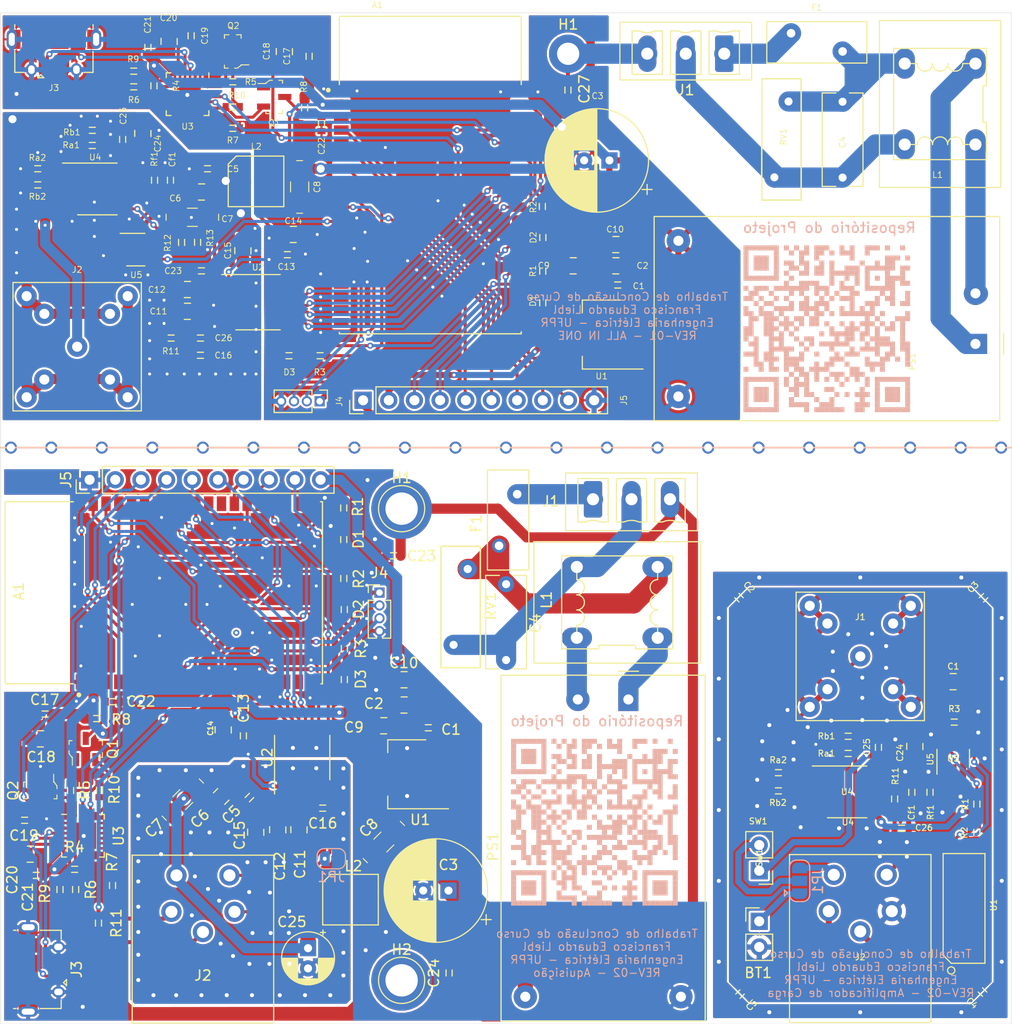
<source format=kicad_pcb>
(kicad_pcb (version 20171130) (host pcbnew 5.1.10)
  (layers (0 Front signal) (1 In1.Cu signal) (2 In2.Cu jumper) (31 Back signal) (34 B.Paste user) (35 F.Paste user) (36 B.SilkS user) (37 F.SilkS user) (38 B.Mask user) (39 F.Mask user) (44 Edge.Cuts user))
  (net 0 "")
  (net 1 "Net-(A1-Pad39)")
  (net 2 GNDREF)
  (net 3 TX)
  (net 4 RX)
  (net 5 IO0)
  (net 6 "Net-(A1-Pad22)")
  (net 7 "Net-(A1-Pad21)")
  (net 8 "Net-(A1-Pad20)")
  (net 9 "Net-(A1-Pad19)")
  (net 10 "Net-(A1-Pad18)")
  (net 11 "Net-(A1-Pad17)")
  (net 12 "Net-(A1-Pad14)")
  (net 13 "Net-(A1-Pad12)")
  (net 14 RESET)
  (net 15 "Net-(A1-Pad9)")
  (net 16 EN)
  (net 17 +3V3)
  (net 18 +5V)
  (net 19 +5VA)
  (net 20 GNDA)
  (net 21 "Net-(C11-Pad1)")
  (net 22 "Net-(C15-Pad1)")
  (net 23 P_SIGNAL)
  (net 24 "Net-(C19-Pad1)")
  (net 25 "Net-(Cf1-Pad2)")
  (net 26 "Net-(D1-Pad1)")
  (net 27 "Net-(D2-Pad1)")
  (net 28 "Net-(D3-Pad1)")
  (net 29 "Net-(J3-Pad4)")
  (net 30 "Net-(J3-Pad3)")
  (net 31 "Net-(J3-Pad2)")
  (net 32 +5VD)
  (net 33 "Net-(Q1-Pad1)")
  (net 34 "Net-(Q1-Pad2)")
  (net 35 "Net-(Q2-Pad1)")
  (net 36 "Net-(Q2-Pad2)")
  (net 37 "Net-(R4-Pad2)")
  (net 38 "Net-(R6-Pad1)")
  (net 39 "Net-(R7-Pad1)")
  (net 40 2.5V)
  (net 41 "Net-(Ra2-Pad1)")
  (net 42 "Net-(U3-Pad24)")
  (net 43 "Net-(U3-Pad22)")
  (net 44 "Net-(U3-Pad18)")
  (net 45 "Net-(U3-Pad17)")
  (net 46 "Net-(U3-Pad16)")
  (net 47 "Net-(U3-Pad14)")
  (net 48 "Net-(U3-Pad13)")
  (net 49 "Net-(U3-Pad12)")
  (net 50 "Net-(U3-Pad11)")
  (net 51 "Net-(U3-Pad10)")
  (net 52 "Net-(U3-Pad1)")
  (net 53 /AD_SDI)
  (net 54 /AD_SDO0)
  (net 55 /AD_SCLK)
  (net 56 /AD_CS)
  (net 57 /AD_RTS)
  (net 58 /AD_SDO1)
  (net 59 /AD_RVS)
  (net 60 /LED_R)
  (net 61 /LED_B)
  (net 62 /LED_G)
  (net 63 /AC_in_2)
  (net 64 /AC_in_fuse)
  (net 65 /AOP_OUTB)
  (net 66 /AC_in_1)
  (net 67 /CHARGE+)
  (net 68 /CHARGE-)
  (net 69 /AC_choke_1)
  (net 70 /AC_choke_2)
  (net 71 /AOP_OUTA)
  (net 72 /IO04)
  (net 73 /IO02)
  (net 74 /IO25)
  (net 75 /IO35)
  (net 76 /IO34)
  (net 77 /VN)
  (net 78 /VP)
  (net 79 Earth)
  (net 80 P_SIGNAL+)
  (net 81 P_SIGNAL-)
  (net 82 RESET+)
  (net 83 "Net-(J2-Pad1)")
  (net 84 +3V0)
  (net 85 RESET-)
  (net 86 VCC)
  (net 87 5VDC)
  (net 88 HALF_VCC)
  (net 89 "Net-(JP1-Pad2)")
  (module comp-lib:repo-qr-code (layer Back) (at 102 51)
    (fp_text reference "Repositório do Projeto" (at 0 -9.75) (layer B.SilkS) (effects (justify mirror)))
    (fp_text value repo-qr-code hide)
  )
  (module comp-lib:repo-qr-code (layer Back) (at 79 99.8)
    (fp_text reference "Repositório do Projeto" (at 0 -9.75) (layer B.SilkS) (effects (justify mirror)))
    (fp_text value repo-qr-code hide)
  )
  (module MountingHole:MountingHole_2.2mm_M2_DIN965_Pad (layer Front) (at 76.15 24.05)
    (fp_text reference H1 (at 0 -2.9) (layer F.SilkS))
    (fp_text value MountingHole_Pad)
    (pad 1 thru_hole circle (at 0 0) (size 3.8 3.8) (drill 2.2) (layers *.Cu *.Mask) (net 79 Earth))
  )
  (module comp-lib:AC-Input (layer Front) (at 91.6 24.04 180)
    (fp_text reference J1 (at 3.81 -3.6) (layer F.SilkS))
    (fp_text value Conn_01x03)
    (pad 3 thru_hole oval (at 7.62 0 180) (size 1.8 3.6) (drill 1.2) (layers *.Cu *.Mask) (net 79 Earth))
    (pad 2 thru_hole oval (at 3.81 0 180) (size 1.8 3.6) (drill 1.2) (layers *.Cu *.Mask) (net 63 /AC_in_2))
    (pad 1 thru_hole roundrect (at 0 0 180) (size 1.8 3.6) (drill 1.2) (layers *.Cu *.Mask) (roundrect_rratio 0.138889) (net 66 /AC_in_1))
  )
  (module digikey-footprints:0603 (layer Front) (at 76.13 27.64 90)
    (fp_text reference C27 (at 0.1 1.62 90) (layer F.SilkS))
    (fp_text value 100nF)
    (pad 1 smd rect (at -0.7 0 90) (size 0.6 0.8) (layers Front F.Paste F.Mask) (net 2 GNDREF))
    (pad 2 smd rect (at 0.7 0 90) (size 0.6 0.8) (layers Front F.Paste F.Mask) (net 79 Earth))
  )
  (module Connector_USB:USB_Micro-AB_Molex_47590-0001 (layer Front) (at 25.26 22.62 180)
    (fp_text reference J3 (at 0 -4.8) (layer F.SilkS) (effects (font (size 0.6 0.6) (thickness 0.08))))
    (fp_text value USB_B_Micro hide)
    (pad 6 smd rect (at -3.7375 0 180) (size 0.875 1.9) (layers Front F.Mask) (net 2 GNDREF))
    (pad 6 smd rect (at 3.7375 0 180) (size 0.875 1.9) (layers Front F.Mask) (net 2 GNDREF))
    (pad 6 smd rect (at 0 0 180) (size 2.9 1.9) (layers Front F.Paste F.Mask) (net 2 GNDREF))
    (pad 2 smd rect (at 0.65 -2.675 180) (size 0.4 1.35) (layers Front F.Paste F.Mask) (net 31 "Net-(J3-Pad2)"))
    (pad 6 thru_hole oval (at 4.175 0 180) (size 1 1.9) (drill oval 0.6 1.3) (layers *.Cu *.Mask) (net 2 GNDREF))
    (pad 6 thru_hole oval (at -4.175 0 180) (size 1 1.9) (drill oval 0.6 1.3) (layers *.Cu *.Mask) (net 2 GNDREF))
    (pad 6 thru_hole oval (at 2.225 -3 180) (size 1.05 1.25) (drill oval 0.65 0.85) (layers *.Cu *.Mask) (net 2 GNDREF))
    (pad 1 smd rect (at 1.3 -2.675 180) (size 0.4 1.35) (layers Front F.Paste F.Mask) (net 32 +5VD))
    (pad 3 smd rect (at 0 -2.675 180) (size 0.4 1.35) (layers Front F.Paste F.Mask) (net 30 "Net-(J3-Pad3)"))
    (pad 4 smd rect (at -0.65 -2.675 180) (size 0.4 1.35) (layers Front F.Paste F.Mask) (net 29 "Net-(J3-Pad4)"))
    (pad 5 smd rect (at -1.3 -2.675 180) (size 0.4 1.35) (layers Front F.Paste F.Mask) (net 2 GNDREF))
    (pad 6 thru_hole oval (at -2.225 -3 180) (size 1.05 1.25) (drill oval 0.65 0.85) (layers *.Cu *.Mask) (net 2 GNDREF))
  )
  (module digikey-footprints:0603 (layer Front) (at 39.86 45.52 180)
    (fp_text reference C23 (at 2.8 0) (layer F.SilkS) (effects (font (size 0.6 0.6) (thickness 0.08))))
    (fp_text value 100nF)
    (pad 1 smd rect (at -0.7 0 180) (size 0.6 0.8) (layers Front F.Paste F.Mask) (net 19 +5VA))
    (pad 2 smd rect (at 0.7 0 180) (size 0.6 0.8) (layers Front F.Paste F.Mask) (net 20 GNDA))
  )
  (module comp-lib:BNC_Header (layer Front) (at 27.56 53.02)
    (fp_text reference J2 (at 0 -7.62) (layer F.SilkS) (effects (font (size 0.6 0.6) (thickness 0.08))))
    (fp_text value Conn_Coaxial)
    (pad 2 thru_hole circle (at -3.25 -3.25) (size 2 2) (drill 1) (layers *.Cu *.Mask) (net 68 /CHARGE-))
    (pad 2 thru_hole circle (at 3.25 -3.25) (size 2 2) (drill 1) (layers *.Cu *.Mask) (net 68 /CHARGE-))
    (pad 2 thru_hole circle (at 3.25 3.25) (size 2 2) (drill 1) (layers *.Cu *.Mask) (net 68 /CHARGE-))
    (pad 2 thru_hole circle (at -3.25 3.25) (size 2 2) (drill 1) (layers *.Cu *.Mask) (net 68 /CHARGE-))
    (pad 1 thru_hole circle (at 0 0) (size 2 2) (drill 1) (layers *.Cu *.Mask) (net 67 /CHARGE+))
    (pad 2 thru_hole circle (at 5 -5) (size 2 2) (drill 1) (layers *.Cu *.Mask) (net 68 /CHARGE-))
    (pad 2 thru_hole circle (at -5 -5) (size 2 2) (drill 1) (layers *.Cu *.Mask) (net 68 /CHARGE-))
    (pad 2 thru_hole circle (at -5 5) (size 2 2) (drill 1) (layers *.Cu *.Mask) (net 68 /CHARGE-))
    (pad 2 thru_hole circle (at 5 5) (size 2 2) (drill 1) (layers *.Cu *.Mask) (net 68 /CHARGE-))
  )
  (module Package_SO:TSSOP-16_4.4x5mm_P0.65mm (layer Front) (at 45.46 48.62)
    (fp_text reference U2 (at 0 -3.45) (layer F.SilkS) (effects (font (size 0.6 0.6) (thickness 0.08))))
    (fp_text value ADS8689IPW)
    (pad 16 smd roundrect (at 2.8625 -2.275) (size 1.475 0.4) (layers Front F.Paste F.Mask) (net 17 +3V3))
    (pad 15 smd roundrect (at 2.8625 -1.625) (size 1.475 0.4) (layers Front F.Paste F.Mask) (net 59 /AD_RVS))
    (pad 14 smd roundrect (at 2.8625 -0.975) (size 1.475 0.4) (layers Front F.Paste F.Mask) (net 58 /AD_SDO1))
    (pad 13 smd roundrect (at 2.8625 -0.325) (size 1.475 0.4) (layers Front F.Paste F.Mask) (net 54 /AD_SDO0))
    (pad 12 smd roundrect (at 2.8625 0.325) (size 1.475 0.4) (layers Front F.Paste F.Mask) (net 55 /AD_SCLK))
    (pad 11 smd roundrect (at 2.8625 0.975) (size 1.475 0.4) (layers Front F.Paste F.Mask) (net 56 /AD_CS))
    (pad 10 smd roundrect (at 2.8625 1.625) (size 1.475 0.4) (layers Front F.Paste F.Mask) (net 53 /AD_SDI))
    (pad 9 smd roundrect (at 2.8625 2.275) (size 1.475 0.4) (layers Front F.Paste F.Mask) (net 57 /AD_RTS))
    (pad 8 smd roundrect (at -2.8625 2.275) (size 1.475 0.4) (layers Front F.Paste F.Mask) (net 20 GNDA))
    (pad 7 smd roundrect (at -2.8625 1.625) (size 1.475 0.4) (layers Front F.Paste F.Mask) (net 23 P_SIGNAL))
    (pad 6 smd roundrect (at -2.8625 0.975) (size 1.475 0.4) (layers Front F.Paste F.Mask) (net 21 "Net-(C11-Pad1)"))
    (pad 5 smd roundrect (at -2.8625 0.325) (size 1.475 0.4) (layers Front F.Paste F.Mask) (net 20 GNDA))
    (pad 4 smd roundrect (at -2.8625 -0.325) (size 1.475 0.4) (layers Front F.Paste F.Mask) (net 22 "Net-(C15-Pad1)"))
    (pad 3 smd roundrect (at -2.8625 -0.975) (size 1.475 0.4) (layers Front F.Paste F.Mask) (net 20 GNDA))
    (pad 2 smd roundrect (at -2.8625 -1.625) (size 1.475 0.4) (layers Front F.Paste F.Mask) (net 19 +5VA))
    (pad 1 smd roundrect (at -2.8625 -2.275) (size 1.475 0.4) (layers Front F.Paste F.Mask) (net 2 GNDREF))
  )
  (module Connector_PinHeader_2.54mm:PinHeader_1x10_P2.54mm_Vertical (layer Front) (at 55.86 58.32 90)
    (fp_text reference J5 (at 0 25.8 90) (layer F.SilkS) (effects (font (size 0.6 0.6) (thickness 0.08))))
    (fp_text value Conn_01x10)
    (pad 10 thru_hole oval (at 0 22.86 90) (size 1.7 1.7) (drill 1) (layers *.Cu *.Mask) (net 2 GNDREF))
    (pad 9 thru_hole oval (at 0 20.32 90) (size 1.7 1.7) (drill 1) (layers *.Cu *.Mask) (net 78 /VP))
    (pad 8 thru_hole oval (at 0 17.78 90) (size 1.7 1.7) (drill 1) (layers *.Cu *.Mask) (net 77 /VN))
    (pad 7 thru_hole oval (at 0 15.24 90) (size 1.7 1.7) (drill 1) (layers *.Cu *.Mask) (net 76 /IO34))
    (pad 6 thru_hole oval (at 0 12.7 90) (size 1.7 1.7) (drill 1) (layers *.Cu *.Mask) (net 75 /IO35))
    (pad 5 thru_hole oval (at 0 10.16 90) (size 1.7 1.7) (drill 1) (layers *.Cu *.Mask) (net 74 /IO25))
    (pad 4 thru_hole oval (at 0 7.62 90) (size 1.7 1.7) (drill 1) (layers *.Cu *.Mask) (net 73 /IO02))
    (pad 3 thru_hole oval (at 0 5.08 90) (size 1.7 1.7) (drill 1) (layers *.Cu *.Mask) (net 72 /IO04))
    (pad 2 thru_hole oval (at 0 2.54 90) (size 1.7 1.7) (drill 1) (layers *.Cu *.Mask) (net 17 +3V3))
    (pad 1 thru_hole rect (at 0 0 90) (size 1.7 1.7) (drill 1) (layers *.Cu *.Mask) (net 18 +5V))
  )
  (module Package_SO:SOIC-8_3.9x4.9mm_P1.27mm (layer Front) (at 29.56 37.42)
    (fp_text reference U4 (at -0.21 -3.14) (layer F.SilkS) (effects (font (size 0.6 0.6) (thickness 0.08))))
    (fp_text value AD8606ACBZ-REEL7)
    (pad 8 smd roundrect (at 2.475 -1.905) (size 1.95 0.6) (layers Front F.Paste F.Mask) (net 19 +5VA))
    (pad 7 smd roundrect (at 2.475 -0.635) (size 1.95 0.6) (layers Front F.Paste F.Mask) (net 65 /AOP_OUTB))
    (pad 6 smd roundrect (at 2.475 0.635) (size 1.95 0.6) (layers Front F.Paste F.Mask) (net 25 "Net-(Cf1-Pad2)"))
    (pad 5 smd roundrect (at 2.475 1.905) (size 1.95 0.6) (layers Front F.Paste F.Mask) (net 40 2.5V))
    (pad 4 smd roundrect (at -2.475 1.905) (size 1.95 0.6) (layers Front F.Paste F.Mask) (net 20 GNDA))
    (pad 3 smd roundrect (at -2.475 0.635) (size 1.95 0.6) (layers Front F.Paste F.Mask) (net 67 /CHARGE+))
    (pad 2 smd roundrect (at -2.475 -0.635) (size 1.95 0.6) (layers Front F.Paste F.Mask) (net 68 /CHARGE-))
    (pad 1 smd roundrect (at -2.475 -1.905) (size 1.95 0.6) (layers Front F.Paste F.Mask) (net 71 /AOP_OUTA))
  )
  (module comp-lib:UU9.8 (layer Front) (at 112.96 29.02 180)
    (fp_text reference L1 (at 0.25 -7 180) (layer F.SilkS) (effects (font (size 0.6 0.6) (thickness 0.08))))
    (fp_text value "10 mH")
    (pad 2 thru_hole oval (at 3.5 4 180) (size 2 3) (drill 1.2) (layers *.Cu *.Mask) (net 64 /AC_in_fuse))
    (pad 3 thru_hole oval (at 3.5 -4 180) (size 2 3) (drill 1.2) (layers *.Cu *.Mask) (net 63 /AC_in_2))
    (pad 1 thru_hole oval (at -3.5 4 180) (size 2 3) (drill 1.2) (layers *.Cu *.Mask) (net 69 /AC_choke_1))
    (pad 4 thru_hole oval (at -3.5 -4 180) (size 2 3) (drill 1.2) (layers *.Cu *.Mask) (net 70 /AC_choke_2))
  )
  (module Capacitor_THT:C_Rect_L9.0mm_W3.8mm_P7.50mm_MKT (layer Front) (at 103.31 28.795 270)
    (fp_text reference C4 (at 4 0 90) (layer F.SilkS) (effects (font (size 0.6 0.6) (thickness 0.08))))
    (fp_text value 0.1uF)
    (pad 2 thru_hole circle (at 7.5 0 270) (size 1.6 1.6) (drill 0.8) (layers *.Cu *.Mask) (net 63 /AC_in_2))
    (pad 1 thru_hole circle (at 0 0 270) (size 1.6 1.6) (drill 0.8) (layers *.Cu *.Mask) (net 64 /AC_in_fuse))
  )
  (module Connector_PinHeader_1.27mm:PinHeader_1x04_P1.27mm_Vertical (layer Front) (at 51.56 58.42 270)
    (fp_text reference J4 (at 0.014 -1.942 90) (layer F.SilkS) (effects (font (size 0.6 0.6) (thickness 0.08))))
    (fp_text value Encoder)
    (pad 4 thru_hole oval (at 0 3.81 270) (size 1 1) (drill 0.65) (layers *.Cu *.Mask) (net 2 GNDREF))
    (pad 3 thru_hole oval (at 0 2.54 270) (size 1 1) (drill 0.65) (layers *.Cu *.Mask) (net 15 "Net-(A1-Pad9)"))
    (pad 2 thru_hole oval (at 0 1.27 270) (size 1 1) (drill 0.65) (layers *.Cu *.Mask) (net 13 "Net-(A1-Pad12)"))
    (pad 1 thru_hole rect (at 0 0 270) (size 1 1) (drill 0.65) (layers *.Cu *.Mask) (net 17 +3V3))
  )
  (module Package_TO_SOT_SMD:SOT-23-5_HandSoldering (layer Front) (at 33.36 43.42)
    (fp_text reference U5 (at 0.05 2.5) (layer F.SilkS) (effects (font (size 0.6 0.6) (thickness 0.08))))
    (fp_text value TMUX1102D)
    (pad 5 smd rect (at 1.35 -0.95) (size 1.56 0.65) (layers Front F.Paste F.Mask) (net 19 +5VA))
    (pad 4 smd rect (at 1.35 0.95) (size 1.56 0.65) (layers Front F.Paste F.Mask) (net 14 RESET))
    (pad 3 smd rect (at -1.35 0.95) (size 1.56 0.65) (layers Front F.Paste F.Mask) (net 20 GNDA))
    (pad 2 smd rect (at -1.35 0) (size 1.56 0.65) (layers Front F.Paste F.Mask) (net 25 "Net-(Cf1-Pad2)"))
    (pad 1 smd rect (at -1.35 -0.95) (size 1.56 0.65) (layers Front F.Paste F.Mask) (net 65 /AOP_OUTB))
  )
  (module Package_DFN_QFN:QFN-24-1EP_4x4mm_P0.5mm_EP2.6x2.6mm (layer Front) (at 38.485 28.045 270)
    (fp_text reference U3 (at 3.195 -0.005 180) (layer F.SilkS) (effects (font (size 0.6 0.6) (thickness 0.08))))
    (fp_text value CP2102N-A01-GQFN24 hide)
    (pad 25 smd rect (at 0 0 270) (size 2.6 2.6) (layers Front F.Mask) (net 2 GNDREF))
    (pad 24 smd roundrect (at -1.25 -1.9375 270) (size 0.25 0.825) (layers Front F.Paste F.Mask) (net 42 "Net-(U3-Pad24)"))
    (pad 23 smd roundrect (at -0.75 -1.9375 270) (size 0.25 0.825) (layers Front F.Paste F.Mask) (net 36 "Net-(Q2-Pad2)"))
    (pad 22 smd roundrect (at -0.25 -1.9375 270) (size 0.25 0.825) (layers Front F.Paste F.Mask) (net 43 "Net-(U3-Pad22)"))
    (pad 21 smd roundrect (at 0.25 -1.9375 270) (size 0.25 0.825) (layers Front F.Paste F.Mask) (net 4 RX))
    (pad 20 smd roundrect (at 0.75 -1.9375 270) (size 0.25 0.825) (layers Front F.Paste F.Mask) (net 3 TX))
    (pad 19 smd roundrect (at 1.25 -1.9375 270) (size 0.25 0.825) (layers Front F.Paste F.Mask) (net 34 "Net-(Q1-Pad2)"))
    (pad 18 smd roundrect (at 1.9375 -1.25 270) (size 0.825 0.25) (layers Front F.Paste F.Mask) (net 44 "Net-(U3-Pad18)"))
    (pad 17 smd roundrect (at 1.9375 -0.75 270) (size 0.825 0.25) (layers Front F.Paste F.Mask) (net 45 "Net-(U3-Pad17)"))
    (pad 16 smd roundrect (at 1.9375 -0.25 270) (size 0.825 0.25) (layers Front F.Paste F.Mask) (net 46 "Net-(U3-Pad16)"))
    (pad 15 smd roundrect (at 1.9375 0.25 270) (size 0.825 0.25) (layers Front F.Paste F.Mask) (net 39 "Net-(R7-Pad1)"))
    (pad 14 smd roundrect (at 1.9375 0.75 270) (size 0.825 0.25) (layers Front F.Paste F.Mask) (net 47 "Net-(U3-Pad14)"))
    (pad 13 smd roundrect (at 1.9375 1.25 270) (size 0.825 0.25) (layers Front F.Paste F.Mask) (net 48 "Net-(U3-Pad13)"))
    (pad 12 smd roundrect (at 1.25 1.9375 270) (size 0.25 0.825) (layers Front F.Paste F.Mask) (net 49 "Net-(U3-Pad12)"))
    (pad 11 smd roundrect (at 0.75 1.9375 270) (size 0.25 0.825) (layers Front F.Paste F.Mask) (net 50 "Net-(U3-Pad11)"))
    (pad 10 smd roundrect (at 0.25 1.9375 270) (size 0.25 0.825) (layers Front F.Paste F.Mask) (net 51 "Net-(U3-Pad10)"))
    (pad 9 smd roundrect (at -0.25 1.9375 270) (size 0.25 0.825) (layers Front F.Paste F.Mask) (net 37 "Net-(R4-Pad2)"))
    (pad 8 smd roundrect (at -0.75 1.9375 270) (size 0.25 0.825) (layers Front F.Paste F.Mask) (net 38 "Net-(R6-Pad1)"))
    (pad 7 smd roundrect (at -1.25 1.9375 270) (size 0.25 0.825) (layers Front F.Paste F.Mask) (net 17 +3V3))
    (pad 6 smd roundrect (at -1.9375 1.25 270) (size 0.825 0.25) (layers Front F.Paste F.Mask) (net 17 +3V3))
    (pad 5 smd roundrect (at -1.9375 0.75 270) (size 0.825 0.25) (layers Front F.Paste F.Mask) (net 24 "Net-(C19-Pad1)"))
    (pad 4 smd roundrect (at -1.9375 0.25 270) (size 0.825 0.25) (layers Front F.Paste F.Mask) (net 31 "Net-(J3-Pad2)"))
    (pad 3 smd roundrect (at -1.9375 -0.25 270) (size 0.825 0.25) (layers Front F.Paste F.Mask) (net 30 "Net-(J3-Pad3)"))
    (pad 2 smd roundrect (at -1.9375 -0.75 270) (size 0.825 0.25) (layers Front F.Paste F.Mask) (net 2 GNDREF))
    (pad 1 smd roundrect (at -1.9375 -1.25 270) (size 0.825 0.25) (layers Front F.Paste F.Mask) (net 52 "Net-(U3-Pad1)"))
  )
  (module Package_TO_SOT_SMD:SOT-223-3_TabPin2 (layer Front) (at 79.46 51.82 180)
    (fp_text reference U1 (at -0.01 -4.12) (layer F.SilkS) (effects (font (size 0.6 0.6) (thickness 0.08))))
    (fp_text value AMS1117-3.3)
    (pad 1 smd rect (at -3.15 -2.3 180) (size 2 1.5) (layers Front F.Paste F.Mask) (net 2 GNDREF))
    (pad 3 smd rect (at -3.15 2.3 180) (size 2 1.5) (layers Front F.Paste F.Mask) (net 18 +5V))
    (pad 2 smd rect (at -3.15 0 180) (size 2 1.5) (layers Front F.Paste F.Mask) (net 17 +3V3))
    (pad 2 smd rect (at 3.15 0 180) (size 2 3.8) (layers Front F.Paste F.Mask) (net 17 +3V3))
  )
  (module Varistor:RV_Disc_D12mm_W3.9mm_P7.5mm (layer Front) (at 97.96 28.77 270)
    (fp_text reference RV1 (at 3.5 0.5 90) (layer F.SilkS) (effects (font (size 0.6 0.6) (thickness 0.08))))
    (fp_text value Varistor)
    (pad 2 thru_hole circle (at 7.5 1.4 270) (size 1.8 1.8) (drill 0.8) (layers *.Cu *.Mask) (net 63 /AC_in_2))
    (pad 1 thru_hole circle (at 0 0 270) (size 1.8 1.8) (drill 0.8) (layers *.Cu *.Mask) (net 64 /AC_in_fuse))
  )
  (module digikey-footprints:0603 (layer Front) (at 35.22 36.555 270)
    (fp_text reference Rf1 (at -2.095 0.03 90) (layer F.SilkS) (effects (font (size 0.6 0.6) (thickness 0.08))))
    (fp_text value 12M)
    (pad 1 smd rect (at -0.7 0 270) (size 0.6 0.8) (layers Front F.Paste F.Mask) (net 65 /AOP_OUTB))
    (pad 2 smd rect (at 0.7 0 270) (size 0.6 0.8) (layers Front F.Paste F.Mask) (net 25 "Net-(Cf1-Pad2)"))
  )
  (module digikey-footprints:0603 (layer Front) (at 23.66 35.42 180)
    (fp_text reference Rb2 (at 0.03 -2.75) (layer F.SilkS) (effects (font (size 0.6 0.6) (thickness 0.08))))
    (fp_text value 100k)
    (pad 1 smd rect (at -0.7 0 180) (size 0.6 0.8) (layers Front F.Paste F.Mask) (net 71 /AOP_OUTA))
    (pad 2 smd rect (at 0.7 0 180) (size 0.6 0.8) (layers Front F.Paste F.Mask) (net 41 "Net-(Ra2-Pad1)"))
  )
  (module digikey-footprints:0603 (layer Front) (at 29.06 31.62)
    (fp_text reference Rb1 (at -2.02 0.19) (layer F.SilkS) (effects (font (size 0.6 0.6) (thickness 0.08))))
    (fp_text value 100k)
    (pad 1 smd rect (at -0.7 0) (size 0.6 0.8) (layers Front F.Paste F.Mask) (net 71 /AOP_OUTA))
    (pad 2 smd rect (at 0.7 0) (size 0.6 0.8) (layers Front F.Paste F.Mask) (net 25 "Net-(Cf1-Pad2)"))
  )
  (module digikey-footprints:0603 (layer Front) (at 23.66 37.02)
    (fp_text reference Ra2 (at -0.03 -2.69) (layer F.SilkS) (effects (font (size 0.6 0.6) (thickness 0.08))))
    (fp_text value 1k)
    (pad 1 smd rect (at -0.7 0) (size 0.6 0.8) (layers Front F.Paste F.Mask) (net 41 "Net-(Ra2-Pad1)"))
    (pad 2 smd rect (at 0.7 0) (size 0.6 0.8) (layers Front F.Paste F.Mask) (net 68 /CHARGE-))
  )
  (module digikey-footprints:0603 (layer Front) (at 29.06 33.12 180)
    (fp_text reference Ra1 (at 2.09 0.04) (layer F.SilkS) (effects (font (size 0.6 0.6) (thickness 0.08))))
    (fp_text value 1k)
    (pad 1 smd rect (at -0.7 0 180) (size 0.6 0.8) (layers Front F.Paste F.Mask) (net 25 "Net-(Cf1-Pad2)"))
    (pad 2 smd rect (at 0.7 0 180) (size 0.6 0.8) (layers Front F.Paste F.Mask) (net 67 /CHARGE+))
  )
  (module digikey-footprints:0603 (layer Front) (at 39.48 42.7 270)
    (fp_text reference R13 (at -0.43 -1.23 90) (layer F.SilkS) (effects (font (size 0.6 0.6) (thickness 0.08))))
    (fp_text value R)
    (pad 1 smd rect (at -0.7 0 270) (size 0.6 0.8) (layers Front F.Paste F.Mask) (net 40 2.5V))
    (pad 2 smd rect (at 0.7 0 270) (size 0.6 0.8) (layers Front F.Paste F.Mask) (net 20 GNDA))
  )
  (module digikey-footprints:0603 (layer Front) (at 37.895 42.71 90)
    (fp_text reference R12 (at -0.05 -1.385 90) (layer F.SilkS) (effects (font (size 0.6 0.6) (thickness 0.08))))
    (fp_text value R)
    (pad 1 smd rect (at -0.7 0 90) (size 0.6 0.8) (layers Front F.Paste F.Mask) (net 19 +5VA))
    (pad 2 smd rect (at 0.7 0 90) (size 0.6 0.8) (layers Front F.Paste F.Mask) (net 40 2.5V))
  )
  (module digikey-footprints:0603 (layer Front) (at 36.86 52.17 180)
    (fp_text reference R11 (at 0.01 -1.29) (layer F.SilkS) (effects (font (size 0.6 0.6) (thickness 0.08))))
    (fp_text value 33R)
    (pad 1 smd rect (at -0.7 0 180) (size 0.6 0.8) (layers Front F.Paste F.Mask) (net 23 P_SIGNAL))
    (pad 2 smd rect (at 0.7 0 180) (size 0.6 0.8) (layers Front F.Paste F.Mask) (net 65 /AOP_OUTB))
  )
  (module digikey-footprints:0603 (layer Front) (at 42.96 29.32 180)
    (fp_text reference R10 (at -0.41 1.16) (layer F.SilkS) (effects (font (size 0.6 0.6) (thickness 0.08))))
    (fp_text value 10k)
    (pad 1 smd rect (at -0.7 0 180) (size 0.6 0.8) (layers Front F.Paste F.Mask) (net 35 "Net-(Q2-Pad1)"))
    (pad 2 smd rect (at 0.7 0 180) (size 0.6 0.8) (layers Front F.Paste F.Mask) (net 34 "Net-(Q1-Pad2)"))
  )
  (module digikey-footprints:0603 (layer Front) (at 33.16 25.77)
    (fp_text reference R9 (at -0.05 -1.19) (layer F.SilkS) (effects (font (size 0.6 0.6) (thickness 0.08))))
    (fp_text value 47k)
    (pad 1 smd rect (at -0.7 0) (size 0.6 0.8) (layers Front F.Paste F.Mask) (net 2 GNDREF))
    (pad 2 smd rect (at 0.7 0) (size 0.6 0.8) (layers Front F.Paste F.Mask) (net 38 "Net-(R6-Pad1)"))
  )
  (module digikey-footprints:0603 (layer Front) (at 50.07 29.4 90)
    (fp_text reference R8 (at 2.08 -0.08 90) (layer F.SilkS) (effects (font (size 0.6 0.6) (thickness 0.08))))
    (fp_text value 10k)
    (pad 1 smd rect (at -0.7 0 90) (size 0.6 0.8) (layers Front F.Paste F.Mask) (net 16 EN))
    (pad 2 smd rect (at 0.7 0 90) (size 0.6 0.8) (layers Front F.Paste F.Mask) (net 17 +3V3))
  )
  (module digikey-footprints:0603 (layer Front) (at 42.96 31.42)
    (fp_text reference R7 (at 0 1.19) (layer F.SilkS) (effects (font (size 0.6 0.6) (thickness 0.08))))
    (fp_text value 10k)
    (pad 1 smd rect (at -0.7 0) (size 0.6 0.8) (layers Front F.Paste F.Mask) (net 39 "Net-(R7-Pad1)"))
    (pad 2 smd rect (at 0.7 0) (size 0.6 0.8) (layers Front F.Paste F.Mask) (net 2 GNDREF))
  )
  (module digikey-footprints:0603 (layer Front) (at 33.16 27.32 180)
    (fp_text reference R6 (at -0.01 -1.29) (layer F.SilkS) (effects (font (size 0.6 0.6) (thickness 0.08))))
    (fp_text value 22k)
    (pad 1 smd rect (at -0.7 0 180) (size 0.6 0.8) (layers Front F.Paste F.Mask) (net 38 "Net-(R6-Pad1)"))
    (pad 2 smd rect (at 0.7 0 180) (size 0.6 0.8) (layers Front F.Paste F.Mask) (net 32 +5VD))
  )
  (module digikey-footprints:0603 (layer Front) (at 42.96 26.82 180)
    (fp_text reference R5 (at -1.78 -0.01) (layer F.SilkS) (effects (font (size 0.6 0.6) (thickness 0.08))))
    (fp_text value 10k)
    (pad 1 smd rect (at -0.7 0 180) (size 0.6 0.8) (layers Front F.Paste F.Mask) (net 33 "Net-(Q1-Pad1)"))
    (pad 2 smd rect (at 0.7 0 180) (size 0.6 0.8) (layers Front F.Paste F.Mask) (net 36 "Net-(Q2-Pad2)"))
  )
  (module digikey-footprints:0603 (layer Front) (at 35.16 27.22 270)
    (fp_text reference R4 (at 0 -2.2 90) (layer F.SilkS) (effects (font (size 0.6 0.6) (thickness 0.08))))
    (fp_text value 2k)
    (pad 1 smd rect (at -0.7 0 270) (size 0.6 0.8) (layers Front F.Paste F.Mask) (net 17 +3V3))
    (pad 2 smd rect (at 0.7 0 270) (size 0.6 0.8) (layers Front F.Paste F.Mask) (net 37 "Net-(R4-Pad2)"))
  )
  (module digikey-footprints:0603 (layer Front) (at 51.599 53.912 180)
    (fp_text reference R3 (at 0.029 -1.628) (layer F.SilkS) (effects (font (size 0.6 0.6) (thickness 0.08))))
    (fp_text value 560)
    (pad 1 smd rect (at -0.7 0 180) (size 0.6 0.8) (layers Front F.Paste F.Mask) (net 60 /LED_R))
    (pad 2 smd rect (at 0.7 0 180) (size 0.6 0.8) (layers Front F.Paste F.Mask) (net 28 "Net-(D3-Pad1)"))
  )
  (module digikey-footprints:0603 (layer Front) (at 73.597 39.151 270)
    (fp_text reference R2 (at 0.059 0.897 90) (layer F.SilkS) (effects (font (size 0.6 0.6) (thickness 0.08))))
    (fp_text value 560)
    (pad 1 smd rect (at -0.7 0 270) (size 0.6 0.8) (layers Front F.Paste F.Mask) (net 61 /LED_B))
    (pad 2 smd rect (at 0.7 0 270) (size 0.6 0.8) (layers Front F.Paste F.Mask) (net 27 "Net-(D2-Pad1)"))
  )
  (module digikey-footprints:0603 (layer Front) (at 73.636366 45.553792 270)
    (fp_text reference R1 (at -0.013792 0.976366 90) (layer F.SilkS) (effects (font (size 0.6 0.6) (thickness 0.08))))
    (fp_text value 560)
    (pad 1 smd rect (at -0.7 0 270) (size 0.6 0.8) (layers Front F.Paste F.Mask) (net 62 /LED_G))
    (pad 2 smd rect (at 0.7 0 270) (size 0.6 0.8) (layers Front F.Paste F.Mask) (net 26 "Net-(D1-Pad1)"))
  )
  (module digikey-footprints:SOT-23-3 (layer Front) (at 42.96 23.82 180)
    (fp_text reference Q2 (at -0.06 2.54) (layer F.SilkS) (effects (font (size 0.6 0.6) (thickness 0.08))))
    (fp_text value MMSS8050-H-TP)
    (pad 1 smd rect (at -1.05 -0.95 180) (size 1.3 0.6) (layers Front F.Paste F.Mask) (net 35 "Net-(Q2-Pad1)"))
    (pad 2 smd rect (at -1.05 0.95 180) (size 1.3 0.6) (layers Front F.Paste F.Mask) (net 36 "Net-(Q2-Pad2)"))
    (pad 3 smd rect (at 1.05 0 180) (size 1.3 0.6) (layers Front F.Paste F.Mask) (net 5 IO0))
  )
  (module digikey-footprints:SOT-23-3 (layer Front) (at 47.06 28.32)
    (fp_text reference Q1 (at 0.01 2.56) (layer F.SilkS) (effects (font (size 0.6 0.6) (thickness 0.08))))
    (fp_text value MMSS8050-H-TP hide)
    (pad 1 smd rect (at -1.05 -0.95) (size 1.3 0.6) (layers Front F.Paste F.Mask) (net 33 "Net-(Q1-Pad1)"))
    (pad 2 smd rect (at -1.05 0.95) (size 1.3 0.6) (layers Front F.Paste F.Mask) (net 34 "Net-(Q1-Pad2)"))
    (pad 3 smd rect (at 1.05 0) (size 1.3 0.6) (layers Front F.Paste F.Mask) (net 16 EN))
  )
  (module Converter_ACDC:Converter_ACDC_HiLink_HLK-PMxx (layer Front) (at 116.46 52.745 180)
    (fp_text reference PS1 (at 6.25 -1.75 90) (layer F.SilkS) (effects (font (size 0.6 0.6) (thickness 0.08))))
    (fp_text value HLK-PM01)
    (pad 4 thru_hole circle (at 29.4 10.2 180) (size 2.3 2.3) (drill 1) (layers *.Cu *.Mask) (net 18 +5V))
    (pad 2 thru_hole circle (at 0 5 180) (size 2.3 2.3) (drill 1) (layers *.Cu *.Mask) (net 70 /AC_choke_2))
    (pad 1 thru_hole rect (at 0 0 180) (size 2.3 2) (drill 1) (layers *.Cu *.Mask) (net 69 /AC_choke_1))
    (pad 3 thru_hole circle (at 29.4 -5.2 180) (size 2.3 2.3) (drill 1) (layers *.Cu *.Mask) (net 2 GNDREF))
  )
  (module comp-lib:ACM3225-2P (layer Front) (at 45.26 36.67 270)
    (fp_text reference L2 (at -3.45 -0.02) (layer F.SilkS) (effects (font (size 0.6 0.6) (thickness 0.08))))
    (fp_text value "220Ω @ 100MHz 2 350mA 300mΩ" hide)
    (pad 4 smd rect (at -1.25 -1.55 270) (size 1.5 1.4) (layers Front F.Paste F.Mask) (net 18 +5V))
    (pad 1 smd rect (at -1.25 1.55 270) (size 1.5 1.4) (layers Front F.Paste F.Mask) (net 19 +5VA))
    (pad 3 smd rect (at 1.25 -1.55 270) (size 1.5 1.4) (layers Front F.Paste F.Mask) (net 2 GNDREF))
    (pad 2 smd rect (at 1.25 1.55 270) (size 1.5 1.4) (layers Front F.Paste F.Mask) (net 20 GNDA))
  )
  (module Fuse:Fuse_BelFuse_0ZRE0025FF_L9.6mm_W3.8mm (layer Front) (at 98.21 22.02)
    (fp_text reference F1 (at 2.54 -2.54) (layer F.SilkS) (effects (font (size 0.6 0.6) (thickness 0.08))))
    (fp_text value Fuse)
    (pad 1 thru_hole circle (at 0 0) (size 1.4 1.4) (drill 0.85) (layers *.Cu *.Mask) (net 66 /AC_in_1))
    (pad 2 thru_hole circle (at 5.1 1.8) (size 1.4 1.4) (drill 0.85) (layers *.Cu *.Mask) (net 64 /AC_in_fuse))
  )
  (module digikey-footprints:0603 (layer Front) (at 48.524 53.912 180)
    (fp_text reference D3 (at -0.036 -1.628) (layer F.SilkS) (effects (font (size 0.6 0.6) (thickness 0.08))))
    (fp_text value "LED RED")
    (pad 1 smd rect (at -0.7 0 180) (size 0.6 0.8) (layers Front F.Paste F.Mask) (net 28 "Net-(D3-Pad1)"))
    (pad 2 smd rect (at 0.7 0 180) (size 0.6 0.8) (layers Front F.Paste F.Mask) (net 17 +3V3))
  )
  (module digikey-footprints:0603 (layer Front) (at 73.647 42.226 270)
    (fp_text reference D2 (at -0.006 0.947 90) (layer F.SilkS) (effects (font (size 0.6 0.6) (thickness 0.08))))
    (fp_text value "LED BLUE")
    (pad 1 smd rect (at -0.7 0 270) (size 0.6 0.8) (layers Front F.Paste F.Mask) (net 27 "Net-(D2-Pad1)"))
    (pad 2 smd rect (at 0.7 0 270) (size 0.6 0.8) (layers Front F.Paste F.Mask) (net 17 +3V3))
  )
  (module digikey-footprints:0603 (layer Front) (at 73.636365 48.678792 270)
    (fp_text reference D1 (at -0.198792 0.976365 90) (layer F.SilkS) (effects (font (size 0.6 0.6) (thickness 0.08))))
    (fp_text value "LED GREEN")
    (pad 1 smd rect (at -0.7 0 270) (size 0.6 0.8) (layers Front F.Paste F.Mask) (net 26 "Net-(D1-Pad1)"))
    (pad 2 smd rect (at 0.7 0 270) (size 0.6 0.8) (layers Front F.Paste F.Mask) (net 17 +3V3))
  )
  (module digikey-footprints:0603 (layer Front) (at 36.795 36.555 270)
    (fp_text reference Cf1 (at -2.055 -0.165 90) (layer F.SilkS) (effects (font (size 0.6 0.6) (thickness 0.08))))
    (fp_text value 3.3n)
    (pad 1 smd rect (at -0.7 0 270) (size 0.6 0.8) (layers Front F.Paste F.Mask) (net 65 /AOP_OUTB))
    (pad 2 smd rect (at 0.7 0 270) (size 0.6 0.8) (layers Front F.Paste F.Mask) (net 25 "Net-(Cf1-Pad2)"))
  )
  (module digikey-footprints:0603 (layer Front) (at 39.76 52.17)
    (fp_text reference C26 (at 2.29 -0.01) (layer F.SilkS) (effects (font (size 0.6 0.6) (thickness 0.08))))
    (fp_text value 100nF)
    (pad 1 smd rect (at -0.7 0) (size 0.6 0.8) (layers Front F.Paste F.Mask) (net 23 P_SIGNAL))
    (pad 2 smd rect (at 0.7 0) (size 0.6 0.8) (layers Front F.Paste F.Mask) (net 20 GNDA))
  )
  (module digikey-footprints:0603 (layer Front) (at 32.06 32.52 90)
    (fp_text reference C25 (at 2.33 0.06 90) (layer F.SilkS) (effects (font (size 0.6 0.6) (thickness 0.08))))
    (fp_text value 100nF)
    (pad 1 smd rect (at -0.7 0 90) (size 0.6 0.8) (layers Front F.Paste F.Mask) (net 19 +5VA))
    (pad 2 smd rect (at 0.7 0 90) (size 0.6 0.8) (layers Front F.Paste F.Mask) (net 20 GNDA))
  )
  (module digikey-footprints:0805 (layer Front) (at 34.06 31.92 90)
    (fp_text reference C24 (at -1 1.47 90) (layer F.SilkS) (effects (font (size 0.6 0.6) (thickness 0.08))))
    (fp_text value 1uF)
    (pad 1 smd rect (at -1.05 0 90) (size 1.2 1.2) (layers Front F.Paste F.Mask) (net 19 +5VA))
    (pad 2 smd rect (at 1.05 0 90) (size 1.2 1.2) (layers Front F.Paste F.Mask) (net 20 GNDA))
  )
  (module digikey-footprints:0603 (layer Front) (at 51.74 31 270)
    (fp_text reference C22 (at 2.17 -0.01 90) (layer F.SilkS) (effects (font (size 0.6 0.6) (thickness 0.08))))
    (fp_text value 100nF)
    (pad 1 smd rect (at -0.7 0 270) (size 0.6 0.8) (layers Front F.Paste F.Mask) (net 16 EN))
    (pad 2 smd rect (at 0.7 0 270) (size 0.6 0.8) (layers Front F.Paste F.Mask) (net 2 GNDREF))
  )
  (module digikey-footprints:0603 (layer Front) (at 34.56 23.42 90)
    (fp_text reference C21 (at 2.24 -0.02 90) (layer F.SilkS) (effects (font (size 0.6 0.6) (thickness 0.08))))
    (fp_text value 100nF)
    (pad 1 smd rect (at -0.7 0 90) (size 0.6 0.8) (layers Front F.Paste F.Mask) (net 17 +3V3))
    (pad 2 smd rect (at 0.7 0 90) (size 0.6 0.8) (layers Front F.Paste F.Mask) (net 2 GNDREF))
  )
  (module digikey-footprints:0805 (layer Front) (at 36.66 22.82 90)
    (fp_text reference C20 (at 2.32 -0.05 180) (layer F.SilkS) (effects (font (size 0.6 0.6) (thickness 0.08))))
    (fp_text value 1uF)
    (pad 1 smd rect (at -1.05 0 90) (size 1.2 1.2) (layers Front F.Paste F.Mask) (net 17 +3V3))
    (pad 2 smd rect (at 1.05 0 90) (size 1.2 1.2) (layers Front F.Paste F.Mask) (net 2 GNDREF))
  )
  (module digikey-footprints:0603 (layer Front) (at 38.84 22.27 90)
    (fp_text reference C19 (at 0 1.34 90) (layer F.SilkS) (effects (font (size 0.6 0.6) (thickness 0.08))))
    (fp_text value 100nF)
    (pad 1 smd rect (at -0.7 0 90) (size 0.6 0.8) (layers Front F.Paste F.Mask) (net 24 "Net-(C19-Pad1)"))
    (pad 2 smd rect (at 0.7 0 90) (size 0.6 0.8) (layers Front F.Paste F.Mask) (net 2 GNDREF))
  )
  (module digikey-footprints:0805 (layer Front) (at 48.065 23.825 90)
    (fp_text reference C18 (at 0.015 -1.765 90) (layer F.SilkS) (effects (font (size 0.6 0.6) (thickness 0.08))))
    (fp_text value 22uF)
    (pad 1 smd rect (at -1.05 0 90) (size 1.2 1.2) (layers Front F.Paste F.Mask) (net 17 +3V3))
    (pad 2 smd rect (at 1.05 0 90) (size 1.2 1.2) (layers Front F.Paste F.Mask) (net 2 GNDREF))
  )
  (module digikey-footprints:0603 (layer Front) (at 50.515 24.3 90)
    (fp_text reference C17 (at 0 -2.2 90) (layer F.SilkS) (effects (font (size 0.6 0.6) (thickness 0.08))))
    (fp_text value 100nF)
    (pad 1 smd rect (at -0.7 0 90) (size 0.6 0.8) (layers Front F.Paste F.Mask) (net 17 +3V3))
    (pad 2 smd rect (at 0.7 0 90) (size 0.6 0.8) (layers Front F.Paste F.Mask) (net 2 GNDREF))
  )
  (module digikey-footprints:0603 (layer Front) (at 39.76 53.87)
    (fp_text reference C16 (at 2.27 0.01) (layer F.SilkS) (effects (font (size 0.6 0.6) (thickness 0.08))))
    (fp_text value 330pF)
    (pad 1 smd rect (at -0.7 0) (size 0.6 0.8) (layers Front F.Paste F.Mask) (net 23 P_SIGNAL))
    (pad 2 smd rect (at 0.7 0) (size 0.6 0.8) (layers Front F.Paste F.Mask) (net 20 GNDA))
  )
  (module digikey-footprints:0805 (layer Front) (at 43.96 43.52 90)
    (fp_text reference C15 (at 0.01 -1.49 90) (layer F.SilkS) (effects (font (size 0.6 0.6) (thickness 0.08))))
    (fp_text value 4.7uF)
    (pad 2 smd rect (at 1.05 0 90) (size 1.2 1.2) (layers Front F.Paste F.Mask) (net 20 GNDA))
    (pad 1 smd rect (at -1.05 0 90) (size 1.2 1.2) (layers Front F.Paste F.Mask) (net 22 "Net-(C15-Pad1)"))
  )
  (module digikey-footprints:0805 (layer Front) (at 48.96 41.92)
    (fp_text reference C14 (at 0 -1.34) (layer F.SilkS) (effects (font (size 0.6 0.6) (thickness 0.08))))
    (fp_text value 1uF)
    (pad 2 smd rect (at 1.05 0) (size 1.2 1.2) (layers Front F.Paste F.Mask) (net 2 GNDREF))
    (pad 1 smd rect (at -1.05 0) (size 1.2 1.2) (layers Front F.Paste F.Mask) (net 17 +3V3))
  )
  (module digikey-footprints:0603 (layer Front) (at 48.36 43.92)
    (fp_text reference C13 (at -0.09 1.19) (layer F.SilkS) (effects (font (size 0.6 0.6) (thickness 0.08))))
    (fp_text value 100nF)
    (pad 2 smd rect (at 0.7 0) (size 0.6 0.8) (layers Front F.Paste F.Mask) (net 2 GNDREF))
    (pad 1 smd rect (at -0.7 0) (size 0.6 0.8) (layers Front F.Paste F.Mask) (net 17 +3V3))
  )
  (module digikey-footprints:0805 (layer Front) (at 38.46 47.366 180)
    (fp_text reference C12 (at 3.02 -0.014) (layer F.SilkS) (effects (font (size 0.6 0.6) (thickness 0.08))))
    (fp_text value 10uF)
    (pad 1 smd rect (at -1.05 0 180) (size 1.2 1.2) (layers Front F.Paste F.Mask) (net 21 "Net-(C11-Pad1)"))
    (pad 2 smd rect (at 1.05 0 180) (size 1.2 1.2) (layers Front F.Paste F.Mask) (net 20 GNDA))
  )
  (module digikey-footprints:0805 (layer Front) (at 38.46 49.52 180)
    (fp_text reference C11 (at 2.85 0) (layer F.SilkS) (effects (font (size 0.6 0.6) (thickness 0.08))))
    (fp_text value 1uF)
    (pad 1 smd rect (at -1.05 0 180) (size 1.2 1.2) (layers Front F.Paste F.Mask) (net 21 "Net-(C11-Pad1)"))
    (pad 2 smd rect (at 1.05 0 180) (size 1.2 1.2) (layers Front F.Paste F.Mask) (net 20 GNDA))
  )
  (module digikey-footprints:0805 (layer Front) (at 80.86 42.92 180)
    (fp_text reference C10 (at 0.06 1.51) (layer F.SilkS) (effects (font (size 0.6 0.6) (thickness 0.08))))
    (fp_text value 22uF)
    (pad 1 smd rect (at -1.05 0 180) (size 1.2 1.2) (layers Front F.Paste F.Mask) (net 18 +5V))
    (pad 2 smd rect (at 1.05 0 180) (size 1.2 1.2) (layers Front F.Paste F.Mask) (net 2 GNDREF))
  )
  (module digikey-footprints:0805 (layer Front) (at 76.66 45.02)
    (fp_text reference C9 (at -2.925 -0.025) (layer F.SilkS) (effects (font (size 0.6 0.6) (thickness 0.08))))
    (fp_text value 22uF)
    (pad 1 smd rect (at -1.05 0) (size 1.2 1.2) (layers Front F.Paste F.Mask) (net 17 +3V3))
    (pad 2 smd rect (at 1.05 0) (size 1.2 1.2) (layers Front F.Paste F.Mask) (net 2 GNDREF))
  )
  (module digikey-footprints:1206 (layer Front) (at 49.58 37.22 270)
    (fp_text reference C8 (at 0 -1.73 90) (layer F.SilkS) (effects (font (size 0.6 0.6) (thickness 0.08))))
    (fp_text value 47uF)
    (pad 1 smd rect (at -1.8 0 270) (size 1.5 1.8) (layers Front F.Paste F.Mask) (net 18 +5V))
    (pad 2 smd rect (at 1.8 0 270) (size 1.5 1.8) (layers Front F.Paste F.Mask) (net 2 GNDREF))
  )
  (module digikey-footprints:1206 (layer Front) (at 38.96 40.22 180)
    (fp_text reference C7 (at -3.46 -0.17) (layer F.SilkS) (effects (font (size 0.6 0.6) (thickness 0.08))))
    (fp_text value 47uF)
    (pad 1 smd rect (at -1.8 0 180) (size 1.5 1.8) (layers Front F.Paste F.Mask) (net 19 +5VA))
    (pad 2 smd rect (at 1.8 0 180) (size 1.5 1.8) (layers Front F.Paste F.Mask) (net 20 GNDA))
  )
  (module digikey-footprints:0805 (layer Front) (at 39.86 37.72 180)
    (fp_text reference C6 (at 2.59 -0.62) (layer F.SilkS) (effects (font (size 0.6 0.6) (thickness 0.08))))
    (fp_text value 1uF)
    (pad 2 smd rect (at 1.05 0 180) (size 1.2 1.2) (layers Front F.Paste F.Mask) (net 20 GNDA))
    (pad 1 smd rect (at -1.05 0 180) (size 1.2 1.2) (layers Front F.Paste F.Mask) (net 19 +5VA))
  )
  (module digikey-footprints:0603 (layer Front) (at 40.46 35.42 180)
    (fp_text reference C5 (at -2.525 -0.025) (layer F.SilkS) (effects (font (size 0.6 0.6) (thickness 0.08))))
    (fp_text value 100nF)
    (pad 2 smd rect (at 0.7 0 180) (size 0.6 0.8) (layers Front F.Paste F.Mask) (net 20 GNDA))
    (pad 1 smd rect (at -0.7 0 180) (size 0.6 0.8) (layers Front F.Paste F.Mask) (net 19 +5VA))
  )
  (module Capacitor_THT:CP_Radial_D10.0mm_P2.50mm (layer Front) (at 80.235 34.595 180)
    (fp_text reference C3 (at 1.175 6.375) (layer F.SilkS) (effects (font (size 0.6 0.6) (thickness 0.08))))
    (fp_text value 220uF)
    (pad 2 thru_hole circle (at 2.5 0 180) (size 1.6 1.6) (drill 0.8) (layers *.Cu *.Mask) (net 2 GNDREF))
    (pad 1 thru_hole rect (at 0 0 180) (size 1.6 1.6) (drill 0.8) (layers *.Cu *.Mask) (net 18 +5V))
  )
  (module digikey-footprints:0805 (layer Front) (at 80.86 45.02 180)
    (fp_text reference C2 (at -2.65 0.01) (layer F.SilkS) (effects (font (size 0.6 0.6) (thickness 0.08))))
    (fp_text value 1uF)
    (pad 1 smd rect (at -1.05 0 180) (size 1.2 1.2) (layers Front F.Paste F.Mask) (net 18 +5V))
    (pad 2 smd rect (at 1.05 0 180) (size 1.2 1.2) (layers Front F.Paste F.Mask) (net 2 GNDREF))
  )
  (module digikey-footprints:0603 (layer Front) (at 81.06 46.92 180)
    (fp_text reference C1 (at -2.07 -0.1) (layer F.SilkS) (effects (font (size 0.6 0.6) (thickness 0.08))))
    (fp_text value 0.1uF)
    (pad 1 smd rect (at -0.7 0 180) (size 0.6 0.8) (layers Front F.Paste F.Mask) (net 18 +5V))
    (pad 2 smd rect (at 0.7 0 180) (size 0.6 0.8) (layers Front F.Paste F.Mask) (net 2 GNDREF))
  )
  (module comp-lib:XCVR_ESP32-WROVER-I (layer Front) (at 62.51 36.045)
    (fp_text reference A1 (at -5.23668 -16.82262) (layer F.SilkS) (effects (font (size 0.6 0.6) (thickness 0.08))))
    (fp_text value ESP32-WROVER-I)
    (pad 39 smd rect (at -1.38 -0.47) (size 4 4) (layers Front F.Mask) (net 1 "Net-(A1-Pad39)"))
    (pad 38 smd rect (at 8.81 -8.26) (size 1.45 0.93) (layers Front F.Paste F.Mask) (net 2 GNDREF))
    (pad 37 smd rect (at 8.81 -6.99) (size 1.45 0.93) (layers Front F.Paste F.Mask) (net 53 /AD_SDI))
    (pad 36 smd rect (at 8.81 -5.72) (size 1.45 0.93) (layers Front F.Paste F.Mask) (net 61 /LED_B))
    (pad 35 smd rect (at 8.81 -4.45) (size 1.45 0.93) (layers Front F.Paste F.Mask) (net 3 TX))
    (pad 34 smd rect (at 8.81 -3.18) (size 1.45 0.93) (layers Front F.Paste F.Mask) (net 4 RX))
    (pad 33 smd rect (at 8.81 -1.91) (size 1.45 0.93) (layers Front F.Paste F.Mask) (net 62 /LED_G))
    (pad 32 smd rect (at 8.81 -0.64) (size 1.45 0.93) (layers Front F.Paste F.Mask))
    (pad 31 smd rect (at 8.81 0.63) (size 1.45 0.93) (layers Front F.Paste F.Mask) (net 54 /AD_SDO0))
    (pad 30 smd rect (at 8.81 1.9) (size 1.45 0.93) (layers Front F.Paste F.Mask) (net 55 /AD_SCLK))
    (pad 29 smd rect (at 8.81 3.17) (size 1.45 0.93) (layers Front F.Paste F.Mask) (net 56 /AD_CS))
    (pad 28 smd rect (at 8.81 4.44) (size 1.45 0.93) (layers Front F.Paste F.Mask))
    (pad 27 smd rect (at 8.81 5.71) (size 1.45 0.93) (layers Front F.Paste F.Mask))
    (pad 26 smd rect (at 8.81 6.98) (size 1.45 0.93) (layers Front F.Paste F.Mask) (net 72 /IO04))
    (pad 25 smd rect (at 8.81 8.25) (size 1.45 0.93) (layers Front F.Paste F.Mask) (net 5 IO0))
    (pad 24 smd rect (at 8.81 9.52) (size 1.45 0.93) (layers Front F.Paste F.Mask) (net 73 /IO02))
    (pad 23 smd rect (at 8.81 10.79) (size 1.45 0.93) (layers Front F.Paste F.Mask) (net 57 /AD_RTS))
    (pad 22 smd rect (at 8.81 12.06) (size 1.45 0.93) (layers Front F.Paste F.Mask) (net 6 "Net-(A1-Pad22)"))
    (pad 21 smd rect (at 8.81 13.33) (size 1.45 0.93) (layers Front F.Paste F.Mask) (net 7 "Net-(A1-Pad21)"))
    (pad 20 smd rect (at 8.81 14.6) (size 1.45 0.93) (layers Front F.Paste F.Mask) (net 8 "Net-(A1-Pad20)"))
    (pad 19 smd rect (at -8.81 14.6) (size 1.45 0.93) (layers Front F.Paste F.Mask) (net 9 "Net-(A1-Pad19)"))
    (pad 18 smd rect (at -8.81 13.33) (size 1.45 0.93) (layers Front F.Paste F.Mask) (net 10 "Net-(A1-Pad18)"))
    (pad 17 smd rect (at -8.81 12.06) (size 1.45 0.93) (layers Front F.Paste F.Mask) (net 11 "Net-(A1-Pad17)"))
    (pad 16 smd rect (at -8.81 10.79) (size 1.45 0.93) (layers Front F.Paste F.Mask) (net 58 /AD_SDO1))
    (pad 15 smd rect (at -8.81 9.52) (size 1.45 0.93) (layers Front F.Paste F.Mask) (net 2 GNDREF))
    (pad 14 smd rect (at -8.81 8.25) (size 1.45 0.93) (layers Front F.Paste F.Mask) (net 12 "Net-(A1-Pad14)"))
    (pad 13 smd rect (at -8.81 6.98) (size 1.45 0.93) (layers Front F.Paste F.Mask) (net 59 /AD_RVS))
    (pad 12 smd rect (at -8.81 5.71) (size 1.45 0.93) (layers Front F.Paste F.Mask) (net 13 "Net-(A1-Pad12)"))
    (pad 11 smd rect (at -8.81 4.44) (size 1.45 0.93) (layers Front F.Paste F.Mask) (net 14 RESET))
    (pad 10 smd rect (at -8.81 3.17) (size 1.45 0.93) (layers Front F.Paste F.Mask) (net 74 /IO25))
    (pad 9 smd rect (at -8.81 1.9) (size 1.45 0.93) (layers Front F.Paste F.Mask) (net 15 "Net-(A1-Pad9)"))
    (pad 8 smd rect (at -8.81 0.63) (size 1.45 0.93) (layers Front F.Paste F.Mask) (net 60 /LED_R))
    (pad 7 smd rect (at -8.81 -0.64) (size 1.45 0.93) (layers Front F.Paste F.Mask) (net 75 /IO35))
    (pad 6 smd rect (at -8.81 -1.91) (size 1.45 0.93) (layers Front F.Paste F.Mask) (net 76 /IO34))
    (pad 5 smd rect (at -8.81 -3.18) (size 1.45 0.93) (layers Front F.Paste F.Mask) (net 77 /VN))
    (pad 4 smd rect (at -8.81 -4.45) (size 1.45 0.93) (layers Front F.Paste F.Mask) (net 78 /VP))
    (pad 3 smd rect (at -8.81 -5.72) (size 1.45 0.93) (layers Front F.Paste F.Mask) (net 16 EN))
    (pad 2 smd rect (at -8.81 -6.99) (size 1.45 0.93) (layers Front F.Paste F.Mask) (net 17 +3V3))
    (pad 1 smd rect (at -8.81 -8.26) (size 1.45 0.93) (layers Front F.Paste F.Mask) (net 2 GNDREF))
  )
  (module Jumper:SolderJumper-2_P1.3mm_Open_RoundedPad1.0x1.5mm (layer Back) (at 52.71 103.66)
    (fp_text reference JP1 (at 0 1.8) (layer B.SilkS) (effects (justify mirror)))
    (fp_text value SolderJumper_2_Open)
    (pad 2 smd custom (at 0.65 0) (size 1 0.5) (layers Back B.Mask) (net 20 GNDA) (options (clearance outline) (anchor rect)) (primitives (gr_circle (center 0 -0.25) (end 0.5 -0.25) (width 0)) (gr_circle (center 0 0.25) (end 0.5 0.25) (width 0)) (gr_poly (pts (xy 0 0.75) (xy -0.5 0.75) (xy -0.5 -0.75) (xy 0 -0.75)) (width 0))))
    (pad 1 smd custom (at -0.65 0) (size 1 0.5) (layers Back B.Mask) (net 81 P_SIGNAL-) (options (clearance outline) (anchor rect)) (primitives (gr_circle (center 0 -0.25) (end 0.5 -0.25) (width 0)) (gr_circle (center 0 0.25) (end 0.5 0.25) (width 0)) (gr_poly (pts (xy 0 0.75) (xy 0.5 0.75) (xy 0.5 -0.75) (xy 0 -0.75)) (width 0))))
  )
  (module comp-lib:GX16-5P (layer Front) (at 40.01 108.91 180)
    (fp_text reference J2 (at 0 -6.3) (layer F.SilkS))
    (fp_text value charge-amp-board)
    (pad 5 thru_hole circle (at -3.12 0 180) (size 2 2) (drill 1.2) (layers *.Cu *.Mask) (net 81 P_SIGNAL-))
    (pad 4 thru_hole circle (at -2.62 3.6 180) (size 2 2) (drill 1.2) (layers *.Cu *.Mask) (net 80 P_SIGNAL+))
    (pad 3 thru_hole circle (at 2.62 3.6 180) (size 2 2) (drill 1.2) (layers *.Cu *.Mask) (net 19 +5VA))
    (pad 2 thru_hole circle (at 3.12 0 180) (size 2 2) (drill 1.2) (layers *.Cu *.Mask) (net 2 GNDREF))
    (pad 1 thru_hole circle (at 0 -2 180) (size 2 2) (drill 1.2) (layers *.Cu *.Mask) (net 83 "Net-(J2-Pad1)"))
  )
  (module Connector_PinHeader_2.54mm:PinHeader_1x10_P2.54mm_Vertical (layer Front) (at 28.79 66.18 90)
    (fp_text reference J5 (at 0 -2.33 90) (layer F.SilkS))
    (fp_text value Conn_01x10)
    (pad 10 thru_hole oval (at 0 22.86 90) (size 1.7 1.7) (drill 1) (layers *.Cu *.Mask) (net 18 +5V))
    (pad 9 thru_hole oval (at 0 20.32 90) (size 1.7 1.7) (drill 1) (layers *.Cu *.Mask) (net 17 +3V3))
    (pad 8 thru_hole oval (at 0 17.78 90) (size 1.7 1.7) (drill 1) (layers *.Cu *.Mask) (net 73 /IO02))
    (pad 7 thru_hole oval (at 0 15.24 90) (size 1.7 1.7) (drill 1) (layers *.Cu *.Mask) (net 72 /IO04))
    (pad 6 thru_hole oval (at 0 12.7 90) (size 1.7 1.7) (drill 1) (layers *.Cu *.Mask) (net 74 /IO25))
    (pad 5 thru_hole oval (at 0 10.16 90) (size 1.7 1.7) (drill 1) (layers *.Cu *.Mask) (net 75 /IO35))
    (pad 4 thru_hole oval (at 0 7.62 90) (size 1.7 1.7) (drill 1) (layers *.Cu *.Mask) (net 76 /IO34))
    (pad 3 thru_hole oval (at 0 5.08 90) (size 1.7 1.7) (drill 1) (layers *.Cu *.Mask) (net 77 /VN))
    (pad 2 thru_hole oval (at 0 2.54 90) (size 1.7 1.7) (drill 1) (layers *.Cu *.Mask) (net 78 /VP))
    (pad 1 thru_hole rect (at 0 0 90) (size 1.7 1.7) (drill 1) (layers *.Cu *.Mask) (net 2 GNDREF))
  )
  (module Capacitor_THT:CP_Radial_D5.0mm_P2.00mm (layer Front) (at 50.41 112.51 270)
    (fp_text reference C25 (at -2.6 1.6 180) (layer F.SilkS))
    (fp_text value 100uF)
    (pad 2 thru_hole circle (at 2 0 270) (size 1.6 1.6) (drill 0.8) (layers *.Cu *.Mask) (net 20 GNDA))
    (pad 1 thru_hole rect (at 0 0 270) (size 1.6 1.6) (drill 0.8) (layers *.Cu *.Mask) (net 19 +5VA))
  )
  (module Package_SO:TSSOP-16_4.4x5mm_P0.65mm (layer Front) (at 49.83 93.66 90)
    (fp_text reference U2 (at 0 -3.45 90) (layer F.SilkS))
    (fp_text value ADS8689IPW)
    (pad 16 smd roundrect (at 2.8625 -2.275 90) (size 1.475 0.4) (layers Front F.Paste F.Mask) (net 17 +3V3))
    (pad 15 smd roundrect (at 2.8625 -1.625 90) (size 1.475 0.4) (layers Front F.Paste F.Mask) (net 59 /AD_RVS))
    (pad 14 smd roundrect (at 2.8625 -0.975 90) (size 1.475 0.4) (layers Front F.Paste F.Mask) (net 58 /AD_SDO1))
    (pad 13 smd roundrect (at 2.8625 -0.325 90) (size 1.475 0.4) (layers Front F.Paste F.Mask) (net 54 /AD_SDO0))
    (pad 12 smd roundrect (at 2.8625 0.325 90) (size 1.475 0.4) (layers Front F.Paste F.Mask) (net 55 /AD_SCLK))
    (pad 11 smd roundrect (at 2.8625 0.975 90) (size 1.475 0.4) (layers Front F.Paste F.Mask) (net 56 /AD_CS))
    (pad 10 smd roundrect (at 2.8625 1.625 90) (size 1.475 0.4) (layers Front F.Paste F.Mask) (net 53 /AD_SDI))
    (pad 9 smd roundrect (at 2.8625 2.275 90) (size 1.475 0.4) (layers Front F.Paste F.Mask) (net 57 /AD_RTS))
    (pad 8 smd roundrect (at -2.8625 2.275 90) (size 1.475 0.4) (layers Front F.Paste F.Mask) (net 81 P_SIGNAL-))
    (pad 7 smd roundrect (at -2.8625 1.625 90) (size 1.475 0.4) (layers Front F.Paste F.Mask) (net 80 P_SIGNAL+))
    (pad 6 smd roundrect (at -2.8625 0.975 90) (size 1.475 0.4) (layers Front F.Paste F.Mask) (net 21 "Net-(C11-Pad1)"))
    (pad 5 smd roundrect (at -2.8625 0.325 90) (size 1.475 0.4) (layers Front F.Paste F.Mask) (net 20 GNDA))
    (pad 4 smd roundrect (at -2.8625 -0.325 90) (size 1.475 0.4) (layers Front F.Paste F.Mask) (net 22 "Net-(C15-Pad1)"))
    (pad 3 smd roundrect (at -2.8625 -0.975 90) (size 1.475 0.4) (layers Front F.Paste F.Mask) (net 20 GNDA))
    (pad 2 smd roundrect (at -2.8625 -1.625 90) (size 1.475 0.4) (layers Front F.Paste F.Mask) (net 19 +5VA))
    (pad 1 smd roundrect (at -2.8625 -2.275 90) (size 1.475 0.4) (layers Front F.Paste F.Mask) (net 2 GNDREF))
  )
  (module digikey-footprints:0603 (layer Front) (at 29.67 110.03 270)
    (fp_text reference R11 (at 0 -1.765 90) (layer F.SilkS))
    (fp_text value 560)
    (pad 1 smd rect (at -0.7 0 270) (size 0.6 0.8) (layers Front F.Paste F.Mask) (net 82 RESET+))
    (pad 2 smd rect (at 0.7 0 270) (size 0.6 0.8) (layers Front F.Paste F.Mask) (net 83 "Net-(J2-Pad1)"))
  )
  (module Connector_USB:USB_Micro-AB_Molex_47590-0001 (layer Front) (at 22.71 114.61 270)
    (fp_text reference J3 (at 0 -4.8 90) (layer F.SilkS))
    (fp_text value USB_B_Micro hide)
    (pad 6 smd rect (at -3.7375 0 270) (size 0.875 1.9) (layers Front F.Mask) (net 2 GNDREF))
    (pad 6 smd rect (at 3.7375 0 270) (size 0.875 1.9) (layers Front F.Mask) (net 2 GNDREF))
    (pad 6 smd rect (at 0 0 270) (size 2.9 1.9) (layers Front F.Paste F.Mask) (net 2 GNDREF))
    (pad 2 smd rect (at 0.65 -2.675 270) (size 0.4 1.35) (layers Front F.Paste F.Mask) (net 31 "Net-(J3-Pad2)"))
    (pad 6 thru_hole oval (at 4.175 0 270) (size 1 1.9) (drill oval 0.6 1.3) (layers *.Cu *.Mask) (net 2 GNDREF))
    (pad 6 thru_hole oval (at -4.175 0 270) (size 1 1.9) (drill oval 0.6 1.3) (layers *.Cu *.Mask) (net 2 GNDREF))
    (pad 6 thru_hole oval (at 2.225 -3 270) (size 1.05 1.25) (drill oval 0.65 0.85) (layers *.Cu *.Mask) (net 2 GNDREF))
    (pad 1 smd rect (at 1.3 -2.675 270) (size 0.4 1.35) (layers Front F.Paste F.Mask) (net 32 +5VD))
    (pad 3 smd rect (at 0 -2.675 270) (size 0.4 1.35) (layers Front F.Paste F.Mask) (net 30 "Net-(J3-Pad3)"))
    (pad 4 smd rect (at -0.65 -2.675 270) (size 0.4 1.35) (layers Front F.Paste F.Mask) (net 29 "Net-(J3-Pad4)"))
    (pad 5 smd rect (at -1.3 -2.675 270) (size 0.4 1.35) (layers Front F.Paste F.Mask) (net 2 GNDREF))
    (pad 6 thru_hole oval (at -2.225 -3 270) (size 1.05 1.25) (drill oval 0.65 0.85) (layers *.Cu *.Mask) (net 2 GNDREF))
  )
  (module TestPoint:TestPoint_Plated_Hole_D3.0mm (layer Front) (at 59.67 115.69)
    (fp_text reference H2 (at 0 -3.048) (layer F.SilkS))
    (fp_text value MountingHole_Pad)
    (pad 1 thru_hole circle (at 0 0) (size 6 6) (drill 3.2) (layers *.Cu *.Mask) (net 79 Earth))
  )
  (module TestPoint:TestPoint_Plated_Hole_D3.0mm (layer Front) (at 59.67 69.04)
    (fp_text reference H1 (at 0 -3.048) (layer F.SilkS))
    (fp_text value MountingHole_Pad)
    (pad 1 thru_hole circle (at 0 0) (size 6 6) (drill 3.2) (layers *.Cu *.Mask) (net 79 Earth))
  )
  (module comp-lib:AC-Input (layer Front) (at 78.61 68.11)
    (fp_text reference J1 (at -4.2 0.2) (layer F.SilkS))
    (fp_text value "127V AC")
    (pad 3 thru_hole oval (at 7.62 0) (size 1.8 3.6) (drill 1.2) (layers *.Cu *.Mask) (net 79 Earth))
    (pad 2 thru_hole oval (at 3.81 0) (size 1.8 3.6) (drill 1.2) (layers *.Cu *.Mask) (net 63 /AC_in_2))
    (pad 1 thru_hole roundrect (at 0 0) (size 1.8 3.6) (drill 1.2) (layers *.Cu *.Mask) (roundrect_rratio 0.138889) (net 66 /AC_in_1))
  )
  (module digikey-footprints:0603 (layer Front) (at 64.37 114.96 270)
    (fp_text reference C24 (at 0.014999 1.504999 90) (layer F.SilkS))
    (fp_text value 0.1uF)
    (pad 1 smd rect (at -0.7 0 270) (size 0.6 0.8) (layers Front F.Paste F.Mask) (net 2 GNDREF))
    (pad 2 smd rect (at 0.7 0 270) (size 0.6 0.8) (layers Front F.Paste F.Mask) (net 79 Earth))
  )
  (module digikey-footprints:0603 (layer Front) (at 58.87 73.7)
    (fp_text reference C23 (at 2.77 0.02) (layer F.SilkS))
    (fp_text value 0.1uF)
    (pad 1 smd rect (at -0.7 0) (size 0.6 0.8) (layers Front F.Paste F.Mask) (net 2 GNDREF))
    (pad 2 smd rect (at 0.7 0) (size 0.6 0.8) (layers Front F.Paste F.Mask) (net 79 Earth))
  )
  (module comp-lib:UU9.8 (layer Front) (at 81.01 78.31 90)
    (fp_text reference L1 (at 0.25 -7 270) (layer F.SilkS))
    (fp_text value "10 mH")
    (pad 4 thru_hole oval (at -3.5 -4 90) (size 2 3) (drill 1.2) (layers *.Cu *.Mask) (net 70 /AC_choke_2))
    (pad 1 thru_hole oval (at -3.5 4 90) (size 2 3) (drill 1.2) (layers *.Cu *.Mask) (net 69 /AC_choke_1))
    (pad 3 thru_hole oval (at 3.5 -4 90) (size 2 3) (drill 1.2) (layers *.Cu *.Mask) (net 63 /AC_in_2))
    (pad 2 thru_hole oval (at 3.5 4 90) (size 2 3) (drill 1.2) (layers *.Cu *.Mask) (net 64 /AC_in_fuse))
  )
  (module Capacitor_THT:C_Rect_L9.0mm_W3.8mm_P7.50mm_MKT (layer Front) (at 70.01 76.51 270)
    (fp_text reference C4 (at 3.865 -2.9 90) (layer F.SilkS))
    (fp_text value 0.1uF)
    (pad 2 thru_hole circle (at 7.5 0 270) (size 1.6 1.6) (drill 0.8) (layers *.Cu *.Mask) (net 63 /AC_in_2))
    (pad 1 thru_hole circle (at 0 0 270) (size 1.6 1.6) (drill 0.8) (layers *.Cu *.Mask) (net 64 /AC_in_fuse))
  )
  (module Connector_PinHeader_1.27mm:PinHeader_1x04_P1.27mm_Vertical (layer Front) (at 57.48 77.34)
    (fp_text reference J4 (at 0.014 -1.942) (layer F.SilkS))
    (fp_text value Encoder)
    (pad 4 thru_hole oval (at 0 3.81) (size 1 1) (drill 0.65) (layers *.Cu *.Mask) (net 2 GNDREF))
    (pad 3 thru_hole oval (at 0 2.54) (size 1 1) (drill 0.65) (layers *.Cu *.Mask) (net 15 "Net-(A1-Pad9)"))
    (pad 2 thru_hole oval (at 0 1.27) (size 1 1) (drill 0.65) (layers *.Cu *.Mask) (net 13 "Net-(A1-Pad12)"))
    (pad 1 thru_hole rect (at 0 0) (size 1 1) (drill 0.65) (layers *.Cu *.Mask) (net 17 +3V3))
  )
  (module Package_DFN_QFN:QFN-24-1EP_4x4mm_P0.5mm_EP2.6x2.6mm (layer Front) (at 28.135 101.385)
    (fp_text reference U3 (at 3.535 0.025 -90) (layer F.SilkS))
    (fp_text value CP2102N-A01-GQFN24 hide)
    (pad 25 smd rect (at 0 0) (size 2.6 2.6) (layers Front F.Mask) (net 2 GNDREF))
    (pad 24 smd roundrect (at -1.25 -1.9375) (size 0.25 0.825) (layers Front F.Paste F.Mask) (net 42 "Net-(U3-Pad24)"))
    (pad 23 smd roundrect (at -0.75 -1.9375) (size 0.25 0.825) (layers Front F.Paste F.Mask) (net 36 "Net-(Q2-Pad2)"))
    (pad 22 smd roundrect (at -0.25 -1.9375) (size 0.25 0.825) (layers Front F.Paste F.Mask) (net 43 "Net-(U3-Pad22)"))
    (pad 21 smd roundrect (at 0.25 -1.9375) (size 0.25 0.825) (layers Front F.Paste F.Mask) (net 4 RX))
    (pad 20 smd roundrect (at 0.75 -1.9375) (size 0.25 0.825) (layers Front F.Paste F.Mask) (net 3 TX))
    (pad 19 smd roundrect (at 1.25 -1.9375) (size 0.25 0.825) (layers Front F.Paste F.Mask) (net 34 "Net-(Q1-Pad2)"))
    (pad 18 smd roundrect (at 1.9375 -1.25) (size 0.825 0.25) (layers Front F.Paste F.Mask) (net 44 "Net-(U3-Pad18)"))
    (pad 17 smd roundrect (at 1.9375 -0.75) (size 0.825 0.25) (layers Front F.Paste F.Mask) (net 45 "Net-(U3-Pad17)"))
    (pad 16 smd roundrect (at 1.9375 -0.25) (size 0.825 0.25) (layers Front F.Paste F.Mask) (net 46 "Net-(U3-Pad16)"))
    (pad 15 smd roundrect (at 1.9375 0.25) (size 0.825 0.25) (layers Front F.Paste F.Mask) (net 39 "Net-(R7-Pad1)"))
    (pad 14 smd roundrect (at 1.9375 0.75) (size 0.825 0.25) (layers Front F.Paste F.Mask) (net 47 "Net-(U3-Pad14)"))
    (pad 13 smd roundrect (at 1.9375 1.25) (size 0.825 0.25) (layers Front F.Paste F.Mask) (net 48 "Net-(U3-Pad13)"))
    (pad 12 smd roundrect (at 1.25 1.9375) (size 0.25 0.825) (layers Front F.Paste F.Mask) (net 49 "Net-(U3-Pad12)"))
    (pad 11 smd roundrect (at 0.75 1.9375) (size 0.25 0.825) (layers Front F.Paste F.Mask) (net 50 "Net-(U3-Pad11)"))
    (pad 10 smd roundrect (at 0.25 1.9375) (size 0.25 0.825) (layers Front F.Paste F.Mask) (net 51 "Net-(U3-Pad10)"))
    (pad 9 smd roundrect (at -0.25 1.9375) (size 0.25 0.825) (layers Front F.Paste F.Mask) (net 37 "Net-(R4-Pad2)"))
    (pad 8 smd roundrect (at -0.75 1.9375) (size 0.25 0.825) (layers Front F.Paste F.Mask) (net 38 "Net-(R6-Pad1)"))
    (pad 7 smd roundrect (at -1.25 1.9375) (size 0.25 0.825) (layers Front F.Paste F.Mask) (net 17 +3V3))
    (pad 6 smd roundrect (at -1.9375 1.25) (size 0.825 0.25) (layers Front F.Paste F.Mask) (net 17 +3V3))
    (pad 5 smd roundrect (at -1.9375 0.75) (size 0.825 0.25) (layers Front F.Paste F.Mask) (net 24 "Net-(C19-Pad1)"))
    (pad 4 smd roundrect (at -1.9375 0.25) (size 0.825 0.25) (layers Front F.Paste F.Mask) (net 31 "Net-(J3-Pad2)"))
    (pad 3 smd roundrect (at -1.9375 -0.25) (size 0.825 0.25) (layers Front F.Paste F.Mask) (net 30 "Net-(J3-Pad3)"))
    (pad 2 smd roundrect (at -1.9375 -0.75) (size 0.825 0.25) (layers Front F.Paste F.Mask) (net 2 GNDREF))
    (pad 1 smd roundrect (at -1.9375 -1.25) (size 0.825 0.25) (layers Front F.Paste F.Mask) (net 52 "Net-(U3-Pad1)"))
  )
  (module Package_TO_SOT_SMD:SOT-223-3_TabPin2 (layer Front) (at 60.21 95.31 180)
    (fp_text reference U1 (at -1.3 -4.5) (layer F.SilkS))
    (fp_text value AMS1117-3.3)
    (pad 1 smd rect (at -3.15 -2.3 180) (size 2 1.5) (layers Front F.Paste F.Mask) (net 2 GNDREF))
    (pad 3 smd rect (at -3.15 2.3 180) (size 2 1.5) (layers Front F.Paste F.Mask) (net 18 +5V))
    (pad 2 smd rect (at -3.15 0 180) (size 2 1.5) (layers Front F.Paste F.Mask) (net 17 +3V3))
    (pad 2 smd rect (at 3.15 0 180) (size 2 3.8) (layers Front F.Paste F.Mask) (net 17 +3V3))
  )
  (module Varistor:RV_Disc_D12mm_W3.9mm_P7.5mm (layer Front) (at 66.21 75.01 270)
    (fp_text reference RV1 (at 3.66 -2.27 90) (layer F.SilkS))
    (fp_text value Varistor)
    (pad 2 thru_hole circle (at 7.5 1.4 270) (size 1.8 1.8) (drill 0.8) (layers *.Cu *.Mask) (net 63 /AC_in_2))
    (pad 1 thru_hole circle (at 0 0 270) (size 1.8 1.8) (drill 0.8) (layers *.Cu *.Mask) (net 64 /AC_in_fuse))
  )
  (module digikey-footprints:0603 (layer Front) (at 29.77 96.88 270)
    (fp_text reference R10 (at -0.05 -1.47 90) (layer F.SilkS))
    (fp_text value 10k)
    (pad 1 smd rect (at -0.7 0 270) (size 0.6 0.8) (layers Front F.Paste F.Mask) (net 35 "Net-(Q2-Pad1)"))
    (pad 2 smd rect (at 0.7 0 270) (size 0.6 0.8) (layers Front F.Paste F.Mask) (net 34 "Net-(Q1-Pad2)"))
  )
  (module digikey-footprints:0603 (layer Front) (at 25.86 106.71 90)
    (fp_text reference R9 (at -0.4 -1.5 90) (layer F.SilkS))
    (fp_text value 47k)
    (pad 1 smd rect (at -0.7 0 90) (size 0.6 0.8) (layers Front F.Paste F.Mask) (net 2 GNDREF))
    (pad 2 smd rect (at 0.7 0 90) (size 0.6 0.8) (layers Front F.Paste F.Mask) (net 38 "Net-(R6-Pad1)"))
  )
  (module digikey-footprints:0603 (layer Front) (at 29.49 89.8 180)
    (fp_text reference R8 (at -2.43 -0.09) (layer F.SilkS))
    (fp_text value 10k)
    (pad 1 smd rect (at -0.7 0 180) (size 0.6 0.8) (layers Front F.Paste F.Mask) (net 16 EN))
    (pad 2 smd rect (at 0.7 0 180) (size 0.6 0.8) (layers Front F.Paste F.Mask) (net 17 +3V3))
  )
  (module digikey-footprints:0603 (layer Front) (at 31.06 106.31 270)
    (fp_text reference R7 (at -2.32 0.05 90) (layer F.SilkS))
    (fp_text value 10k)
    (pad 1 smd rect (at -0.7 0 270) (size 0.6 0.8) (layers Front F.Paste F.Mask) (net 39 "Net-(R7-Pad1)"))
    (pad 2 smd rect (at 0.7 0 270) (size 0.6 0.8) (layers Front F.Paste F.Mask) (net 2 GNDREF))
  )
  (module digikey-footprints:0603 (layer Front) (at 27.41 106.71 270)
    (fp_text reference R6 (at 0 -1.5 90) (layer F.SilkS))
    (fp_text value 22k)
    (pad 1 smd rect (at -0.7 0 270) (size 0.6 0.8) (layers Front F.Paste F.Mask) (net 38 "Net-(R6-Pad1)"))
    (pad 2 smd rect (at 0.7 0 270) (size 0.6 0.8) (layers Front F.Paste F.Mask) (net 32 +5VD))
  )
  (module digikey-footprints:0603 (layer Front) (at 26.91 96.91 270)
    (fp_text reference R5 (at -0.04 -1.4 90) (layer F.SilkS))
    (fp_text value 10k)
    (pad 1 smd rect (at -0.7 0 270) (size 0.6 0.8) (layers Front F.Paste F.Mask) (net 33 "Net-(Q1-Pad1)"))
    (pad 2 smd rect (at 0.7 0 270) (size 0.6 0.8) (layers Front F.Paste F.Mask) (net 36 "Net-(Q2-Pad2)"))
  )
  (module digikey-footprints:0603 (layer Front) (at 27.31 104.71)
    (fp_text reference R4 (at 0 -2.2) (layer F.SilkS))
    (fp_text value 2k)
    (pad 1 smd rect (at -0.7 0) (size 0.6 0.8) (layers Front F.Paste F.Mask) (net 17 +3V3))
    (pad 2 smd rect (at 0.7 0) (size 0.6 0.8) (layers Front F.Paste F.Mask) (net 37 "Net-(R4-Pad2)"))
  )
  (module digikey-footprints:0603 (layer Front) (at 54.002 82.871 270)
    (fp_text reference R3 (at 0.029 -1.628 90) (layer F.SilkS))
    (fp_text value 560)
    (pad 1 smd rect (at -0.7 0 270) (size 0.6 0.8) (layers Front F.Paste F.Mask) (net 60 /LED_R))
    (pad 2 smd rect (at 0.7 0 270) (size 0.6 0.8) (layers Front F.Paste F.Mask) (net 28 "Net-(D3-Pad1)"))
  )
  (module digikey-footprints:0603 (layer Front) (at 53.947 75.941 270)
    (fp_text reference R2 (at 0.039 -1.483 90) (layer F.SilkS))
    (fp_text value 560)
    (pad 1 smd rect (at -0.7 0 270) (size 0.6 0.8) (layers Front F.Paste F.Mask) (net 61 /LED_B))
    (pad 2 smd rect (at 0.7 0 270) (size 0.6 0.8) (layers Front F.Paste F.Mask) (net 27 "Net-(D2-Pad1)"))
  )
  (module digikey-footprints:0603 (layer Front) (at 53.942 68.971 270)
    (fp_text reference R1 (at -0.121 -1.398 90) (layer F.SilkS))
    (fp_text value 560)
    (pad 1 smd rect (at -0.7 0 270) (size 0.6 0.8) (layers Front F.Paste F.Mask) (net 62 /LED_G))
    (pad 2 smd rect (at 0.7 0 270) (size 0.6 0.8) (layers Front F.Paste F.Mask) (net 26 "Net-(D1-Pad1)"))
  )
  (module digikey-footprints:SOT-23-3 (layer Front) (at 23.91 96.91 270)
    (fp_text reference Q2 (at 0.01 2.69 90) (layer F.SilkS))
    (fp_text value MMSS8050-H-TP)
    (pad 1 smd rect (at -1.05 -0.95 270) (size 1.3 0.6) (layers Front F.Paste F.Mask) (net 35 "Net-(Q2-Pad1)"))
    (pad 2 smd rect (at -1.05 0.95 270) (size 1.3 0.6) (layers Front F.Paste F.Mask) (net 36 "Net-(Q2-Pad2)"))
    (pad 3 smd rect (at 1.05 0 270) (size 1.3 0.6) (layers Front F.Paste F.Mask) (net 5 IO0))
  )
  (module digikey-footprints:SOT-23-3 (layer Front) (at 28.41 92.81 90)
    (fp_text reference Q1 (at 0.01 2.67 90) (layer F.SilkS))
    (fp_text value MMSS8050-H-TP hide)
    (pad 1 smd rect (at -1.05 -0.95 90) (size 1.3 0.6) (layers Front F.Paste F.Mask) (net 33 "Net-(Q1-Pad1)"))
    (pad 2 smd rect (at -1.05 0.95 90) (size 1.3 0.6) (layers Front F.Paste F.Mask) (net 34 "Net-(Q1-Pad2)"))
    (pad 3 smd rect (at 1.05 0 90) (size 1.3 0.6) (layers Front F.Paste F.Mask) (net 16 EN))
  )
  (module Converter_ACDC:Converter_ACDC_HiLink_HLK-PMxx (layer Front) (at 82.11 87.91 270)
    (fp_text reference PS1 (at 14.57 13.415 270) (layer F.SilkS))
    (fp_text value HLK-PM01)
    (pad 3 thru_hole circle (at 29.4 -5.2 270) (size 2.3 2.3) (drill 1) (layers *.Cu *.Mask) (net 2 GNDREF))
    (pad 1 thru_hole rect (at 0 0 270) (size 2.3 2) (drill 1) (layers *.Cu *.Mask) (net 69 /AC_choke_1))
    (pad 2 thru_hole circle (at 0 5 270) (size 2.3 2.3) (drill 1) (layers *.Cu *.Mask) (net 70 /AC_choke_2))
    (pad 4 thru_hole circle (at 29.4 10.2 270) (size 2.3 2.3) (drill 1) (layers *.Cu *.Mask) (net 18 +5V))
  )
  (module comp-lib:ACM3225-2P (layer Front) (at 54.61 107.71 270)
    (fp_text reference L2 (at -3.32 -0.29) (layer F.SilkS))
    (fp_text value "220Ω @ 100MHz 2 350mA 300mΩ" hide)
    (pad 4 smd rect (at -1.25 -1.55 270) (size 1.5 1.4) (layers Front F.Paste F.Mask) (net 18 +5V))
    (pad 1 smd rect (at -1.25 1.55 270) (size 1.5 1.4) (layers Front F.Paste F.Mask) (net 19 +5VA))
    (pad 3 smd rect (at 1.25 -1.55 270) (size 1.5 1.4) (layers Front F.Paste F.Mask) (net 2 GNDREF))
    (pad 2 smd rect (at 1.25 1.55 270) (size 1.5 1.4) (layers Front F.Paste F.Mask) (net 20 GNDA))
  )
  (module Fuse:Fuse_BelFuse_0ZRE0025FF_L9.6mm_W3.8mm (layer Front) (at 71.11 67.61 270)
    (fp_text reference F1 (at 2.91 4.07 90) (layer F.SilkS))
    (fp_text value Fuse)
    (pad 1 thru_hole circle (at 0 0 270) (size 1.4 1.4) (drill 0.85) (layers *.Cu *.Mask) (net 66 /AC_in_1))
    (pad 2 thru_hole circle (at 5.1 1.8 270) (size 1.4 1.4) (drill 0.85) (layers *.Cu *.Mask) (net 64 /AC_in_fuse))
  )
  (module digikey-footprints:0603 (layer Front) (at 54.002 85.946 270)
    (fp_text reference D3 (at -0.036 -1.628 90) (layer F.SilkS))
    (fp_text value "LED RED")
    (pad 1 smd rect (at -0.7 0 270) (size 0.6 0.8) (layers Front F.Paste F.Mask) (net 28 "Net-(D3-Pad1)"))
    (pad 2 smd rect (at 0.7 0 270) (size 0.6 0.8) (layers Front F.Paste F.Mask) (net 17 +3V3))
  )
  (module digikey-footprints:0603 (layer Front) (at 53.997 79.016 270)
    (fp_text reference D2 (at -0.026 -1.433 90) (layer F.SilkS))
    (fp_text value "LED BLUE")
    (pad 1 smd rect (at -0.7 0 270) (size 0.6 0.8) (layers Front F.Paste F.Mask) (net 27 "Net-(D2-Pad1)"))
    (pad 2 smd rect (at 0.7 0 270) (size 0.6 0.8) (layers Front F.Paste F.Mask) (net 17 +3V3))
  )
  (module digikey-footprints:0603 (layer Front) (at 53.942 72.096 270)
    (fp_text reference D1 (at -0.056 -1.458 90) (layer F.SilkS))
    (fp_text value "LED GREEN")
    (pad 1 smd rect (at -0.7 0 270) (size 0.6 0.8) (layers Front F.Paste F.Mask) (net 26 "Net-(D1-Pad1)"))
    (pad 2 smd rect (at 0.7 0 270) (size 0.6 0.8) (layers Front F.Paste F.Mask) (net 17 +3V3))
  )
  (module digikey-footprints:0603 (layer Front) (at 31.09 88.13)
    (fp_text reference C22 (at 2.78 -0.02) (layer F.SilkS))
    (fp_text value 100nF)
    (pad 1 smd rect (at -0.7 0) (size 0.6 0.8) (layers Front F.Paste F.Mask) (net 16 EN))
    (pad 2 smd rect (at 0.7 0) (size 0.6 0.8) (layers Front F.Paste F.Mask) (net 2 GNDREF))
  )
  (module digikey-footprints:0603 (layer Front) (at 23.51 105.31 180)
    (fp_text reference C21 (at 0.84 -2.15 270) (layer F.SilkS))
    (fp_text value 100nF)
    (pad 1 smd rect (at -0.7 0 180) (size 0.6 0.8) (layers Front F.Paste F.Mask) (net 17 +3V3))
    (pad 2 smd rect (at 0.7 0 180) (size 0.6 0.8) (layers Front F.Paste F.Mask) (net 2 GNDREF))
  )
  (module digikey-footprints:0805 (layer Front) (at 22.91 103.21 180)
    (fp_text reference C20 (at 1.78 -2.53 270) (layer F.SilkS))
    (fp_text value 1uF)
    (pad 1 smd rect (at -1.05 0 180) (size 1.2 1.2) (layers Front F.Paste F.Mask) (net 17 +3V3))
    (pad 2 smd rect (at 1.05 0 180) (size 1.2 1.2) (layers Front F.Paste F.Mask) (net 2 GNDREF))
  )
  (module digikey-footprints:0603 (layer Front) (at 22.36 99.86 180)
    (fp_text reference C19 (at 0.075 -1.5) (layer F.SilkS))
    (fp_text value 100nF)
    (pad 1 smd rect (at -0.7 0 180) (size 0.6 0.8) (layers Front F.Paste F.Mask) (net 24 "Net-(C19-Pad1)"))
    (pad 2 smd rect (at 0.7 0 180) (size 0.6 0.8) (layers Front F.Paste F.Mask) (net 2 GNDREF))
  )
  (module digikey-footprints:0805 (layer Front) (at 23.915 91.805 180)
    (fp_text reference C18 (at -0.075 -1.795) (layer F.SilkS))
    (fp_text value 22uF)
    (pad 1 smd rect (at -1.05 0 180) (size 1.2 1.2) (layers Front F.Paste F.Mask) (net 17 +3V3))
    (pad 2 smd rect (at 1.05 0 180) (size 1.2 1.2) (layers Front F.Paste F.Mask) (net 2 GNDREF))
  )
  (module digikey-footprints:0603 (layer Front) (at 24.39 89.355 180)
    (fp_text reference C17 (at 0.04 1.415) (layer F.SilkS))
    (fp_text value 100nF)
    (pad 1 smd rect (at -0.7 0 180) (size 0.6 0.8) (layers Front F.Paste F.Mask) (net 17 +3V3))
    (pad 2 smd rect (at 0.7 0 180) (size 0.6 0.8) (layers Front F.Paste F.Mask) (net 2 GNDREF))
  )
  (module digikey-footprints:0603 (layer Front) (at 51.86 98.66)
    (fp_text reference C16 (at 0 1.5) (layer F.SilkS))
    (fp_text value 330pF)
    (pad 1 smd rect (at -0.7 0) (size 0.6 0.8) (layers Front F.Paste F.Mask) (net 80 P_SIGNAL+))
    (pad 2 smd rect (at 0.7 0) (size 0.6 0.8) (layers Front F.Paste F.Mask) (net 81 P_SIGNAL-))
  )
  (module digikey-footprints:0805 (layer Front) (at 45.23 101.05 270)
    (fp_text reference C15 (at 0.3 1.6 90) (layer F.SilkS))
    (fp_text value 4.7uF)
    (pad 2 smd rect (at 1.05 0 270) (size 1.2 1.2) (layers Front F.Paste F.Mask) (net 20 GNDA))
    (pad 1 smd rect (at -1.05 0 270) (size 1.2 1.2) (layers Front F.Paste F.Mask) (net 22 "Net-(C15-Pad1)"))
  )
  (module digikey-footprints:0805 (layer Front) (at 42.01 90.91 90)
    (fp_text reference C14 (at 0.15 -1.26 90) (layer F.SilkS) (effects (font (size 0.5 0.5) (thickness 0.125))))
    (fp_text value 1uF)
    (pad 2 smd rect (at 1.05 0 90) (size 1.2 1.2) (layers Front F.Paste F.Mask) (net 2 GNDREF))
    (pad 1 smd rect (at -1.05 0 90) (size 1.2 1.2) (layers Front F.Paste F.Mask) (net 17 +3V3))
  )
  (module digikey-footprints:0603 (layer Front) (at 44.01 91.51 90)
    (fp_text reference C13 (at 2.73 0.02 90) (layer F.SilkS))
    (fp_text value 100nF)
    (pad 2 smd rect (at 0.7 0 90) (size 0.6 0.8) (layers Front F.Paste F.Mask) (net 2 GNDREF))
    (pad 1 smd rect (at -0.7 0 90) (size 0.6 0.8) (layers Front F.Paste F.Mask) (net 17 +3V3))
  )
  (module digikey-footprints:0805 (layer Front) (at 47.41 100.81 270)
    (fp_text reference C12 (at 3.6 -0.2 90) (layer F.SilkS))
    (fp_text value 10uF)
    (pad 1 smd rect (at -1.05 0 270) (size 1.2 1.2) (layers Front F.Paste F.Mask) (net 21 "Net-(C11-Pad1)"))
    (pad 2 smd rect (at 1.05 0 270) (size 1.2 1.2) (layers Front F.Paste F.Mask) (net 20 GNDA))
  )
  (module digikey-footprints:0805 (layer Front) (at 49.51 100.81 270)
    (fp_text reference C11 (at 3.4 -0.1 90) (layer F.SilkS))
    (fp_text value 1uF)
    (pad 1 smd rect (at -1.05 0 270) (size 1.2 1.2) (layers Front F.Paste F.Mask) (net 21 "Net-(C11-Pad1)"))
    (pad 2 smd rect (at 1.05 0 270) (size 1.2 1.2) (layers Front F.Paste F.Mask) (net 20 GNDA))
  )
  (module digikey-footprints:0805 (layer Front) (at 59.9 85.96 180)
    (fp_text reference C10 (at 0.02 1.66) (layer F.SilkS))
    (fp_text value 22uF)
    (pad 1 smd rect (at -1.05 0 180) (size 1.2 1.2) (layers Front F.Paste F.Mask) (net 18 +5V))
    (pad 2 smd rect (at 1.05 0 180) (size 1.2 1.2) (layers Front F.Paste F.Mask) (net 2 GNDREF))
  )
  (module digikey-footprints:0805 (layer Front) (at 57.91 90.51)
    (fp_text reference C9 (at -2.965 0.155) (layer F.SilkS))
    (fp_text value 22uF)
    (pad 1 smd rect (at -1.05 0) (size 1.2 1.2) (layers Front F.Paste F.Mask) (net 17 +3V3))
    (pad 2 smd rect (at 1.05 0) (size 1.2 1.2) (layers Front F.Paste F.Mask) (net 2 GNDREF))
  )
  (module digikey-footprints:1206 (layer Front) (at 57.91 102.01 45)
    (fp_text reference C8 (at -0.070711 -2.05061 45) (layer F.SilkS))
    (fp_text value 47uF)
    (pad 1 smd rect (at -1.8 0 45) (size 1.5 1.8) (layers Front F.Paste F.Mask) (net 18 +5V))
    (pad 2 smd rect (at 1.8 0 45) (size 1.5 1.8) (layers Front F.Paste F.Mask) (net 2 GNDREF))
  )
  (module digikey-footprints:1206 (layer Front) (at 38.01 97.81 225)
    (fp_text reference C7 (at 4 -0.03 45) (layer F.SilkS))
    (fp_text value 47uF)
    (pad 1 smd rect (at -1.8 0 225) (size 1.5 1.8) (layers Front F.Paste F.Mask) (net 19 +5VA))
    (pad 2 smd rect (at 1.8 0 225) (size 1.5 1.8) (layers Front F.Paste F.Mask) (net 20 GNDA))
  )
  (module digikey-footprints:0805 (layer Front) (at 41.81 97.51 225)
    (fp_text reference C6 (at 3.040559 -0.070711 45) (layer F.SilkS))
    (fp_text value 1uF)
    (pad 2 smd rect (at 1.05 0 225) (size 1.2 1.2) (layers Front F.Paste F.Mask) (net 20 GNDA))
    (pad 1 smd rect (at -1.05 0 225) (size 1.2 1.2) (layers Front F.Paste F.Mask) (net 19 +5VA))
  )
  (module digikey-footprints:0603 (layer Front) (at 44.61 97.61 225)
    (fp_text reference C5 (at 2.474874 0.070711 45) (layer F.SilkS))
    (fp_text value 100nF)
    (pad 2 smd rect (at 0.7 0 225) (size 0.6 0.8) (layers Front F.Paste F.Mask) (net 20 GNDA))
    (pad 1 smd rect (at -0.7 0 225) (size 0.6 0.8) (layers Front F.Paste F.Mask) (net 19 +5VA))
  )
  (module Capacitor_THT:CP_Radial_D10.0mm_P2.50mm (layer Front) (at 64.31 106.81 180)
    (fp_text reference C3 (at 0.01 2.54) (layer F.SilkS))
    (fp_text value 220uF)
    (pad 2 thru_hole circle (at 2.5 0 180) (size 1.6 1.6) (drill 0.8) (layers *.Cu *.Mask) (net 2 GNDREF))
    (pad 1 thru_hole rect (at 0 0 180) (size 1.6 1.6) (drill 0.8) (layers *.Cu *.Mask) (net 18 +5V))
  )
  (module digikey-footprints:0805 (layer Front) (at 59.9 88.46 180)
    (fp_text reference C2 (at 2.99 0.14) (layer F.SilkS))
    (fp_text value 1uF)
    (pad 1 smd rect (at -1.05 0 180) (size 1.2 1.2) (layers Front F.Paste F.Mask) (net 18 +5V))
    (pad 2 smd rect (at 1.05 0 180) (size 1.2 1.2) (layers Front F.Paste F.Mask) (net 2 GNDREF))
  )
  (module digikey-footprints:0603 (layer Front) (at 62.31 90.71 180)
    (fp_text reference C1 (at -2.25 -0.175) (layer F.SilkS))
    (fp_text value 0.1uF)
    (pad 1 smd rect (at -0.7 0 180) (size 0.6 0.8) (layers Front F.Paste F.Mask) (net 18 +5V))
    (pad 2 smd rect (at 0.7 0 180) (size 0.6 0.8) (layers Front F.Paste F.Mask) (net 2 GNDREF))
  )
  (module comp-lib:XCVR_ESP32-WROVER-I (layer Front) (at 36.135 77.36 90)
    (fp_text reference A1 (at 0.15 -14.375 90) (layer F.SilkS) (effects (font (size 1.002236 1.002236))))
    (fp_text value ESP32-WROVER-I)
    (pad 39 smd rect (at -1.38 -0.47 90) (size 4 4) (layers Front F.Mask) (net 1 "Net-(A1-Pad39)"))
    (pad 38 smd rect (at 8.81 -8.26 90) (size 1.45 0.93) (layers Front F.Paste F.Mask) (net 2 GNDREF))
    (pad 37 smd rect (at 8.81 -6.99 90) (size 1.45 0.93) (layers Front F.Paste F.Mask) (net 53 /AD_SDI))
    (pad 36 smd rect (at 8.81 -5.72 90) (size 1.45 0.93) (layers Front F.Paste F.Mask) (net 61 /LED_B))
    (pad 35 smd rect (at 8.81 -4.45 90) (size 1.45 0.93) (layers Front F.Paste F.Mask) (net 3 TX))
    (pad 34 smd rect (at 8.81 -3.18 90) (size 1.45 0.93) (layers Front F.Paste F.Mask) (net 4 RX))
    (pad 33 smd rect (at 8.81 -1.91 90) (size 1.45 0.93) (layers Front F.Paste F.Mask) (net 62 /LED_G))
    (pad 32 smd rect (at 8.81 -0.64 90) (size 1.45 0.93) (layers Front F.Paste F.Mask))
    (pad 31 smd rect (at 8.81 0.63 90) (size 1.45 0.93) (layers Front F.Paste F.Mask) (net 54 /AD_SDO0))
    (pad 30 smd rect (at 8.81 1.9 90) (size 1.45 0.93) (layers Front F.Paste F.Mask) (net 55 /AD_SCLK))
    (pad 29 smd rect (at 8.81 3.17 90) (size 1.45 0.93) (layers Front F.Paste F.Mask) (net 56 /AD_CS))
    (pad 28 smd rect (at 8.81 4.44 90) (size 1.45 0.93) (layers Front F.Paste F.Mask))
    (pad 27 smd rect (at 8.81 5.71 90) (size 1.45 0.93) (layers Front F.Paste F.Mask))
    (pad 26 smd rect (at 8.81 6.98 90) (size 1.45 0.93) (layers Front F.Paste F.Mask) (net 72 /IO04))
    (pad 25 smd rect (at 8.81 8.25 90) (size 1.45 0.93) (layers Front F.Paste F.Mask) (net 5 IO0))
    (pad 24 smd rect (at 8.81 9.52 90) (size 1.45 0.93) (layers Front F.Paste F.Mask) (net 73 /IO02))
    (pad 23 smd rect (at 8.81 10.79 90) (size 1.45 0.93) (layers Front F.Paste F.Mask) (net 57 /AD_RTS))
    (pad 22 smd rect (at 8.81 12.06 90) (size 1.45 0.93) (layers Front F.Paste F.Mask) (net 6 "Net-(A1-Pad22)"))
    (pad 21 smd rect (at 8.81 13.33 90) (size 1.45 0.93) (layers Front F.Paste F.Mask) (net 7 "Net-(A1-Pad21)"))
    (pad 20 smd rect (at 8.81 14.6 90) (size 1.45 0.93) (layers Front F.Paste F.Mask) (net 8 "Net-(A1-Pad20)"))
    (pad 19 smd rect (at -8.81 14.6 90) (size 1.45 0.93) (layers Front F.Paste F.Mask) (net 9 "Net-(A1-Pad19)"))
    (pad 18 smd rect (at -8.81 13.33 90) (size 1.45 0.93) (layers Front F.Paste F.Mask) (net 10 "Net-(A1-Pad18)"))
    (pad 17 smd rect (at -8.81 12.06 90) (size 1.45 0.93) (layers Front F.Paste F.Mask) (net 11 "Net-(A1-Pad17)"))
    (pad 16 smd rect (at -8.81 10.79 90) (size 1.45 0.93) (layers Front F.Paste F.Mask) (net 58 /AD_SDO1))
    (pad 15 smd rect (at -8.81 9.52 90) (size 1.45 0.93) (layers Front F.Paste F.Mask) (net 2 GNDREF))
    (pad 14 smd rect (at -8.81 8.25 90) (size 1.45 0.93) (layers Front F.Paste F.Mask) (net 12 "Net-(A1-Pad14)"))
    (pad 13 smd rect (at -8.81 6.98 90) (size 1.45 0.93) (layers Front F.Paste F.Mask) (net 59 /AD_RVS))
    (pad 12 smd rect (at -8.81 5.71 90) (size 1.45 0.93) (layers Front F.Paste F.Mask) (net 13 "Net-(A1-Pad12)"))
    (pad 11 smd rect (at -8.81 4.44 90) (size 1.45 0.93) (layers Front F.Paste F.Mask) (net 82 RESET+))
    (pad 10 smd rect (at -8.81 3.17 90) (size 1.45 0.93) (layers Front F.Paste F.Mask) (net 74 /IO25))
    (pad 9 smd rect (at -8.81 1.9 90) (size 1.45 0.93) (layers Front F.Paste F.Mask) (net 15 "Net-(A1-Pad9)"))
    (pad 8 smd rect (at -8.81 0.63 90) (size 1.45 0.93) (layers Front F.Paste F.Mask) (net 60 /LED_R))
    (pad 7 smd rect (at -8.81 -0.64 90) (size 1.45 0.93) (layers Front F.Paste F.Mask) (net 75 /IO35))
    (pad 6 smd rect (at -8.81 -1.91 90) (size 1.45 0.93) (layers Front F.Paste F.Mask) (net 76 /IO34))
    (pad 5 smd rect (at -8.81 -3.18 90) (size 1.45 0.93) (layers Front F.Paste F.Mask) (net 77 /VN))
    (pad 4 smd rect (at -8.81 -4.45 90) (size 1.45 0.93) (layers Front F.Paste F.Mask) (net 78 /VP))
    (pad 3 smd rect (at -8.81 -5.72 90) (size 1.45 0.93) (layers Front F.Paste F.Mask) (net 16 EN))
    (pad 2 smd rect (at -8.81 -6.99 90) (size 1.45 0.93) (layers Front F.Paste F.Mask) (net 17 +3V3))
    (pad 1 smd rect (at -8.81 -8.26 90) (size 1.45 0.93) (layers Front F.Paste F.Mask) (net 2 GNDREF))
  )
  (module Connector_PinHeader_2.54mm:PinHeader_1x02_P2.54mm_Vertical (layer Front) (at 95.06 109.85)
    (fp_text reference BT1 (at -0.1 5.1) (layer F.SilkS))
    (fp_text value Battery_Cell)
    (pad 2 thru_hole oval (at 0 2.54) (size 1.7 1.7) (drill 1) (layers *.Cu *.Mask) (net 20 GNDA))
    (pad 1 thru_hole rect (at 0 0) (size 1.7 1.7) (drill 1) (layers *.Cu *.Mask) (net 84 +3V0))
  )
  (module Jumper:SolderJumper-3_P1.3mm_Open_RoundedPad1.0x1.5mm (layer Back) (at 99.06 105.85 90)
    (fp_text reference JP1 (at 0 1.8 90) (layer B.SilkS) (effects (justify mirror)))
    (fp_text value SolderJumper_3_Open)
    (pad 2 smd rect (at 0 0 90) (size 1 1.5) (layers Back B.Mask) (net 89 "Net-(JP1-Pad2)"))
    (pad 3 smd custom (at 1.3 0 90) (size 1 0.5) (layers Back B.Mask) (net 87 5VDC) (options (clearance outline) (anchor rect)) (primitives (gr_circle (center 0 -0.25) (end 0.5 -0.25) (width 0)) (gr_circle (center 0 0.25) (end 0.5 0.25) (width 0)) (gr_poly (pts (xy -0.55 0.75) (xy 0 0.75) (xy 0 -0.75) (xy -0.55 -0.75)) (width 0))))
    (pad 1 smd custom (at -1.3 0 90) (size 1 0.5) (layers Back B.Mask) (net 84 +3V0) (options (clearance outline) (anchor rect)) (primitives (gr_circle (center 0 -0.25) (end 0.5 -0.25) (width 0)) (gr_circle (center 0 0.25) (end 0.5 0.25) (width 0)) (gr_poly (pts (xy 0.55 0.75) (xy 0 0.75) (xy 0 -0.75) (xy 0.55 -0.75)) (width 0))))
  )
  (module comp-lib:BNC_Header (layer Front) (at 105.06 83.65)
    (fp_text reference J1 (at 0 -3.9) (layer F.SilkS) (effects (font (size 0.6 0.6) (thickness 0.1))))
    (fp_text value Conn_Coaxial hide)
    (pad 2 thru_hole circle (at -3.25 -3.25) (size 2 2) (drill 1) (layers *.Cu *.Mask) (net 68 /CHARGE-))
    (pad 2 thru_hole circle (at 3.25 -3.25) (size 2 2) (drill 1) (layers *.Cu *.Mask) (net 68 /CHARGE-))
    (pad 2 thru_hole circle (at 3.25 3.25) (size 2 2) (drill 1) (layers *.Cu *.Mask) (net 68 /CHARGE-))
    (pad 2 thru_hole circle (at -3.25 3.25) (size 2 2) (drill 1) (layers *.Cu *.Mask) (net 68 /CHARGE-))
    (pad 1 thru_hole circle (at 0 0) (size 2 2) (drill 1) (layers *.Cu *.Mask) (net 67 /CHARGE+))
    (pad 2 thru_hole circle (at 5 -5) (size 2 2) (drill 1) (layers *.Cu *.Mask) (net 68 /CHARGE-))
    (pad 2 thru_hole circle (at -5 -5) (size 2 2) (drill 1) (layers *.Cu *.Mask) (net 68 /CHARGE-))
    (pad 2 thru_hole circle (at -5 5) (size 2 2) (drill 1) (layers *.Cu *.Mask) (net 68 /CHARGE-))
    (pad 2 thru_hole circle (at 5 5) (size 2 2) (drill 1) (layers *.Cu *.Mask) (net 68 /CHARGE-))
  )
  (module digikey-footprints:0603 (layer Front) (at 93.16 117.05 45)
    (fp_text reference C5 (at 0.035355 1.59099 45) (layer F.SilkS) (effects (font (size 0.6 0.6) (thickness 0.1))))
    (fp_text value 100nF hide)
    (pad 1 smd rect (at -0.7 0 45) (size 0.6 0.8) (layers Front F.Paste F.Mask) (net 79 Earth))
    (pad 2 smd rect (at 0.7 0 45) (size 0.6 0.8) (layers Front F.Paste F.Mask) (net 20 GNDA))
  )
  (module digikey-footprints:0603 (layer Front) (at 117.16 116.85 135)
    (fp_text reference C4 (at -0.028284 -1.513209 135) (layer F.SilkS) (effects (font (size 0.6 0.6) (thickness 0.1))))
    (fp_text value 100nF hide)
    (pad 1 smd rect (at -0.7 0 135) (size 0.6 0.8) (layers Front F.Paste F.Mask) (net 79 Earth))
    (pad 2 smd rect (at 0.7 0 135) (size 0.6 0.8) (layers Front F.Paste F.Mask) (net 20 GNDA))
  )
  (module digikey-footprints:0603 (layer Front) (at 117.26 77.85 225)
    (fp_text reference C3 (at 0 1.470782 45) (layer F.SilkS) (effects (font (size 0.6 0.6) (thickness 0.1))))
    (fp_text value 100nF hide)
    (pad 1 smd rect (at -0.7 0 225) (size 0.6 0.8) (layers Front F.Paste F.Mask) (net 79 Earth))
    (pad 2 smd rect (at 0.7 0 225) (size 0.6 0.8) (layers Front F.Paste F.Mask) (net 20 GNDA))
  )
  (module digikey-footprints:0603 (layer Front) (at 93.06 77.85 315)
    (fp_text reference C2 (at -0.042426 -1.45664 315) (layer F.SilkS) (effects (font (size 0.6 0.6) (thickness 0.1))))
    (fp_text value 100nF hide)
    (pad 1 smd rect (at -0.7 0 315) (size 0.6 0.8) (layers Front F.Paste F.Mask) (net 79 Earth))
    (pad 2 smd rect (at 0.7 0 315) (size 0.6 0.8) (layers Front F.Paste F.Mask) (net 20 GNDA))
  )
  (module comp-lib:PC817 (layer Front) (at 115.36 108.55 90)
    (fp_text reference U1 (at 0.3 2.9 90) (layer F.SilkS) (effects (font (size 0.6 0.6) (thickness 0.1))))
    (fp_text value PC817 hide)
    (pad 2 smd rect (at -4.15 1.24) (size 0.6 1.8) (layers Front F.Paste F.Mask) (net 85 RESET-))
    (pad 3 smd rect (at 4.15 1.24) (size 0.6 1.8) (layers Front F.Paste F.Mask) (net 20 GNDA))
    (pad 1 smd rect (at -4.15 -1.3) (size 0.6 1.8) (layers Front F.Paste F.Mask) (net 82 RESET+))
    (pad 4 smd rect (at 4.15 -1.3) (size 0.6 1.8) (layers Front F.Paste F.Mask) (net 14 RESET))
  )
  (module Package_TO_SOT_SMD:SOT-23-5_HandSoldering (layer Front) (at 114.26 93.75 90)
    (fp_text reference U5 (at -0.08 -2.27 90) (layer F.SilkS) (effects (font (size 0.6 0.6) (thickness 0.1))))
    (fp_text value TMUX1102D hide)
    (fp_text user %R (at 0 0) (layer F.SilkS) (effects (font (size 0.6 0.6) (thickness 0.1))))
    (pad 5 smd rect (at 1.35 -0.95 90) (size 1.56 0.65) (layers Front F.Paste F.Mask) (net 86 VCC))
    (pad 4 smd rect (at 1.35 0.95 90) (size 1.56 0.65) (layers Front F.Paste F.Mask) (net 14 RESET))
    (pad 3 smd rect (at -1.35 0.95 90) (size 1.56 0.65) (layers Front F.Paste F.Mask) (net 20 GNDA))
    (pad 2 smd rect (at -1.35 0 90) (size 1.56 0.65) (layers Front F.Paste F.Mask) (net 25 "Net-(Cf1-Pad2)"))
    (pad 1 smd rect (at -1.35 -0.95 90) (size 1.56 0.65) (layers Front F.Paste F.Mask) (net 65 /AOP_OUTB))
  )
  (module Package_SO:SOIC-8_3.9x4.9mm_P1.27mm (layer Front) (at 103.76 97.05)
    (fp_text reference U4 (at 0.08 3) (layer F.SilkS) (effects (font (size 0.6 0.6) (thickness 0.1))))
    (fp_text value AD8606ARZ hide)
    (fp_text user %R (at 0 0) (layer F.SilkS) (effects (font (size 0.6 0.6) (thickness 0.1))))
    (pad 8 smd roundrect (at 2.475 -1.905) (size 1.95 0.6) (layers Front F.Paste F.Mask) (net 86 VCC))
    (pad 7 smd roundrect (at 2.475 -0.635) (size 1.95 0.6) (layers Front F.Paste F.Mask) (net 65 /AOP_OUTB))
    (pad 6 smd roundrect (at 2.475 0.635) (size 1.95 0.6) (layers Front F.Paste F.Mask) (net 25 "Net-(Cf1-Pad2)"))
    (pad 5 smd roundrect (at 2.475 1.905) (size 1.95 0.6) (layers Front F.Paste F.Mask) (net 88 HALF_VCC))
    (pad 4 smd roundrect (at -2.475 1.905) (size 1.95 0.6) (layers Front F.Paste F.Mask) (net 20 GNDA))
    (pad 3 smd roundrect (at -2.475 0.635) (size 1.95 0.6) (layers Front F.Paste F.Mask) (net 67 /CHARGE+))
    (pad 2 smd roundrect (at -2.475 -0.635) (size 1.95 0.6) (layers Front F.Paste F.Mask) (net 68 /CHARGE-))
    (pad 1 smd roundrect (at -2.475 -1.905) (size 1.95 0.6) (layers Front F.Paste F.Mask) (net 71 /AOP_OUTA))
  )
  (module Connector_PinHeader_2.54mm:PinHeader_1x02_P2.54mm_Vertical (layer Front) (at 95.06 104.85 180)
    (fp_text reference SW1 (at 0.1 4.9) (layer F.SilkS) (effects (font (size 0.6 0.6) (thickness 0.1))))
    (fp_text value SW_DIP_x01 hide)
    (fp_text user %R (at 0 1.27 90) (layer F.SilkS) (effects (font (size 0.6 0.6) (thickness 0.1))))
    (pad 2 thru_hole oval (at 0 2.54 180) (size 1.7 1.7) (drill 1) (layers *.Cu *.Mask) (net 89 "Net-(JP1-Pad2)"))
    (pad 1 thru_hole rect (at 0 0 180) (size 1.7 1.7) (drill 1) (layers *.Cu *.Mask) (net 86 VCC))
  )
  (module digikey-footprints:0603 (layer Front) (at 111.96 97.09 270)
    (fp_text reference Rf1 (at 1.98 -0.05 90) (layer F.SilkS) (effects (font (size 0.6 0.6) (thickness 0.1))))
    (fp_text value 12M hide)
    (pad 1 smd rect (at -0.7 0 270) (size 0.6 0.8) (layers Front F.Paste F.Mask) (net 65 /AOP_OUTB))
    (pad 2 smd rect (at 0.7 0 270) (size 0.6 0.8) (layers Front F.Paste F.Mask) (net 25 "Net-(Cf1-Pad2)"))
  )
  (module digikey-footprints:0603 (layer Front) (at 96.96 95.15 180)
    (fp_text reference Rb2 (at 0.05 -2.97) (layer F.SilkS) (effects (font (size 0.6 0.6) (thickness 0.1))))
    (fp_text value 100k hide)
    (pad 1 smd rect (at -0.7 0 180) (size 0.6 0.8) (layers Front F.Paste F.Mask) (net 71 /AOP_OUTA))
    (pad 2 smd rect (at 0.7 0 180) (size 0.6 0.8) (layers Front F.Paste F.Mask) (net 41 "Net-(Ra2-Pad1)"))
  )
  (module digikey-footprints:0603 (layer Front) (at 103.86 91.55)
    (fp_text reference Rb1 (at -2.15 -0.01) (layer F.SilkS) (effects (font (size 0.6 0.6) (thickness 0.1))))
    (fp_text value 100k hide)
    (pad 1 smd rect (at -0.7 0) (size 0.6 0.8) (layers Front F.Paste F.Mask) (net 71 /AOP_OUTA))
    (pad 2 smd rect (at 0.7 0) (size 0.6 0.8) (layers Front F.Paste F.Mask) (net 25 "Net-(Cf1-Pad2)"))
  )
  (module digikey-footprints:0603 (layer Front) (at 96.96 96.95)
    (fp_text reference Ra2 (at -0.02 -3.05) (layer F.SilkS) (effects (font (size 0.6 0.6) (thickness 0.1))))
    (fp_text value 1k hide)
    (pad 1 smd rect (at -0.7 0) (size 0.6 0.8) (layers Front F.Paste F.Mask) (net 41 "Net-(Ra2-Pad1)"))
    (pad 2 smd rect (at 0.7 0) (size 0.6 0.8) (layers Front F.Paste F.Mask) (net 68 /CHARGE-))
  )
  (module digikey-footprints:0603 (layer Front) (at 103.86 93.25 180)
    (fp_text reference Ra1 (at 2.15 0) (layer F.SilkS) (effects (font (size 0.6 0.6) (thickness 0.1))))
    (fp_text value 1k hide)
    (pad 1 smd rect (at -0.7 0 180) (size 0.6 0.8) (layers Front F.Paste F.Mask) (net 25 "Net-(Cf1-Pad2)"))
    (pad 2 smd rect (at 0.7 0 180) (size 0.6 0.8) (layers Front F.Paste F.Mask) (net 67 /CHARGE+))
  )
  (module digikey-footprints:0603 (layer Front) (at 108.46 97.75 90)
    (fp_text reference R11 (at 2.26 0.07 90) (layer F.SilkS) (effects (font (size 0.6 0.6) (thickness 0.1))))
    (fp_text value 33R hide)
    (pad 1 smd rect (at -0.7 0 90) (size 0.6 0.8) (layers Front F.Paste F.Mask) (net 23 P_SIGNAL))
    (pad 2 smd rect (at 0.7 0 90) (size 0.6 0.8) (layers Front F.Paste F.Mask) (net 65 /AOP_OUTB))
  )
  (module digikey-footprints:0603 (layer Front) (at 114.36 90.15)
    (fp_text reference R3 (at 0 -1.31) (layer F.SilkS) (effects (font (size 0.6 0.6) (thickness 0.1))))
    (fp_text value 10k hide)
    (pad 1 smd rect (at -0.7 0) (size 0.6 0.8) (layers Front F.Paste F.Mask) (net 86 VCC))
    (pad 2 smd rect (at 0.7 0) (size 0.6 0.8) (layers Front F.Paste F.Mask) (net 14 RESET))
  )
  (module digikey-footprints:0603 (layer Front) (at 116.6 101.06 270)
    (fp_text reference R2 (at 0.03 1.24 90) (layer F.SilkS) (effects (font (size 0.6 0.6) (thickness 0.1))))
    (fp_text value R hide)
    (pad 1 smd rect (at -0.7 0 270) (size 0.6 0.8) (layers Front F.Paste F.Mask) (net 88 HALF_VCC))
    (pad 2 smd rect (at 0.7 0 270) (size 0.6 0.8) (layers Front F.Paste F.Mask) (net 20 GNDA))
  )
  (module digikey-footprints:0603 (layer Front) (at 116.6 98.26 270)
    (fp_text reference R1 (at 0.02 1.15 90) (layer F.SilkS) (effects (font (size 0.6 0.6) (thickness 0.1))))
    (fp_text value R hide)
    (pad 1 smd rect (at -0.7 0 270) (size 0.6 0.8) (layers Front F.Paste F.Mask) (net 86 VCC))
    (pad 2 smd rect (at 0.7 0 270) (size 0.6 0.8) (layers Front F.Paste F.Mask) (net 88 HALF_VCC))
  )
  (module comp-lib:GX16-5P (layer Front) (at 105.06 108.85 180)
    (fp_text reference J2 (at 0 -4.545) (layer F.SilkS) (effects (font (size 0.6 0.6) (thickness 0.1))))
    (fp_text value GX16-5P hide)
    (pad 5 thru_hole circle (at -3.12 0 180) (size 2 2) (drill 1.2) (layers *.Cu *.Mask) (net 20 GNDA))
    (pad 4 thru_hole circle (at -2.62 3.6 180) (size 2 2) (drill 1.2) (layers *.Cu *.Mask) (net 23 P_SIGNAL))
    (pad 3 thru_hole circle (at 2.62 3.6 180) (size 2 2) (drill 1.2) (layers *.Cu *.Mask) (net 87 5VDC))
    (pad 2 thru_hole circle (at 3.12 0 180) (size 2 2) (drill 1.2) (layers *.Cu *.Mask) (net 85 RESET-))
    (pad 1 thru_hole circle (at 0 -2 180) (size 2 2) (drill 1.2) (layers *.Cu *.Mask) (net 82 RESET+))
  )
  (module digikey-footprints:0603 (layer Front) (at 110.16 97.09 270)
    (fp_text reference Cf1 (at 1.99 0.03 90) (layer F.SilkS) (effects (font (size 0.6 0.6) (thickness 0.1))))
    (fp_text value 3.3n hide)
    (pad 1 smd rect (at -0.7 0 270) (size 0.6 0.8) (layers Front F.Paste F.Mask) (net 65 /AOP_OUTB))
    (pad 2 smd rect (at 0.7 0 270) (size 0.6 0.8) (layers Front F.Paste F.Mask) (net 25 "Net-(Cf1-Pad2)"))
  )
  (module digikey-footprints:0603 (layer Front) (at 109.15 100.65)
    (fp_text reference C26 (at 2.22 -0.05) (layer F.SilkS) (effects (font (size 0.6 0.6) (thickness 0.1))))
    (fp_text value 100nF hide)
    (pad 1 smd rect (at -0.7 0) (size 0.6 0.8) (layers Front F.Paste F.Mask) (net 23 P_SIGNAL))
    (pad 2 smd rect (at 0.7 0) (size 0.6 0.8) (layers Front F.Paste F.Mask) (net 20 GNDA))
  )
  (module digikey-footprints:0603 (layer Front) (at 106.86 92.65 90)
    (fp_text reference C25 (at 0.03 -1.15 90) (layer F.SilkS) (effects (font (size 0.6 0.6) (thickness 0.1))))
    (fp_text value 100nF hide)
    (pad 1 smd rect (at -0.7 0 90) (size 0.6 0.8) (layers Front F.Paste F.Mask) (net 86 VCC))
    (pad 2 smd rect (at 0.7 0 90) (size 0.6 0.8) (layers Front F.Paste F.Mask) (net 20 GNDA))
  )
  (module digikey-footprints:0805 (layer Front) (at 110.46 92.55 90)
    (fp_text reference C24 (at -0.64 -1.47 90) (layer F.SilkS) (effects (font (size 0.6 0.6) (thickness 0.1))))
    (fp_text value 1uF hide)
    (pad 1 smd rect (at -1.05 0 90) (size 1.2 1.2) (layers Front F.Paste F.Mask) (net 86 VCC))
    (pad 2 smd rect (at 1.05 0 90) (size 1.2 1.2) (layers Front F.Paste F.Mask) (net 20 GNDA))
  )
  (module digikey-footprints:0805 (layer Front) (at 114.26 86.15)
    (fp_text reference C1 (at 0.01 -1.51) (layer F.SilkS) (effects (font (size 0.6 0.6) (thickness 0.1))))
    (fp_text value 10uF hide)
    (pad 1 smd rect (at -1.05 0) (size 1.2 1.2) (layers Front F.Paste F.Mask) (net 86 VCC))
    (pad 2 smd rect (at 1.05 0) (size 1.2 1.2) (layers Front F.Paste F.Mask) (net 20 GNDA))
  )
  (gr_text "Trabalho de Conclusão de Curso\nFrancisco Eduardo Liebl\nEngenharia Elétrica - UFPR\nREV-02 - Amplificador de Carga" (at 106.1 115) (layer B.SilkS) (effects (font (size 0.8 0.8) (thickness 0.1)) (justify mirror)))
  (gr_text "Trabalho de Conclusão de Curso\nFrancisco Eduardo Liebl\nEngenharia Elétrica - UFPR\nREV-01 - ALL IN ONE" (at 82 50) (layer B.SilkS) (effects (font (size 0.8 0.8) (thickness 0.1)) (justify mirror)))
  (gr_text "Trabalho de Conclusão de Curso\nFrancisco Eduardo Liebl\nEngenharia Elétrica - UFPR\nREV-02 - Aquisição" (at 79 113) (layer B.SilkS) (effects (font (size 0.8 0.8) (thickness 0.1)) (justify mirror)))
  (gr_line (start 20 63) (end 120 63) (layer B.SilkS) (width 0.1524))
  (gr_line (start 20 63) (end 120 63) (layer F.SilkS) (width 0.1524))
  (gr_line (start 20 120) (end 20 20) (layer Edge.Cuts) (width 0.0381))
  (gr_line (start 120 120) (end 20 120) (layer Edge.Cuts) (width 0.0381))
  (gr_line (start 120 20) (end 120 120) (layer Edge.Cuts) (width 0.0381))
  (gr_line (start 20 20) (end 120 20) (layer Edge.Cuts) (width 0.0381))
  (via (at 43.31 81.31) (size 0.6) (drill 0.3) (layers Front Back) (net 0))
  (via (at 115 63) (size 1.2) (drill 0.8) (layers Front Back) (net 0))
  (via (at 110 63) (size 1.2) (drill 0.8) (layers Front Back) (net 0))
  (via (at 100 63) (size 1.2) (drill 0.8) (layers Front Back) (net 0))
  (via (at 105 63) (size 1.2) (drill 0.8) (layers Front Back) (net 0))
  (via (at 119 63) (size 1.2) (drill 0.8) (layers Front Back) (net 0))
  (via (at 95 63) (size 1.2) (drill 0.8) (layers Front Back) (net 0))
  (via (at 90 63) (size 1.2) (drill 0.8) (layers Front Back) (net 0))
  (via (at 80 63) (size 1.2) (drill 0.8) (layers Front Back) (net 0))
  (via (at 70 63) (size 1.2) (drill 0.8) (layers Front Back) (net 0))
  (via (at 60 63) (size 1.2) (drill 0.8) (layers Front Back) (net 0))
  (via (at 50 63) (size 1.2) (drill 0.8) (layers Front Back) (net 0))
  (via (at 40 63) (size 1.2) (drill 0.8) (layers Front Back) (net 0))
  (via (at 30 63) (size 1.2) (drill 0.8) (layers Front Back) (net 0))
  (via (at 25 63) (size 1.2) (drill 0.8) (layers Front Back) (net 0))
  (via (at 35 63) (size 1.2) (drill 0.8) (layers Front Back) (net 0))
  (via (at 45 63) (size 1.2) (drill 0.8) (layers Front Back) (net 0))
  (via (at 55 63) (size 1.2) (drill 0.8) (layers Front Back) (net 0))
  (via (at 65 63) (size 1.2) (drill 0.8) (layers Front Back) (net 0))
  (via (at 75 63) (size 1.2) (drill 0.8) (layers Front Back) (net 0))
  (via (at 85 63) (size 1.2) (drill 0.8) (layers Front Back) (net 0))
  (via (at 21 63) (size 1.2) (drill 0.8) (layers Front Back) (net 0))
  (via (at 38.46 28.12) (size 0.8) (drill 0.4) (layers Front Back) (net 2))
  (via (at 21.56 28.02) (size 0.8) (drill 0.4) (layers Front Back) (net 2))
  (segment (start 39.235 27.295) (end 38.485 28.045) (width 0.3) (layer Front) (net 2))
  (segment (start 39.235 26.1075) (end 39.235 27.295) (width 0.3) (layer Front) (net 2))
  (via (at 50.15 43.86) (size 0.6) (drill 0.3) (layers Front Back) (net 2))
  (via (at 51.32 41.92) (size 0.6) (drill 0.3) (layers Front Back) (net 2))
  (via (at 46.56 42.28) (size 0.6) (drill 0.3) (layers Front Back) (net 2))
  (via (at 46.55 44.4) (size 0.6) (drill 0.3) (layers Front Back) (net 2))
  (via (at 55.23 40.29) (size 0.6) (drill 0.3) (layers Front Back) (net 2))
  (via (at 56.05 41.7) (size 0.6) (drill 0.3) (layers Front Back) (net 2))
  (via (at 54.97 43.31) (size 0.6) (drill 0.3) (layers Front Back) (net 2))
  (via (at 51.66 45.82) (size 0.6) (drill 0.3) (layers Front Back) (net 2))
  (via (at 56.26 46.62) (size 0.6) (drill 0.3) (layers Front Back) (net 2))
  (via (at 56.3 44.58) (size 0.6) (drill 0.3) (layers Front Back) (net 2))
  (via (at 54.95 46.62) (size 0.6) (drill 0.3) (layers Front Back) (net 2))
  (via (at 63.27 38.59) (size 0.6) (drill 0.3) (layers Front Back) (net 2))
  (segment (start 23.035 24.235) (end 23.035 25.62) (width 0.3) (layer Front) (net 2))
  (segment (start 24.65 22.62) (end 23.035 24.235) (width 0.3) (layer Front) (net 2))
  (segment (start 25.26 22.62) (end 24.65 22.62) (width 0.3) (layer Front) (net 2))
  (via (at 42.56 45.62) (size 0.6) (drill 0.3) (layers Front Back) (net 2))
  (segment (start 43.78 44.4) (end 42.56 45.62) (width 0.3) (layer Back) (net 2))
  (segment (start 46.55 44.4) (end 43.78 44.4) (width 0.3) (layer Back) (net 2))
  (segment (start 42.56 46.3075) (end 42.5975 46.345) (width 0.3) (layer Front) (net 2))
  (segment (start 42.56 45.62) (end 42.56 46.3075) (width 0.3) (layer Front) (net 2))
  (via (at 51.66 51.62) (size 0.6) (drill 0.3) (layers Front Back) (net 2))
  (via (at 51.66 50.42) (size 0.6) (drill 0.3) (layers Front Back) (net 2))
  (via (at 51.66 49.28) (size 0.6) (drill 0.3) (layers Front Back) (net 2))
  (via (at 51.65 48.1) (size 0.6) (drill 0.3) (layers Front Back) (net 2))
  (via (at 62.76 47.12) (size 0.6) (drill 0.3) (layers Front Back) (net 2))
  (via (at 63.66 48.02) (size 0.6) (drill 0.3) (layers Front Back) (net 2))
  (via (at 61.96 46.22) (size 0.6) (drill 0.3) (layers Front Back) (net 2))
  (via (at 61.16 45.42) (size 0.6) (drill 0.3) (layers Front Back) (net 2))
  (via (at 60.26 44.52) (size 0.6) (drill 0.3) (layers Front Back) (net 2))
  (via (at 69.26 42.42) (size 0.6) (drill 0.3) (layers Front Back) (net 2))
  (via (at 68.36 41.52) (size 0.6) (drill 0.3) (layers Front Back) (net 2))
  (via (at 67.46 40.72) (size 0.6) (drill 0.3) (layers Front Back) (net 2))
  (via (at 66.66 39.92) (size 0.6) (drill 0.3) (layers Front Back) (net 2))
  (via (at 65.86 39.02) (size 0.6) (drill 0.3) (layers Front Back) (net 2))
  (via (at 67.76 44.82) (size 0.6) (drill 0.3) (layers Front Back) (net 2))
  (via (at 58.06 33.32) (size 0.6) (drill 0.3) (layers Front Back) (net 2))
  (via (at 55.26 27.72) (size 0.6) (drill 0.3) (layers Front Back) (net 2))
  (via (at 69.46 27.82) (size 0.6) (drill 0.3) (layers Front Back) (net 2))
  (via (at 73.16 27.82) (size 0.6) (drill 0.3) (layers Front Back) (net 2))
  (via (at 51.96 27.52) (size 0.6) (drill 0.3) (layers Front Back) (net 2))
  (via (at 28.21 101.41) (size 0.8) (drill 0.4) (layers Front Back) (net 2))
  (via (at 28.11 118.31) (size 0.8) (drill 0.4) (layers Front Back) (net 2))
  (segment (start 27.385 100.635) (end 28.135 101.385) (width 0.3) (layer Front) (net 2))
  (segment (start 26.1975 100.635) (end 27.385 100.635) (width 0.3) (layer Front) (net 2))
  (via (at 43.95 89.72) (size 0.6) (drill 0.3) (layers Front Back) (net 2))
  (via (at 44.49 93.32) (size 0.6) (drill 0.3) (layers Front Back) (net 2))
  (via (at 35.71 81.61) (size 0.6) (drill 0.3) (layers Front Back) (net 2))
  (via (at 38.31 78.51) (size 0.6) (drill 0.3) (layers Front Back) (net 2))
  (via (at 40.41 78.51) (size 0.6) (drill 0.3) (layers Front Back) (net 2))
  (via (at 43.21 84.9) (size 0.6) (drill 0.3) (layers Front Back) (net 2))
  (via (at 45.61 87.66) (size 0.6) (drill 0.3) (layers Front Back) (net 2))
  (via (at 46.81 84.01) (size 0.6) (drill 0.3) (layers Front Back) (net 2))
  (via (at 45.61 84.91) (size 0.6) (drill 0.3) (layers Front Back) (net 2))
  (via (at 41.71 76.71) (size 0.6) (drill 0.3) (layers Front Back) (net 2))
  (segment (start 24.325 116.835) (end 25.71 116.835) (width 0.3) (layer Front) (net 2))
  (segment (start 22.71 115.22) (end 24.325 116.835) (width 0.3) (layer Front) (net 2))
  (segment (start 22.71 114.61) (end 22.71 115.22) (width 0.3) (layer Front) (net 2))
  (segment (start 36.22 109.58) (end 32.38 109.58) (width 0.4) (layer Front) (net 2))
  (segment (start 36.89 108.91) (end 36.22 109.58) (width 0.4) (layer Front) (net 2))
  (via (at 60.21 92.73) (size 0.9) (drill 0.4) (layers Front Back) (net 2))
  (via (at 60.21 97.46) (size 0.9) (drill 0.4) (layers Front Back) (net 2))
  (via (at 57.15 86.97) (size 0.9) (drill 0.4) (layers Front Back) (net 2))
  (via (at 57.06 83.79) (size 0.9) (drill 0.4) (layers Front Back) (net 2))
  (via (at 47.64 87.66) (size 0.6) (drill 0.3) (layers Front Back) (net 2))
  (via (at 50.61 87.75) (size 0.6) (drill 0.3) (layers Front Back) (net 2))
  (via (at 27.97 80.68) (size 0.6) (drill 0.3) (layers Front Back) (net 2))
  (via (at 30.86 72.35) (size 0.6) (drill 0.3) (layers Front Back) (net 2))
  (via (at 33.61 72.81) (size 0.6) (drill 0.3) (layers Front Back) (net 2))
  (via (at 35.71 75.91) (size 0.6) (drill 0.3) (layers Front Back) (net 2))
  (via (at 43.13 70.95) (size 0.6) (drill 0.3) (layers Front Back) (net 2))
  (via (at 45.88 73.9) (size 0.6) (drill 0.3) (layers Front Back) (net 2))
  (via (at 32.64 87.76) (size 0.6) (drill 0.3) (layers Front Back) (net 2))
  (segment (start 36.89 108.91) (end 36.33 109.47) (width 0.4) (layer Front) (net 2))
  (via (at 46.95 96.44) (size 0.6) (drill 0.3) (layers Front Back) (net 2))
  (segment (start 47.0325 96.5225) (end 46.95 96.44) (width 0.4) (layer Front) (net 2))
  (segment (start 47.555 96.5225) (end 47.0325 96.5225) (width 0.4) (layer Front) (net 2))
  (segment (start 45.06 93.89) (end 44.49 93.32) (width 0.4) (layer Back) (net 2))
  (segment (start 45.990038 96.44) (end 45.06 95.509962) (width 0.4) (layer Back) (net 2))
  (segment (start 45.06 95.509962) (end 45.06 93.89) (width 0.4) (layer Back) (net 2))
  (segment (start 46.95 96.44) (end 45.990038 96.44) (width 0.4) (layer Back) (net 2))
  (via (at 48.91 92.7) (size 0.9) (drill 0.4) (layers Front Back) (net 2))
  (via (at 51.23 92.7) (size 0.9) (drill 0.4) (layers Front Back) (net 2))
  (via (at 27.93 84.59) (size 0.6) (drill 0.3) (layers Front Back) (net 2))
  (via (at 27.48 88.09) (size 0.6) (drill 0.3) (layers Front Back) (net 2))
  (via (at 38.35 73.18) (size 0.6) (drill 0.3) (layers Front Back) (net 2))
  (via (at 48.52 76.68) (size 0.6) (drill 0.3) (layers Front Back) (net 2))
  (via (at 51.04 72.75) (size 0.6) (drill 0.3) (layers Front Back) (net 2))
  (via (at 49.48 70.67) (size 0.6) (drill 0.3) (layers Front Back) (net 2))
  (via (at 33.31 83.61) (size 0.6) (drill 0.3) (layers Front Back) (net 2))
  (via (at 27.31 69.95) (size 0.6) (drill 0.3) (layers Front Back) (net 2))
  (via (at 51.22 76.68) (size 0.6) (drill 0.3) (layers Front Back) (net 2))
  (via (at 56.71 75.38) (size 0.9) (drill 0.4) (layers Front Back) (net 2))
  (via (at 57.03 72.06) (size 0.9) (drill 0.4) (layers Front Back) (net 2))
  (via (at 56.3 66.21) (size 0.9) (drill 0.4) (layers Front Back) (net 2))
  (via (at 52.07 67.97) (size 0.9) (drill 0.4) (layers Front Back) (net 2))
  (via (at 52.65 70.75) (size 0.9) (drill 0.4) (layers Front Back) (net 2))
  (via (at 46.61 81.31) (size 0.6) (drill 0.3) (layers Front Back) (net 2))
  (via (at 44.91 81.31) (size 0.6) (drill 0.3) (layers Front Back) (net 2))
  (via (at 41.01 83.31) (size 0.6) (drill 0.3) (layers Front Back) (net 2))
  (via (at 40.61 84.81) (size 0.6) (drill 0.3) (layers Front Back) (net 2))
  (via (at 33.01 78.51) (size 0.6) (drill 0.3) (layers Front Back) (net 2))
  (via (at 39.81 74.61) (size 0.6) (drill 0.3) (layers Front Back) (net 2))
  (via (at 40.91 70.51) (size 0.6) (drill 0.3) (layers Front Back) (net 2))
  (via (at 35.91 69.91) (size 0.6) (drill 0.3) (layers Front Back) (net 2))
  (via (at 27.31 72.14) (size 0.6) (drill 0.3) (layers Front Back) (net 2))
  (via (at 27.31 74.33) (size 0.6) (drill 0.3) (layers Front Back) (net 2))
  (via (at 27.31 76.52) (size 0.6) (drill 0.3) (layers Front Back) (net 2))
  (via (at 27.31 78.71) (size 0.6) (drill 0.3) (layers Front Back) (net 2))
  (via (at 50.709996 84.01) (size 0.6) (drill 0.3) (layers Front Back) (net 2))
  (via (at 56.21 79.91) (size 0.6) (drill 0.3) (layers Front Back) (net 2))
  (via (at 56.21 82.51) (size 0.6) (drill 0.3) (layers Front Back) (net 2))
  (via (at 56.21 76.61) (size 0.6) (drill 0.3) (layers Front Back) (net 2))
  (via (at 58.11 110.91) (size 0.9) (drill 0.4) (layers Front Back) (net 2))
  (via (at 56.11 112.71) (size 0.9) (drill 0.4) (layers Front Back) (net 2))
  (segment (start 31.06 108.26) (end 32.38 109.58) (width 0.4) (layer Front) (net 2))
  (segment (start 31.06 107.01) (end 31.06 108.26) (width 0.4) (layer Front) (net 2))
  (via (at 24.535 99.71) (size 0.6) (drill 0.3) (layers Front Back) (net 2))
  (via (at 23.935 94.535) (size 0.6) (drill 0.3) (layers Front Back) (net 2))
  (via (at 65.15 31.61) (size 0.6) (drill 0.3) (layers Front Back) (net 3))
  (segment (start 71.32 31.595) (end 65.165 31.595) (width 0.3) (layer Front) (net 3))
  (segment (start 65.165 31.595) (end 65.15 31.61) (width 0.3) (layer Front) (net 3))
  (via (at 41.233972 28.84501) (size 0.6) (drill 0.3) (layers Front Back) (net 3))
  (segment (start 40.4225 28.795) (end 41.183962 28.795) (width 0.3) (layer Front) (net 3))
  (segment (start 65.15 31.61) (end 43.998962 31.61) (width 0.3) (layer Back) (net 3))
  (segment (start 43.998962 31.61) (end 41.233972 28.84501) (width 0.3) (layer Back) (net 3))
  (segment (start 41.183962 28.795) (end 41.233972 28.84501) (width 0.3) (layer Front) (net 3))
  (via (at 31.684999 74.174999) (size 0.6) (drill 0.3) (layers Front Back) (net 3))
  (segment (start 31.685 74.174998) (end 31.684999 74.174999) (width 0.3) (layer Front) (net 3))
  (segment (start 31.685 68.55) (end 31.685 74.174998) (width 0.3) (layer Front) (net 3))
  (segment (start 28.88 95.14) (end 28.88 98.27) (width 0.3) (layer Back) (net 3))
  (segment (start 31.684999 92.335001) (end 28.88 95.14) (width 0.3) (layer Back) (net 3))
  (segment (start 31.684999 74.174999) (end 31.684999 92.335001) (width 0.3) (layer Back) (net 3))
  (segment (start 28.885 98.275) (end 28.88 98.27) (width 0.3) (layer Front) (net 3))
  (segment (start 28.885 99.4475) (end 28.885 98.275) (width 0.3) (layer Front) (net 3))
  (via (at 28.88 98.27) (size 0.6) (drill 0.3) (layers Front Back) (net 3))
  (via (at 68.88 32.8) (size 0.6) (drill 0.3) (layers Front Back) (net 4))
  (segment (start 71.315 32.87) (end 71.32 32.865) (width 0.3) (layer Front) (net 4))
  (segment (start 68.95 32.87) (end 71.315 32.87) (width 0.3) (layer Front) (net 4))
  (segment (start 68.88 32.8) (end 68.95 32.87) (width 0.3) (layer Front) (net 4))
  (via (at 42.16 28.29) (size 0.6) (drill 0.3) (layers Front Back) (net 4))
  (segment (start 66.91 30.83) (end 44.7 30.83) (width 0.3) (layer Back) (net 4))
  (segment (start 40.4225 28.295) (end 42.155 28.295) (width 0.3) (layer Front) (net 4))
  (segment (start 44.7 30.83) (end 42.16 28.29) (width 0.3) (layer Back) (net 4))
  (segment (start 68.88 32.8) (end 66.91 30.83) (width 0.3) (layer Back) (net 4))
  (segment (start 42.155 28.295) (end 42.16 28.29) (width 0.3) (layer Front) (net 4))
  (via (at 32.26201 72.31) (size 0.6) (drill 0.3) (layers Front Back) (net 4))
  (segment (start 32.955 68.55) (end 32.955 71.61701) (width 0.3) (layer Front) (net 4))
  (segment (start 32.955 71.61701) (end 32.26201 72.31) (width 0.3) (layer Front) (net 4))
  (segment (start 30.92 92) (end 28.110006 94.809994) (width 0.3) (layer Back) (net 4))
  (segment (start 28.110006 94.809994) (end 28.110006 97.81) (width 0.3) (layer Back) (net 4))
  (via (at 28.110006 97.81) (size 0.6) (drill 0.3) (layers Front Back) (net 4))
  (segment (start 32.26201 72.31) (end 30.92 73.65201) (width 0.3) (layer Back) (net 4))
  (segment (start 30.92 73.65201) (end 30.92 92) (width 0.3) (layer Back) (net 4))
  (segment (start 28.110006 98.520006) (end 28.110006 97.81) (width 0.3) (layer Front) (net 4))
  (segment (start 28.385 98.795) (end 28.110006 98.520006) (width 0.3) (layer Front) (net 4))
  (segment (start 28.385 99.4475) (end 28.385 98.795) (width 0.3) (layer Front) (net 4))
  (via (at 47.79 32.37) (size 0.6) (drill 0.3) (layers Front Back) (net 5))
  (segment (start 46.93 31.51) (end 47.79 32.37) (width 0.3) (layer Front) (net 5))
  (segment (start 46.93 22.77) (end 46.93 31.51) (width 0.3) (layer Front) (net 5))
  (segment (start 45.67 21.51) (end 46.93 22.77) (width 0.3) (layer Front) (net 5))
  (segment (start 43 21.51) (end 45.67 21.51) (width 0.3) (layer Front) (net 5))
  (segment (start 41.91 22.6) (end 43 21.51) (width 0.3) (layer Front) (net 5))
  (segment (start 41.91 23.82) (end 41.91 22.6) (width 0.3) (layer Front) (net 5))
  (segment (start 64.21 32.37) (end 65.26 33.42) (width 0.3) (layer Back) (net 5))
  (segment (start 47.79 32.37) (end 64.21 32.37) (width 0.3) (layer Back) (net 5))
  (via (at 65.26 33.42) (size 0.6) (drill 0.3) (layers Front Back) (net 5))
  (segment (start 65.26 40.22) (end 65.26 33.42) (width 0.3) (layer Front) (net 5))
  (segment (start 69.335 44.295) (end 65.26 40.22) (width 0.3) (layer Front) (net 5))
  (segment (start 71.32 44.295) (end 69.335 44.295) (width 0.3) (layer Front) (net 5))
  (segment (start 23.91 97.96) (end 22.69 97.96) (width 0.3) (layer Front) (net 5))
  (via (at 22.265 97.535) (size 0.6) (drill 0.3) (layers Front Back) (net 5))
  (segment (start 22.69 97.96) (end 22.265 97.535) (width 0.3) (layer Front) (net 5))
  (via (at 30.1 77.21) (size 0.6) (drill 0.3) (layers Front Back) (net 5))
  (segment (start 27.13701 80.17299) (end 30.1 77.21) (width 0.3) (layer Back) (net 5))
  (segment (start 27.13701 87.274742) (end 27.13701 80.17299) (width 0.3) (layer Back) (net 5))
  (segment (start 22.265 92.146752) (end 27.13701 87.274742) (width 0.3) (layer Back) (net 5))
  (segment (start 22.265 97.535) (end 22.265 92.146752) (width 0.3) (layer Back) (net 5))
  (segment (start 42.78 73.94) (end 33.37 73.94) (width 0.3) (layer Front) (net 5))
  (segment (start 33.37 73.94) (end 30.1 77.21) (width 0.3) (layer Front) (net 5))
  (segment (start 44.385 72.335) (end 42.78 73.94) (width 0.3) (layer Front) (net 5))
  (segment (start 44.385 68.55) (end 44.385 72.335) (width 0.3) (layer Front) (net 5))
  (segment (start 50.29 57.69) (end 55.66 52.32) (width 0.3) (layer Back) (net 13))
  (segment (start 54.725 41.755) (end 55.66 42.69) (width 0.3) (layer Front) (net 13))
  (segment (start 55.66 42.69) (end 55.66 52.32) (width 0.3) (layer Front) (net 13))
  (segment (start 53.7 41.755) (end 54.725 41.755) (width 0.3) (layer Front) (net 13))
  (segment (start 55.66 52.236) (end 55.66 52.32) (width 0.3) (layer Back) (net 13))
  (segment (start 50.29 58.42) (end 50.29 57.69) (width 0.3) (layer Back) (net 13))
  (via (at 55.66 52.32) (size 0.6) (drill 0.3) (layers Front Back) (net 13))
  (via (at 51.21 82.210002) (size 0.6) (drill 0.3) (layers Front Back) (net 13))
  (segment (start 51.209998 82.21) (end 51.21 82.210002) (width 0.4) (layer Front) (net 13))
  (segment (start 43.11 82.21) (end 51.209998 82.21) (width 0.4) (layer Front) (net 13))
  (segment (start 41.845 83.475) (end 43.11 82.21) (width 0.4) (layer Front) (net 13))
  (segment (start 41.845 86.17) (end 41.845 83.475) (width 0.4) (layer Front) (net 13))
  (segment (start 52.809998 82.210002) (end 51.21 82.210002) (width 0.4) (layer Back) (net 13))
  (segment (start 56.41 78.61) (end 52.809998 82.210002) (width 0.4) (layer Back) (net 13))
  (segment (start 57.48 78.61) (end 56.41 78.61) (width 0.4) (layer Back) (net 13))
  (via (at 52.294 40.632) (size 0.6) (drill 0.3) (layers Front Back) (net 14))
  (segment (start 53.553 40.632) (end 53.7 40.485) (width 0.3) (layer Front) (net 14))
  (segment (start 52.294 40.632) (end 53.553 40.632) (width 0.3) (layer Front) (net 14))
  (via (at 36.510002 44.37) (size 0.6) (drill 0.3) (layers Front Back) (net 14))
  (segment (start 34.71 44.37) (end 36.510002 44.37) (width 0.3) (layer Front) (net 14))
  (segment (start 52.294 40.632) (end 44.048 40.632) (width 0.3) (layer Back) (net 14))
  (segment (start 44.048 40.632) (end 40.31 44.37) (width 0.3) (layer Back) (net 14))
  (segment (start 40.31 44.37) (end 36.510002 44.37) (width 0.3) (layer Back) (net 14))
  (segment (start 115.21 90.3) (end 115.06 90.15) (width 0.3) (layer Front) (net 14))
  (segment (start 115.21 92.4) (end 115.21 90.3) (width 0.3) (layer Front) (net 14))
  (via (at 114.91 101.27) (size 0.6) (drill 0.3) (layers Front Back) (net 14))
  (segment (start 114.06 104.4) (end 114.06 102.12) (width 0.3) (layer Front) (net 14))
  (segment (start 114.06 102.12) (end 114.91 101.27) (width 0.3) (layer Front) (net 14))
  (via (at 116.33 94.09) (size 0.6) (drill 0.3) (layers Front Back) (net 14))
  (segment (start 116.33 93.52) (end 116.33 94.09) (width 0.3) (layer Front) (net 14))
  (segment (start 115.21 92.4) (end 116.33 93.52) (width 0.3) (layer Front) (net 14))
  (segment (start 117.63 100.22) (end 117.63 95.39) (width 0.3) (layer Back) (net 14))
  (segment (start 116.58 101.27) (end 117.63 100.22) (width 0.3) (layer Back) (net 14))
  (segment (start 117.63 95.39) (end 116.33 94.09) (width 0.3) (layer Back) (net 14))
  (segment (start 114.91 101.27) (end 116.58 101.27) (width 0.3) (layer Back) (net 14))
  (segment (start 55.112894 51.62) (end 56.37 51.62) (width 0.3) (layer Back) (net 15))
  (segment (start 49.02 57.712894) (end 55.112894 51.62) (width 0.3) (layer Back) (net 15))
  (segment (start 49.02 58.42) (end 49.02 57.712894) (width 0.3) (layer Back) (net 15))
  (segment (start 56.93 40.15) (end 56.93 51.06) (width 0.3) (layer Front) (net 15))
  (segment (start 54.725 37.945) (end 56.93 40.15) (width 0.3) (layer Front) (net 15))
  (segment (start 56.93 51.06) (end 56.37 51.62) (width 0.3) (layer Front) (net 15))
  (segment (start 53.7 37.945) (end 54.725 37.945) (width 0.3) (layer Front) (net 15))
  (via (at 56.37 51.62) (size 0.6) (drill 0.3) (layers Front Back) (net 15))
  (via (at 46.81 84.92) (size 0.6) (drill 0.3) (layers Front Back) (net 15))
  (segment (start 38.035 84.875001) (end 38.510001 84.4) (width 0.4) (layer Front) (net 15))
  (segment (start 38.035 86.17) (end 38.035 84.875001) (width 0.4) (layer Front) (net 15))
  (via (at 38.510001 84.4) (size 0.6) (drill 0.3) (layers Front Back) (net 15))
  (via (at 50.709996 84.91) (size 0.6) (drill 0.3) (layers Front Back) (net 15))
  (segment (start 46.85 84.92) (end 50.699996 84.92) (width 0.4) (layer Front) (net 15))
  (segment (start 50.699996 84.92) (end 50.709996 84.91) (width 0.4) (layer Front) (net 15))
  (segment (start 52.45 84.91) (end 50.709996 84.91) (width 0.4) (layer Back) (net 15))
  (segment (start 57.48 79.88) (end 52.45 84.91) (width 0.4) (layer Back) (net 15))
  (segment (start 38.800001 84.11) (end 38.510001 84.4) (width 0.4) (layer Back) (net 15))
  (segment (start 45.81 84.11) (end 38.800001 84.11) (width 0.4) (layer Back) (net 15))
  (segment (start 46.62 84.92) (end 45.81 84.11) (width 0.4) (layer Back) (net 15))
  (segment (start 46.85 84.92) (end 46.62 84.92) (width 0.4) (layer Back) (net 15))
  (segment (start 50.115 30.325) (end 48.11 28.32) (width 0.3) (layer Front) (net 16))
  (segment (start 53.7 30.325) (end 50.115 30.325) (width 0.3) (layer Front) (net 16))
  (segment (start 30.415 89.755) (end 28.41 91.76) (width 0.3) (layer Front) (net 16))
  (segment (start 30.415 86.17) (end 30.415 89.755) (width 0.3) (layer Front) (net 16))
  (segment (start 53.665 29.09) (end 53.7 29.055) (width 1) (layer Front) (net 17))
  (segment (start 51.86 29.09) (end 51.86 29.09) (width 1) (layer Front) (net 17))
  (segment (start 50.535 25.02) (end 50.515 25) (width 1) (layer Front) (net 17))
  (segment (start 48.19 25) (end 48.065 24.875) (width 1) (layer Front) (net 17))
  (segment (start 50.515 25) (end 48.19 25) (width 1) (layer Front) (net 17))
  (segment (start 36.5475 26.4325) (end 36.5475 26.795) (width 0.3) (layer Front) (net 17))
  (segment (start 36.8725 26.1075) (end 36.5475 26.4325) (width 0.3) (layer Front) (net 17))
  (segment (start 37.235 26.1075) (end 36.8725 26.1075) (width 0.3) (layer Front) (net 17))
  (segment (start 35.16 25.22) (end 35.16 26.44499) (width 1) (layer Front) (net 17))
  (segment (start 35.16 24.72) (end 34.56 24.12) (width 1) (layer Front) (net 17))
  (segment (start 35.16 25.22) (end 35.16 24.72) (width 1) (layer Front) (net 17))
  (segment (start 35.06 24.12) (end 34.56 24.12) (width 0.3) (layer Front) (net 17))
  (segment (start 37.0475 26.1075) (end 35.06 24.12) (width 0.3) (layer Front) (net 17))
  (segment (start 37.235 26.1075) (end 37.0475 26.1075) (width 0.3) (layer Front) (net 17))
  (segment (start 36.26 26.72) (end 36.5475 26.4325) (width 0.3) (layer Front) (net 17))
  (segment (start 35.36 26.72) (end 36.26 26.72) (width 0.3) (layer Front) (net 17))
  (segment (start 35.16 26.52) (end 35.36 26.72) (width 0.3) (layer Front) (net 17))
  (segment (start 36.61 23.92) (end 36.66 23.87) (width 1) (layer Front) (net 17))
  (segment (start 35.66 23.92) (end 36.61 23.92) (width 1) (layer Front) (net 17))
  (segment (start 35.46 24.12) (end 35.66 23.92) (width 1) (layer Front) (net 17))
  (segment (start 34.56 24.12) (end 35.46 24.12) (width 1) (layer Front) (net 17))
  (segment (start 51.86 29.09) (end 53.665 29.09) (width 1) (layer Front) (net 17))
  (via (at 51.86 29.09) (size 0.8) (drill 0.4) (layers Front Back) (net 17))
  (via (at 35.16 25.22) (size 0.8) (drill 0.4) (layers Front Back) (net 17))
  (segment (start 49.69 26.92) (end 51.86 29.09) (width 1) (layer Back) (net 17))
  (segment (start 36.86 26.92) (end 49.69 26.92) (width 1) (layer Back) (net 17))
  (segment (start 35.16 25.22) (end 36.86 26.92) (width 1) (layer Back) (net 17))
  (segment (start 50.515 27.745) (end 51.86 29.09) (width 1) (layer Front) (net 17))
  (segment (start 50.515 25) (end 50.515 27.745) (width 1) (layer Front) (net 17))
  (segment (start 50.07 28.19) (end 50.515 27.745) (width 1) (layer Front) (net 17))
  (segment (start 50.07 28.7) (end 50.07 28.19) (width 1) (layer Front) (net 17))
  (via (at 75.535005 31.27) (size 1.2) (drill 0.8) (layers Front Back) (net 17))
  (segment (start 73.355005 29.09) (end 75.535005 31.27) (width 1) (layer Back) (net 17))
  (segment (start 51.86 29.09) (end 73.355005 29.09) (width 1) (layer Back) (net 17))
  (segment (start 47.66 42.17) (end 47.91 41.92) (width 0.3) (layer Front) (net 17))
  (segment (start 47.66 43.92) (end 47.66 42.17) (width 0.3) (layer Front) (net 17))
  (segment (start 47.91 41.92) (end 47.42 41.92) (width 0.3) (layer Front) (net 17))
  (segment (start 47.42 41.92) (end 45.29 39.79) (width 0.3) (layer Front) (net 17))
  (segment (start 45.29 35.039998) (end 46.949998 33.38) (width 0.3) (layer Front) (net 17))
  (segment (start 45.29 39.79) (end 45.29 35.039998) (width 0.3) (layer Front) (net 17))
  (segment (start 46.949998 33.38) (end 47.86 33.38) (width 0.3) (layer Front) (net 17))
  (via (at 48.58 30.01) (size 0.6) (drill 0.3) (layers Front Back) (net 17))
  (segment (start 48.58 32.66) (end 48.58 30.01) (width 0.3) (layer Front) (net 17))
  (segment (start 47.86 33.38) (end 48.58 32.66) (width 0.3) (layer Front) (net 17))
  (segment (start 49.46 29.09) (end 51.86 29.09) (width 0.3) (layer Back) (net 17))
  (segment (start 48.58 29.97) (end 49.46 29.09) (width 0.3) (layer Back) (net 17))
  (segment (start 48.58 30.01) (end 48.58 29.97) (width 0.3) (layer Back) (net 17))
  (segment (start 48.3225 44.5825) (end 47.66 43.92) (width 0.3) (layer Front) (net 17))
  (segment (start 48.3225 46.345) (end 48.3225 44.5825) (width 0.3) (layer Front) (net 17))
  (segment (start 82.61 51.82) (end 76.31 51.82) (width 1) (layer Front) (net 17))
  (segment (start 76.26 51.77) (end 76.31 51.82) (width 1) (layer Front) (net 17))
  (segment (start 76.26 48.12) (end 76.26 51.77) (width 1) (layer Front) (net 17))
  (segment (start 75.535 47.395) (end 76.26 48.12) (width 1) (layer Front) (net 17))
  (segment (start 75.535 31.270005) (end 75.535 47.395) (width 1) (layer Front) (net 17))
  (segment (start 75.535005 31.27) (end 75.535 31.270005) (width 1) (layer Front) (net 17))
  (via (at 72.86 53.52) (size 0.6) (drill 0.3) (layers Front Back) (net 17))
  (segment (start 74.56 51.82) (end 72.86 53.52) (width 0.6) (layer Front) (net 17))
  (segment (start 76.31 51.82) (end 74.56 51.82) (width 0.6) (layer Front) (net 17))
  (via (at 64.86 55.82) (size 0.6) (drill 0.3) (layers Front Back) (net 17))
  (segment (start 70.56 55.82) (end 64.86 55.82) (width 0.6) (layer Back) (net 17))
  (segment (start 72.86 53.52) (end 70.56 55.82) (width 0.6) (layer Back) (net 17))
  (segment (start 58.4 57.38) (end 58.4 58.32) (width 0.6) (layer Front) (net 17))
  (segment (start 64.86 55.82) (end 59.96 55.82) (width 0.6) (layer Front) (net 17))
  (segment (start 57.66 56.62) (end 53.36 56.62) (width 0.6) (layer Front) (net 17))
  (segment (start 59.16 56.62) (end 59.26 56.52) (width 0.6) (layer Front) (net 17))
  (segment (start 57.66 56.62) (end 59.16 56.62) (width 0.6) (layer Front) (net 17))
  (segment (start 59.26 56.52) (end 58.4 57.38) (width 0.6) (layer Front) (net 17))
  (segment (start 59.96 55.82) (end 59.26 56.52) (width 0.6) (layer Front) (net 17))
  (segment (start 53.36 56.62) (end 53.26 56.52) (width 0.3) (layer Front) (net 17))
  (segment (start 53.01 56.97) (end 51.56 58.42) (width 0.6) (layer Front) (net 17))
  (segment (start 53.36 56.62) (end 53.01 56.97) (width 0.6) (layer Front) (net 17))
  (segment (start 52.06 56.52) (end 52.56 56.52) (width 0.3) (layer Front) (net 17))
  (segment (start 53.26 56.52) (end 52.06 56.52) (width 0.3) (layer Front) (net 17))
  (segment (start 52.56 56.52) (end 53.01 56.97) (width 0.3) (layer Front) (net 17))
  (segment (start 47.824 54.684) (end 47.824 53.912) (width 0.3) (layer Front) (net 17))
  (segment (start 49.66 56.52) (end 47.824 54.684) (width 0.3) (layer Front) (net 17))
  (segment (start 52.06 56.52) (end 49.66 56.52) (width 0.3) (layer Front) (net 17))
  (segment (start 58.4 57.26) (end 57.76 56.62) (width 0.6) (layer Front) (net 17))
  (segment (start 58.4 58.32) (end 58.4 57.26) (width 0.6) (layer Front) (net 17))
  (segment (start 75.61 44.889) (end 73.647 42.926) (width 0.3) (layer Front) (net 17))
  (segment (start 75.61 45.02) (end 75.61 44.889) (width 0.3) (layer Front) (net 17))
  (segment (start 73.636365 50.896365) (end 74.56 51.82) (width 0.3) (layer Front) (net 17))
  (segment (start 73.636365 49.378792) (end 73.636365 50.896365) (width 0.3) (layer Front) (net 17))
  (segment (start 29.18 86.205) (end 29.145 86.17) (width 1) (layer Front) (net 17))
  (segment (start 29.18 88.01) (end 29.18 88.01) (width 1) (layer Front) (net 17))
  (segment (start 25.11 89.335) (end 25.09 89.355) (width 1) (layer Front) (net 17))
  (segment (start 25.09 91.68) (end 24.965 91.805) (width 1) (layer Front) (net 17))
  (segment (start 25.09 89.355) (end 25.09 91.68) (width 1) (layer Front) (net 17))
  (segment (start 26.5225 103.3225) (end 26.885 103.3225) (width 0.3) (layer Front) (net 17))
  (segment (start 26.1975 102.9975) (end 26.5225 103.3225) (width 0.3) (layer Front) (net 17))
  (segment (start 26.1975 102.635) (end 26.1975 102.9975) (width 0.3) (layer Front) (net 17))
  (segment (start 25.31 104.71) (end 26.53499 104.71) (width 1) (layer Front) (net 17))
  (segment (start 24.81 104.71) (end 24.21 105.31) (width 1) (layer Front) (net 17))
  (segment (start 25.31 104.71) (end 24.81 104.71) (width 1) (layer Front) (net 17))
  (segment (start 24.21 104.81) (end 24.21 105.31) (width 0.3) (layer Front) (net 17))
  (segment (start 26.1975 102.8225) (end 24.21 104.81) (width 0.3) (layer Front) (net 17))
  (segment (start 26.1975 102.635) (end 26.1975 102.8225) (width 0.3) (layer Front) (net 17))
  (segment (start 26.81 103.61) (end 26.5225 103.3225) (width 0.3) (layer Front) (net 17))
  (segment (start 26.81 104.51) (end 26.81 103.61) (width 0.3) (layer Front) (net 17))
  (segment (start 26.61 104.71) (end 26.81 104.51) (width 0.3) (layer Front) (net 17))
  (segment (start 24.01 103.26) (end 23.96 103.21) (width 1) (layer Front) (net 17))
  (segment (start 24.01 104.21) (end 24.01 103.26) (width 1) (layer Front) (net 17))
  (segment (start 24.21 104.41) (end 24.01 104.21) (width 1) (layer Front) (net 17))
  (segment (start 24.21 105.31) (end 24.21 104.41) (width 1) (layer Front) (net 17))
  (segment (start 29.18 88.01) (end 29.18 86.205) (width 1) (layer Front) (net 17))
  (via (at 29.18 88.01) (size 0.8) (drill 0.4) (layers Front Back) (net 17))
  (via (at 25.31 104.71) (size 0.8) (drill 0.4) (layers Front Back) (net 17))
  (segment (start 27.01 90.18) (end 29.18 88.01) (width 1) (layer Back) (net 17))
  (segment (start 27.01 103.01) (end 27.01 90.18) (width 1) (layer Back) (net 17))
  (segment (start 25.31 104.71) (end 27.01 103.01) (width 1) (layer Back) (net 17))
  (segment (start 27.835 89.355) (end 29.18 88.01) (width 1) (layer Front) (net 17))
  (segment (start 25.09 89.355) (end 27.835 89.355) (width 1) (layer Front) (net 17))
  (segment (start 28.28 89.8) (end 27.835 89.355) (width 1) (layer Front) (net 17))
  (segment (start 28.79 89.8) (end 28.28 89.8) (width 1) (layer Front) (net 17))
  (segment (start 29.18 90.37) (end 30.1 91.29) (width 1) (layer Back) (net 17))
  (segment (start 29.18 88.01) (end 29.18 90.37) (width 1) (layer Back) (net 17))
  (via (at 30.1 91.29) (size 0.9) (drill 0.4) (layers Front Back) (net 17))
  (via (at 33.86 88.16) (size 0.9) (drill 0.4) (layers Front Back) (net 17))
  (segment (start 30.73 91.29) (end 33.86 88.16) (width 1) (layer Front) (net 17))
  (segment (start 30.1 91.29) (end 30.73 91.29) (width 1) (layer Front) (net 17))
  (via (at 53.509996 89.21) (size 0.9) (drill 0.4) (layers Front Back) (net 17))
  (segment (start 45.41 89.21) (end 53.509996 89.21) (width 1) (layer Back) (net 17))
  (segment (start 44.36 88.16) (end 45.41 89.21) (width 1) (layer Back) (net 17))
  (segment (start 55.35 74.204) (end 53.942 72.796) (width 0.4) (layer Front) (net 17))
  (segment (start 55.35 87.994) (end 54.002 86.646) (width 0.4) (layer Front) (net 17))
  (segment (start 53.997 79.716) (end 53.997 80.267) (width 0.4) (layer Front) (net 17))
  (segment (start 53.997 80.267) (end 55.35 81.62) (width 0.4) (layer Front) (net 17))
  (segment (start 55.35 87.994) (end 55.35 81.62) (width 0.4) (layer Front) (net 17))
  (segment (start 55.35 80.04) (end 55.35 74.204) (width 0.4) (layer Front) (net 17))
  (segment (start 55.35 81.62) (end 55.35 80.04) (width 0.4) (layer Front) (net 17))
  (segment (start 55.35 78.78) (end 55.35 80.04) (width 0.4) (layer Front) (net 17))
  (segment (start 56.79 77.34) (end 55.35 78.78) (width 0.4) (layer Front) (net 17))
  (segment (start 57.48 77.34) (end 56.79 77.34) (width 0.4) (layer Front) (net 17))
  (via (at 43.2 89.26) (size 0.6) (drill 0.3) (layers Front Back) (net 17))
  (segment (start 43.2 88.41) (end 43.45 88.16) (width 0.4) (layer Back) (net 17))
  (segment (start 43.45 88.16) (end 44.36 88.16) (width 1) (layer Back) (net 17))
  (segment (start 43.2 89.26) (end 43.2 88.41) (width 0.4) (layer Back) (net 17))
  (segment (start 43.2 88.94) (end 43.2 89.26) (width 0.4) (layer Back) (net 17))
  (segment (start 43.98 88.16) (end 43.2 88.94) (width 0.4) (layer Back) (net 17))
  (segment (start 44.36 88.16) (end 43.98 88.16) (width 0.4) (layer Back) (net 17))
  (segment (start 42.52 88.16) (end 43.45 88.16) (width 1) (layer Back) (net 17))
  (segment (start 33.86 88.16) (end 42.52 88.16) (width 1) (layer Back) (net 17))
  (segment (start 42.52 88.4) (end 42.52 88.16) (width 0.4) (layer Back) (net 17))
  (segment (start 43.2 89.08) (end 42.52 88.4) (width 0.4) (layer Back) (net 17))
  (segment (start 43.2 89.26) (end 43.2 89.08) (width 0.4) (layer Back) (net 17))
  (segment (start 45.09 92.21) (end 44.01 92.21) (width 0.4) (layer Front) (net 17))
  (segment (start 46.5025 90.7975) (end 45.09 92.21) (width 0.4) (layer Front) (net 17))
  (segment (start 47.555 90.7975) (end 46.5025 90.7975) (width 0.4) (layer Front) (net 17))
  (segment (start 43.98 92.18) (end 44.01 92.21) (width 0.4) (layer Front) (net 17))
  (segment (start 42.23 92.18) (end 43.98 92.18) (width 0.4) (layer Front) (net 17))
  (segment (start 42.01 91.96) (end 42.23 92.18) (width 0.4) (layer Front) (net 17))
  (segment (start 42.97 91.96) (end 42.01 91.96) (width 0.4) (layer Front) (net 17))
  (segment (start 43.2 91.73) (end 42.97 91.96) (width 0.4) (layer Front) (net 17))
  (segment (start 43.2 89.26) (end 43.2 91.73) (width 0.4) (layer Front) (net 17))
  (segment (start 43.74 92.21) (end 43.2 91.67) (width 0.4) (layer Front) (net 17))
  (segment (start 43.2 91.67) (end 43.2 91.23) (width 0.4) (layer Front) (net 17))
  (segment (start 44.01 92.21) (end 43.74 92.21) (width 0.4) (layer Front) (net 17))
  (via (at 51.38 71.47) (size 0.6) (drill 0.3) (layers Front Back) (net 17))
  (segment (start 52.706 72.796) (end 51.38 71.47) (width 0.3) (layer Front) (net 17))
  (segment (start 53.942 72.796) (end 52.706 72.796) (width 0.3) (layer Front) (net 17))
  (segment (start 49.11 69.2) (end 49.11 66.18) (width 0.3) (layer Back) (net 17))
  (segment (start 51.38 71.47) (end 49.11 69.2) (width 0.3) (layer Back) (net 17))
  (segment (start 56.86 90.51) (end 56.86 89.504) (width 0.4) (layer Front) (net 17))
  (segment (start 57.06 90.71) (end 56.86 90.51) (width 0.4) (layer Front) (net 17))
  (segment (start 56.86 89.504) (end 55.35 87.994) (width 0.4) (layer Front) (net 17))
  (segment (start 57.06 90.91) (end 57.06 90.71) (width 0.4) (layer Front) (net 17))
  (segment (start 56.21 89.21) (end 53.509996 89.21) (width 1) (layer Front) (net 17))
  (segment (start 56.86 89.86) (end 56.21 89.21) (width 1) (layer Front) (net 17))
  (segment (start 56.86 90.51) (end 56.86 89.86) (width 1) (layer Front) (net 17))
  (segment (start 56.86 95.11) (end 57.06 95.31) (width 1) (layer Front) (net 17))
  (segment (start 56.86 90.51) (end 56.86 95.11) (width 1) (layer Front) (net 17))
  (segment (start 63.36 95.31) (end 57.06 95.31) (width 1) (layer Front) (net 17))
  (segment (start 74.837998 35.42) (end 51.66 35.42) (width 1) (layer Back) (net 18))
  (segment (start 77.062999 33.194999) (end 74.837998 35.42) (width 1) (layer Back) (net 18))
  (via (at 51.66 35.42) (size 1.2) (drill 0.8) (layers Front Back) (net 18))
  (segment (start 78.834999 33.194999) (end 77.062999 33.194999) (width 1) (layer Back) (net 18))
  (segment (start 80.235 34.595) (end 78.834999 33.194999) (width 1) (layer Back) (net 18))
  (segment (start 51.66 35.42) (end 49.58 35.42) (width 1) (layer Front) (net 18))
  (segment (start 81.26 59.92) (end 87.06 54.12) (width 0.6) (layer Front) (net 18))
  (segment (start 56.96 59.92) (end 81.26 59.92) (width 0.6) (layer Front) (net 18))
  (segment (start 55.86 58.82) (end 56.96 59.92) (width 0.6) (layer Front) (net 18))
  (segment (start 87.06 54.12) (end 87.06 42.545) (width 0.6) (layer Front) (net 18))
  (segment (start 55.86 58.32) (end 55.86 58.82) (width 0.6) (layer Front) (net 18))
  (segment (start 46.81 35.42) (end 49.58 35.42) (width 1) (layer Front) (net 18))
  (segment (start 60.95 85.96) (end 60.95 88.46) (width 1) (layer Front) (net 18))
  (segment (start 71.91 116.88) (end 71.91 117.31) (width 1.5) (layer Front) (net 18))
  (via (at 59.23 83.83) (size 0.9) (drill 0.4) (layers Front Back) (net 18))
  (segment (start 60.95 85.55) (end 59.23 83.83) (width 1) (layer Front) (net 18))
  (segment (start 60.95 85.96) (end 60.95 85.55) (width 1) (layer Front) (net 18))
  (segment (start 53.61 66.18) (end 51.65 66.18) (width 1) (layer Back) (net 18))
  (segment (start 55.29 67.86) (end 53.61 66.18) (width 1) (layer Back) (net 18))
  (segment (start 55.29 71.95) (end 55.29 67.86) (width 1) (layer Back) (net 18))
  (segment (start 59.23 75.89) (end 55.29 71.95) (width 1) (layer Back) (net 18))
  (segment (start 59.23 83.83) (end 59.23 75.89) (width 1) (layer Back) (net 18))
  (segment (start 71.91 114.51) (end 71.91 117.31) (width 1.5) (layer Front) (net 18))
  (segment (start 64.31 106.81) (end 64.31 106.91) (width 1.5) (layer Front) (net 18))
  (segment (start 64.31 106.81) (end 65.91 105.21) (width 1.5) (layer Front) (net 18))
  (segment (start 65.91 108.31) (end 65.81 108.41) (width 1.5) (layer Front) (net 18))
  (segment (start 65.91 105.21) (end 65.91 108.31) (width 1.5) (layer Front) (net 18))
  (segment (start 65.81 108.41) (end 71.91 114.51) (width 1.5) (layer Front) (net 18))
  (segment (start 64.31 106.91) (end 65.81 108.41) (width 1.5) (layer Front) (net 18))
  (segment (start 56.11 106.41) (end 56.16 106.46) (width 1.5) (layer Front) (net 18))
  (segment (start 56.11 103.81) (end 56.11 106.41) (width 1.5) (layer Front) (net 18))
  (segment (start 56.637208 103.282792) (end 56.11 103.81) (width 1.5) (layer Front) (net 18))
  (segment (start 64.31 106.01) (end 64.31 106.81) (width 1.5) (layer Front) (net 18))
  (segment (start 61.582792 103.282792) (end 64.31 106.01) (width 1.5) (layer Front) (net 18))
  (segment (start 59.137208 103.282792) (end 61.582792 103.282792) (width 1.5) (layer Front) (net 18))
  (segment (start 56.637208 103.282792) (end 59.137208 103.282792) (width 1.5) (layer Front) (net 18))
  (segment (start 58.737208 103.282792) (end 59.137208 103.282792) (width 1.5) (layer Front) (net 18))
  (segment (start 56.16 105.86) (end 58.737208 103.282792) (width 1.5) (layer Front) (net 18))
  (segment (start 56.16 106.46) (end 56.16 105.86) (width 1.5) (layer Front) (net 18))
  (segment (start 64.388602 93.01) (end 63.36 93.01) (width 1.5) (layer Front) (net 18))
  (segment (start 65.91 94.531398) (end 64.388602 93.01) (width 1.5) (layer Front) (net 18))
  (segment (start 65.91 105.21) (end 65.91 94.531398) (width 1.5) (layer Front) (net 18))
  (segment (start 63.01 92.66) (end 63.36 93.01) (width 1) (layer Front) (net 18))
  (segment (start 63.01 90.71) (end 63.01 92.66) (width 1) (layer Front) (net 18))
  (segment (start 61.06 88.46) (end 60.95 88.46) (width 1) (layer Front) (net 18))
  (segment (start 63.01 90.41) (end 61.06 88.46) (width 1) (layer Front) (net 18))
  (segment (start 63.01 90.71) (end 63.01 90.41) (width 1) (layer Front) (net 18))
  (segment (start 43.71 35.42) (end 41.16 35.42) (width 1) (layer Front) (net 19))
  (segment (start 40.91 35.67) (end 41.16 35.42) (width 1) (layer Front) (net 19))
  (segment (start 40.91 37.72) (end 40.91 35.67) (width 1) (layer Front) (net 19))
  (segment (start 40.76 37.87) (end 40.76 40.22) (width 1) (layer Front) (net 19))
  (segment (start 40.91 37.72) (end 40.76 37.87) (width 1) (layer Front) (net 19))
  (segment (start 32.31 32.97) (end 32.06 33.22) (width 1) (layer Front) (net 19))
  (segment (start 34.06 32.97) (end 32.31 32.97) (width 1) (layer Front) (net 19))
  (segment (start 32.06 35.49) (end 32.035 35.515) (width 1) (layer Front) (net 19))
  (segment (start 32.06 33.22) (end 32.06 35.49) (width 1) (layer Front) (net 19))
  (segment (start 36.74 43.41) (end 37.895 43.41) (width 0.3) (layer Front) (net 19))
  (segment (start 35.8 42.47) (end 36.74 43.41) (width 0.3) (layer Front) (net 19))
  (segment (start 34.71 42.47) (end 35.8 42.47) (width 0.3) (layer Front) (net 19))
  (segment (start 36.92 32.97) (end 34.06 32.97) (width 1) (layer Front) (net 19))
  (segment (start 38.31 34.36) (end 36.92 32.97) (width 1) (layer Front) (net 19))
  (segment (start 40.8 34.36) (end 38.31 34.36) (width 1) (layer Front) (net 19))
  (segment (start 41.16 34.72) (end 40.8 34.36) (width 1) (layer Front) (net 19))
  (segment (start 41.16 35.42) (end 41.16 34.72) (width 1) (layer Front) (net 19))
  (segment (start 40.76 41.72) (end 40.76 40.22) (width 0.3) (layer Front) (net 19))
  (segment (start 41.16 45.92) (end 41.16 45.82) (width 0.3) (layer Front) (net 19))
  (segment (start 41.16 45.72) (end 41.16 45.92) (width 0.3) (layer Front) (net 19))
  (segment (start 41.16 45.02) (end 41.16 45.72) (width 0.3) (layer Front) (net 19))
  (segment (start 41.16 45.22) (end 41.16 45.02) (width 0.3) (layer Front) (net 19))
  (segment (start 40.86 45.52) (end 41.16 45.22) (width 0.3) (layer Front) (net 19))
  (segment (start 40.56 45.52) (end 40.86 45.52) (width 0.3) (layer Front) (net 19))
  (segment (start 40.76 45.52) (end 41.16 45.92) (width 0.3) (layer Front) (net 19))
  (segment (start 40.56 45.52) (end 40.76 45.52) (width 0.3) (layer Front) (net 19))
  (segment (start 41.635 46.995) (end 42.5975 46.995) (width 0.3) (layer Front) (net 19))
  (segment (start 41.16 46.52) (end 41.635 46.995) (width 0.3) (layer Front) (net 19))
  (segment (start 41.16 45.92) (end 41.16 46.52) (width 0.3) (layer Front) (net 19))
  (segment (start 40.76 42.42) (end 41.16 42.82) (width 0.3) (layer Front) (net 19))
  (segment (start 40.76 41.72) (end 40.76 42.42) (width 0.3) (layer Front) (net 19))
  (segment (start 40.76 42.32) (end 40.76 41.72) (width 0.3) (layer Front) (net 19))
  (segment (start 40.36 42.72) (end 40.76 42.32) (width 0.3) (layer Front) (net 19))
  (segment (start 38.585 42.72) (end 40.36 42.72) (width 0.3) (layer Front) (net 19))
  (segment (start 37.895 43.41) (end 38.585 42.72) (width 0.3) (layer Front) (net 19))
  (segment (start 41.06 42.72) (end 41.16 42.82) (width 0.3) (layer Front) (net 19))
  (segment (start 40.86 42.72) (end 41.16 43.02) (width 0.3) (layer Front) (net 19))
  (segment (start 41.16 43.02) (end 41.16 45.02) (width 0.3) (layer Front) (net 19))
  (segment (start 41.16 42.82) (end 41.16 43.02) (width 0.3) (layer Front) (net 19))
  (segment (start 40.36 42.72) (end 40.86 42.72) (width 0.3) (layer Front) (net 19))
  (segment (start 40.86 42.72) (end 41.06 42.72) (width 0.3) (layer Front) (net 19))
  (segment (start 39.513122 96.767538) (end 39.282792 96.537208) (width 0.4) (layer Front) (net 19))
  (segment (start 42.552462 96.767538) (end 39.513122 96.767538) (width 0.4) (layer Front) (net 19))
  (segment (start 42.594924 96.81) (end 42.552462 96.767538) (width 0.4) (layer Front) (net 19))
  (segment (start 44.79995 96.81) (end 42.594924 96.81) (width 0.4) (layer Front) (net 19))
  (segment (start 45.104975 97.115025) (end 44.79995 96.81) (width 0.4) (layer Front) (net 19))
  (segment (start 45.69995 97.71) (end 45.104975 97.115025) (width 0.4) (layer Front) (net 19))
  (segment (start 47.755 97.71) (end 45.69995 97.71) (width 0.4) (layer Front) (net 19))
  (segment (start 48.205 97.26) (end 47.755 97.71) (width 0.4) (layer Front) (net 19))
  (segment (start 48.205 96.5225) (end 48.205 97.26) (width 0.4) (layer Front) (net 19))
  (segment (start 50.41 108.31) (end 50.41 112.51) (width 1.5) (layer Front) (net 19))
  (segment (start 52.26 106.46) (end 50.41 108.31) (width 1.5) (layer Front) (net 19))
  (segment (start 53.06 106.46) (end 52.26 106.46) (width 1.5) (layer Front) (net 19))
  (via (at 38.11 97.71) (size 0.9) (drill 0.4) (layers Front Back) (net 19))
  (segment (start 37.39 98.43) (end 38.11 97.71) (width 1) (layer Back) (net 19))
  (segment (start 37.39 105.31) (end 37.39 98.43) (width 1) (layer Back) (net 19))
  (segment (start 38.11 97.71) (end 39.282792 96.537208) (width 1) (layer Front) (net 19))
  (segment (start 37.39 105.686019) (end 37.39 105.31) (width 1) (layer Back) (net 19))
  (segment (start 44.213981 112.51) (end 37.39 105.686019) (width 1) (layer Back) (net 19))
  (segment (start 50.41 112.51) (end 44.213981 112.51) (width 1) (layer Back) (net 19))
  (via (at 43.76 39.82) (size 1.2) (drill 0.8) (layers Front Back) (net 20))
  (via (at 42.26 36.62) (size 1.2) (drill 0.8) (layers Front Back) (net 20))
  (via (at 21.16 30.52) (size 1.2) (drill 0.8) (layers Front Back) (net 20))
  (via (at 34.45 38.81) (size 0.6) (drill 0.3) (layers Front Back) (net 20))
  (via (at 32.72 40.4) (size 0.6) (drill 0.3) (layers Front Back) (net 20))
  (via (at 38.86 40.24) (size 0.6) (drill 0.3) (layers Front Back) (net 20))
  (via (at 38.66 35.43) (size 0.6) (drill 0.3) (layers Front Back) (net 20))
  (via (at 34.56 45.92) (size 0.6) (drill 0.3) (layers Front Back) (net 20))
  (via (at 40.46 43.42) (size 0.6) (drill 0.3) (layers Front Back) (net 20))
  (via (at 32.36 45.92) (size 0.6) (drill 0.3) (layers Front Back) (net 20))
  (via (at 34.73 48.42) (size 0.6) (drill 0.3) (layers Front Back) (net 20))
  (via (at 36.16 48.42) (size 0.6) (drill 0.3) (layers Front Back) (net 20))
  (via (at 34.73 50.72) (size 0.6) (drill 0.3) (layers Front Back) (net 20))
  (via (at 36.16 50.72) (size 0.6) (drill 0.3) (layers Front Back) (net 20))
  (via (at 41.16 51.02) (size 0.6) (drill 0.3) (layers Front Back) (net 20))
  (via (at 41.06 48.92) (size 0.6) (drill 0.3) (layers Front Back) (net 20))
  (via (at 30.16 44.02) (size 0.6) (drill 0.3) (layers Front Back) (net 20))
  (via (at 29.26 42.12) (size 0.6) (drill 0.3) (layers Front Back) (net 20))
  (via (at 29.26 40.52) (size 0.6) (drill 0.3) (layers Front Back) (net 20))
  (via (at 29.26 38.72) (size 0.6) (drill 0.3) (layers Front Back) (net 20))
  (via (at 27.06 40.62) (size 0.6) (drill 0.3) (layers Front Back) (net 20))
  (via (at 21.96 37.82) (size 0.6) (drill 0.3) (layers Front Back) (net 20))
  (via (at 21.96 35.42) (size 0.6) (drill 0.3) (layers Front Back) (net 20))
  (via (at 23.66 33.82) (size 0.6) (drill 0.3) (layers Front Back) (net 20))
  (via (at 25.96 33.72) (size 0.6) (drill 0.3) (layers Front Back) (net 20))
  (via (at 30.86 34.12) (size 0.6) (drill 0.3) (layers Front Back) (net 20))
  (via (at 30.86 32.02) (size 0.6) (drill 0.3) (layers Front Back) (net 20))
  (via (at 25.96 32.22) (size 0.6) (drill 0.3) (layers Front Back) (net 20))
  (via (at 26.86 31.12) (size 0.6) (drill 0.3) (layers Front Back) (net 20))
  (via (at 27.96 30.22) (size 0.6) (drill 0.3) (layers Front Back) (net 20))
  (via (at 29.56 30.22) (size 0.6) (drill 0.3) (layers Front Back) (net 20))
  (via (at 30.86 30.72) (size 0.6) (drill 0.3) (layers Front Back) (net 20))
  (via (at 35.66 31.62) (size 0.6) (drill 0.3) (layers Front Back) (net 20))
  (via (at 34.06 34.82) (size 0.6) (drill 0.3) (layers Front Back) (net 20))
  (via (at 36.26 34.82) (size 0.6) (drill 0.3) (layers Front Back) (net 20))
  (via (at 35.66 40.12) (size 0.6) (drill 0.3) (layers Front Back) (net 20))
  (via (at 34.73 52.42) (size 0.6) (drill 0.3) (layers Front Back) (net 20))
  (via (at 34.73 54.22) (size 0.6) (drill 0.3) (layers Front Back) (net 20))
  (via (at 34.73 55.72) (size 0.6) (drill 0.3) (layers Front Back) (net 20))
  (via (at 36.46 55.72) (size 0.6) (drill 0.3) (layers Front Back) (net 20))
  (via (at 38.16 55.72) (size 0.6) (drill 0.3) (layers Front Back) (net 20))
  (via (at 39.66 55.72) (size 0.6) (drill 0.3) (layers Front Back) (net 20))
  (via (at 41.26 55.72) (size 0.6) (drill 0.3) (layers Front Back) (net 20))
  (via (at 42.76 55.72) (size 0.6) (drill 0.3) (layers Front Back) (net 20))
  (via (at 44.16 55.72) (size 0.6) (drill 0.3) (layers Front Back) (net 20))
  (via (at 45.26 55.72) (size 0.6) (drill 0.3) (layers Front Back) (net 20))
  (via (at 45.26 53.52) (size 0.6) (drill 0.3) (layers Front Back) (net 20))
  (via (at 45.26 51.32) (size 0.6) (drill 0.3) (layers Front Back) (net 20))
  (via (at 45.26 49.02) (size 0.6) (drill 0.3) (layers Front Back) (net 20))
  (via (at 45.26 46.72) (size 0.6) (drill 0.3) (layers Front Back) (net 20))
  (via (at 45.26 43.52) (size 0.6) (drill 0.3) (layers Front Back) (net 20))
  (via (at 45.16 41.32) (size 0.6) (drill 0.3) (layers Front Back) (net 20))
  (via (at 23.46 40.62) (size 0.6) (drill 0.3) (layers Front Back) (net 20))
  (via (at 21.56 45.72) (size 0.6) (drill 0.3) (layers Front Back) (net 20))
  (via (at 21.56 43.72) (size 0.6) (drill 0.3) (layers Front Back) (net 20))
  (via (at 21.56 41.42) (size 0.6) (drill 0.3) (layers Front Back) (net 20))
  (via (at 21.56 39.42) (size 0.6) (drill 0.3) (layers Front Back) (net 20))
  (via (at 33.61 95.66) (size 0.9) (drill 0.4) (layers Front Back) (net 20))
  (via (at 33.61 97.41) (size 0.9) (drill 0.4) (layers Front Back) (net 20))
  (via (at 33.61 99.41) (size 0.9) (drill 0.4) (layers Front Back) (net 20))
  (via (at 33.61 101.66) (size 0.9) (drill 0.4) (layers Front Back) (net 20))
  (via (at 33.61 108.41) (size 0.9) (drill 0.4) (layers Front Back) (net 20))
  (via (at 33.61 110.91) (size 0.9) (drill 0.4) (layers Front Back) (net 20))
  (via (at 33.61 113.16) (size 0.9) (drill 0.4) (layers Front Back) (net 20))
  (via (at 33.61 115.66) (size 0.9) (drill 0.4) (layers Front Back) (net 20))
  (via (at 35.11 117.16) (size 0.9) (drill 0.4) (layers Front Back) (net 20))
  (via (at 37.36 117.16) (size 0.9) (drill 0.4) (layers Front Back) (net 20))
  (via (at 39.86 117.16) (size 0.9) (drill 0.4) (layers Front Back) (net 20))
  (via (at 42.36 117.16) (size 0.9) (drill 0.4) (layers Front Back) (net 20))
  (via (at 44.86 117.16) (size 0.9) (drill 0.4) (layers Front Back) (net 20))
  (via (at 47.61 117.16) (size 0.9) (drill 0.4) (layers Front Back) (net 20))
  (via (at 50.11 117.16) (size 0.9) (drill 0.4) (layers Front Back) (net 20))
  (via (at 52.61 117.16) (size 0.9) (drill 0.4) (layers Front Back) (net 20))
  (via (at 53.91 115.21) (size 0.9) (drill 0.4) (layers Front Back) (net 20))
  (via (at 53.91 101.71) (size 0.9) (drill 0.4) (layers Front Back) (net 20))
  (via (at 40.86 94.91) (size 0.9) (drill 0.4) (layers Front Back) (net 20))
  (via (at 35.71 94.91) (size 0.9) (drill 0.4) (layers Front Back) (net 20))
  (via (at 38.31 94.91) (size 0.9) (drill 0.4) (layers Front Back) (net 20))
  (via (at 44.01 94.51) (size 0.9) (drill 0.4) (layers Front Back) (net 20))
  (via (at 46.21 94.51) (size 0.9) (drill 0.4) (layers Front Back) (net 20))
  (via (at 33.61 105.91) (size 0.9) (drill 0.4) (layers Front Back) (net 20))
  (via (at 33.61 103.91) (size 0.9) (drill 0.4) (layers Front Back) (net 20))
  (via (at 48.91 94.71) (size 0.9) (drill 0.4) (layers Front Back) (net 20))
  (via (at 51.23 94.71) (size 0.9) (drill 0.4) (layers Front Back) (net 20))
  (via (at 42.51 101.06) (size 0.9) (drill 0.4) (layers Front Back) (net 20))
  (via (at 40.66 101.06) (size 0.9) (drill 0.4) (layers Front Back) (net 20))
  (via (at 38.81 101.06) (size 0.9) (drill 0.4) (layers Front Back) (net 20))
  (via (at 35.86 101.06) (size 0.9) (drill 0.4) (layers Front Back) (net 20))
  (via (at 39.21 105.41) (size 0.9) (drill 0.4) (layers Front Back) (net 20))
  (via (at 40.51 106.66) (size 0.9) (drill 0.4) (layers Front Back) (net 20))
  (via (at 38.91 109.26) (size 0.9) (drill 0.4) (layers Front Back) (net 20))
  (via (at 41.76 112.06) (size 0.9) (drill 0.4) (layers Front Back) (net 20))
  (via (at 44.61 114.06) (size 0.9) (drill 0.4) (layers Front Back) (net 20))
  (via (at 46.585 114.06) (size 0.9) (drill 0.4) (layers Front Back) (net 20))
  (via (at 48.56 114.06) (size 0.9) (drill 0.4) (layers Front Back) (net 20))
  (via (at 48.51 111.01) (size 0.9) (drill 0.4) (layers Front Back) (net 20))
  (via (at 46.71 111.01) (size 0.9) (drill 0.4) (layers Front Back) (net 20))
  (via (at 44.91 111.01) (size 0.9) (drill 0.4) (layers Front Back) (net 20))
  (via (at 41.61 107.81) (size 0.9) (drill 0.4) (layers Front Back) (net 20))
  (via (at 38.81 103.21) (size 0.9) (drill 0.4) (layers Front Back) (net 20))
  (via (at 35.86 103.21) (size 0.9) (drill 0.4) (layers Front Back) (net 20))
  (via (at 44.41 104.01) (size 0.9) (drill 0.4) (layers Front Back) (net 20))
  (via (at 46.21 104.01) (size 0.9) (drill 0.4) (layers Front Back) (net 20))
  (via (at 48.01 104.01) (size 0.9) (drill 0.4) (layers Front Back) (net 20))
  (via (at 42.985 113.285) (size 0.9) (drill 0.4) (layers Front Back) (net 20))
  (via (at 44.585 106.96) (size 0.9) (drill 0.4) (layers Front Back) (net 20))
  (via (at 46.635 107.01) (size 0.9) (drill 0.4) (layers Front Back) (net 20))
  (via (at 48.535 108.86) (size 0.9) (drill 0.4) (layers Front Back) (net 20))
  (via (at 53.91 99.185) (size 0.9) (drill 0.4) (layers Front Back) (net 20))
  (via (at 53.91 96.635) (size 0.9) (drill 0.4) (layers Front Back) (net 20))
  (via (at 53.91 94.735) (size 0.9) (drill 0.4) (layers Front Back) (net 20))
  (via (at 53.91 112.96) (size 0.9) (drill 0.4) (layers Front Back) (net 20))
  (via (at 53.91 110.835) (size 0.9) (drill 0.4) (layers Front Back) (net 20))
  (via (at 102.34 83.18) (size 0.9) (drill 0.4) (layers Front Back) (net 20))
  (via (at 102.35 85.1) (size 0.9) (drill 0.4) (layers Front Back) (net 20))
  (via (at 102.19 90) (size 0.9) (drill 0.4) (layers Front Back) (net 20))
  (via (at 105.26 89.95) (size 0.9) (drill 0.4) (layers Front Back) (net 20))
  (via (at 105.26 87.75) (size 0.9) (drill 0.4) (layers Front Back) (net 20))
  (via (at 105.26 85.75) (size 0.9) (drill 0.4) (layers Front Back) (net 20))
  (via (at 97.86 88.95) (size 0.9) (drill 0.4) (layers Front Back) (net 20))
  (via (at 96.06 90.45) (size 0.9) (drill 0.4) (layers Front Back) (net 20))
  (via (at 95.36 92.05) (size 0.9) (drill 0.4) (layers Front Back) (net 20))
  (via (at 95.36 93.85) (size 0.9) (drill 0.4) (layers Front Back) (net 20))
  (via (at 98.46 93.85) (size 0.9) (drill 0.4) (layers Front Back) (net 20))
  (via (at 98.46 92.15) (size 0.9) (drill 0.4) (layers Front Back) (net 20))
  (via (at 99.86 90.65) (size 0.9) (drill 0.4) (layers Front Back) (net 20))
  (via (at 94.86 95.85) (size 0.9) (drill 0.4) (layers Front Back) (net 20))
  (via (at 94.86 98.45) (size 0.9) (drill 0.4) (layers Front Back) (net 20))
  (via (at 98.55 98.57) (size 0.9) (drill 0.4) (layers Front Back) (net 20))
  (via (at 99.16 100.55) (size 0.9) (drill 0.4) (layers Front Back) (net 20))
  (via (at 102.96 100.65) (size 0.9) (drill 0.4) (layers Front Back) (net 20))
  (via (at 105.69 100.66) (size 0.9) (drill 0.4) (layers Front Back) (net 20))
  (via (at 107 102) (size 0.9) (drill 0.4) (layers Front Back) (net 20))
  (via (at 109.67 102.02) (size 0.9) (drill 0.4) (layers Front Back) (net 20))
  (via (at 107 103.43) (size 0.9) (drill 0.4) (layers Front Back) (net 20))
  (via (at 109.67 103.46) (size 0.9) (drill 0.4) (layers Front Back) (net 20))
  (via (at 111.03 99.17) (size 0.9) (drill 0.4) (layers Front Back) (net 20))
  (via (at 113.19 99.08) (size 0.9) (drill 0.4) (layers Front Back) (net 20))
  (via (at 114.98 97.52) (size 0.9) (drill 0.4) (layers Front Back) (net 20))
  (via (at 111.81 95.06) (size 0.9) (drill 0.4) (layers Front Back) (net 20))
  (via (at 109.51 95.05) (size 0.9) (drill 0.4) (layers Front Back) (net 20))
  (via (at 107.7 90) (size 0.9) (drill 0.4) (layers Front Back) (net 20))
  (via (at 108.53 91.86) (size 0.9) (drill 0.4) (layers Front Back) (net 20))
  (via (at 112.06 91.37) (size 0.9) (drill 0.4) (layers Front Back) (net 20))
  (via (at 117.37 93.74) (size 0.9) (drill 0.4) (layers Front Back) (net 20))
  (via (at 116.74 91.18) (size 0.9) (drill 0.4) (layers Front Back) (net 20))
  (via (at 116.74 89.11) (size 0.9) (drill 0.4) (layers Front Back) (net 20))
  (via (at 103.87 81.46) (size 0.9) (drill 0.4) (layers Front Back) (net 20))
  (via (at 106.22 81.41) (size 0.9) (drill 0.4) (layers Front Back) (net 20))
  (via (at 107.62 82.63) (size 0.9) (drill 0.4) (layers Front Back) (net 20))
  (via (at 107.62 84.78) (size 0.9) (drill 0.4) (layers Front Back) (net 20))
  (via (at 102.06 93.45) (size 0.6) (drill 0.3) (layers Front Back) (net 20))
  (via (at 100.66 92.35) (size 0.6) (drill 0.3) (layers Front Back) (net 20))
  (segment (start 39.585 49.595) (end 39.51 49.52) (width 0.3) (layer Front) (net 21))
  (segment (start 42.5975 49.595) (end 39.585 49.595) (width 0.3) (layer Front) (net 21))
  (segment (start 39.51 49.52) (end 39.51 47.366) (width 0.3) (layer Front) (net 21))
  (segment (start 50.805 97.615) (end 50.805 96.5225) (width 0.4) (layer Front) (net 21))
  (segment (start 49.51 98.91) (end 50.805 97.615) (width 0.4) (layer Front) (net 21))
  (segment (start 49.51 99.76) (end 49.51 98.91) (width 0.4) (layer Front) (net 21))
  (segment (start 47.41 99.76) (end 49.51 99.76) (width 0.4) (layer Front) (net 21))
  (segment (start 43.96 47.67) (end 43.96 44.57) (width 0.3) (layer Front) (net 22))
  (segment (start 43.335 48.295) (end 43.96 47.67) (width 0.3) (layer Front) (net 22))
  (segment (start 42.5975 48.295) (end 43.335 48.295) (width 0.3) (layer Front) (net 22))
  (segment (start 49.505 97.575) (end 49.505 96.5225) (width 0.4) (layer Front) (net 22))
  (segment (start 48.65 98.43) (end 49.505 97.575) (width 0.4) (layer Front) (net 22))
  (segment (start 45.8 98.43) (end 48.65 98.43) (width 0.4) (layer Front) (net 22))
  (segment (start 45.23 99) (end 45.8 98.43) (width 0.4) (layer Front) (net 22))
  (segment (start 45.23 100) (end 45.23 99) (width 0.4) (layer Front) (net 22))
  (segment (start 39.06 53.87) (end 39.06 52.17) (width 0.3) (layer Front) (net 23))
  (segment (start 40.985 50.245) (end 42.5975 50.245) (width 0.3) (layer Front) (net 23))
  (segment (start 39.06 52.17) (end 40.985 50.245) (width 0.3) (layer Front) (net 23))
  (segment (start 39.06 52.72) (end 38.51 52.17) (width 0.3) (layer Front) (net 23))
  (segment (start 38.51 52.17) (end 39.06 52.17) (width 0.3) (layer Front) (net 23))
  (segment (start 39.06 53.87) (end 39.06 52.72) (width 0.3) (layer Front) (net 23))
  (segment (start 37.56 52.17) (end 38.51 52.17) (width 0.3) (layer Front) (net 23))
  (segment (start 108.46 104.47) (end 107.68 105.25) (width 0.4) (layer Front) (net 23))
  (segment (start 108.46 98.45) (end 108.46 104.47) (width 0.4) (layer Front) (net 23))
  (segment (start 37.735 25.695) (end 37.735 26.1075) (width 0.3) (layer Front) (net 24))
  (segment (start 37.56 25.52) (end 37.735 25.695) (width 0.3) (layer Front) (net 24))
  (segment (start 37.56 23.505998) (end 37.56 25.52) (width 0.3) (layer Front) (net 24))
  (segment (start 38.095998 22.97) (end 37.56 23.505998) (width 0.3) (layer Front) (net 24))
  (segment (start 38.84 22.97) (end 38.095998 22.97) (width 0.3) (layer Front) (net 24))
  (segment (start 23.0404 102.235) (end 22.635 101.8296) (width 0.3) (layer Front) (net 24))
  (segment (start 25.649866 102.235) (end 23.0404 102.235) (width 0.3) (layer Front) (net 24))
  (segment (start 26.1975 102.135) (end 25.749866 102.135) (width 0.3) (layer Front) (net 24))
  (segment (start 22.635 100.285) (end 23.06 99.86) (width 0.3) (layer Front) (net 24))
  (segment (start 25.749866 102.135) (end 25.649866 102.235) (width 0.3) (layer Front) (net 24))
  (segment (start 22.635 101.8296) (end 22.635 100.285) (width 0.3) (layer Front) (net 24))
  (segment (start 29.76 31.62) (end 29.76 32.92) (width 0.3) (layer Front) (net 25))
  (segment (start 36.795 37.255) (end 35.22 37.255) (width 0.3) (layer Front) (net 25))
  (segment (start 34.42 38.055) (end 32.035 38.055) (width 0.3) (layer Front) (net 25))
  (segment (start 35.22 37.255) (end 34.42 38.055) (width 0.3) (layer Front) (net 25))
  (segment (start 31.06 38.055) (end 32.035 38.055) (width 0.3) (layer Front) (net 25))
  (segment (start 30.795 38.055) (end 31.06 38.055) (width 0.3) (layer Front) (net 25))
  (segment (start 29.76 37.02) (end 30.795 38.055) (width 0.3) (layer Front) (net 25))
  (segment (start 29.76 32.92) (end 29.76 37.02) (width 0.3) (layer Front) (net 25))
  (segment (start 30.825 38.055) (end 31.06 38.055) (width 0.3) (layer Front) (net 25))
  (segment (start 30.26 38.62) (end 30.825 38.055) (width 0.3) (layer Front) (net 25))
  (segment (start 30.26 42.75) (end 30.26 38.62) (width 0.3) (layer Front) (net 25))
  (segment (start 30.93 43.42) (end 30.26 42.75) (width 0.3) (layer Front) (net 25))
  (segment (start 32.01 43.42) (end 30.93 43.42) (width 0.3) (layer Front) (net 25))
  (segment (start 109.16 97.75) (end 111.16 97.75) (width 0.4) (layer Front) (net 25))
  (segment (start 106.3 97.75) (end 106.235 97.685) (width 0.4) (layer Front) (net 25))
  (segment (start 109.16 97.75) (end 106.3 97.75) (width 0.4) (layer Front) (net 25))
  (segment (start 105.26 97.685) (end 106.235 97.685) (width 0.4) (layer Front) (net 25))
  (segment (start 104.56 96.985) (end 105.26 97.685) (width 0.4) (layer Front) (net 25))
  (segment (start 104.56 93.25) (end 104.56 96.985) (width 0.4) (layer Front) (net 25))
  (segment (start 104.56 91.55) (end 104.56 93.25) (width 0.4) (layer Front) (net 25))
  (segment (start 112.79 97.75) (end 111.16 97.75) (width 0.4) (layer Front) (net 25))
  (segment (start 114.26 96.28) (end 112.79 97.75) (width 0.4) (layer Front) (net 25))
  (segment (start 114.26 95.1) (end 114.26 96.28) (width 0.4) (layer Front) (net 25))
  (segment (start 73.636365 46.253792) (end 73.636365 47.978792) (width 0.3) (layer Front) (net 26))
  (segment (start 53.942 69.671) (end 53.942 71.396) (width 0.3) (layer Front) (net 26))
  (segment (start 73.597 41.476) (end 73.647 41.526) (width 0.3) (layer Front) (net 27))
  (segment (start 73.597 39.851) (end 73.597 41.476) (width 0.3) (layer Front) (net 27))
  (segment (start 53.947 78.266) (end 53.997 78.316) (width 0.3) (layer Front) (net 27))
  (segment (start 53.947 76.641) (end 53.947 78.266) (width 0.3) (layer Front) (net 27))
  (segment (start 50.899 53.912) (end 49.224 53.912) (width 0.3) (layer Front) (net 28))
  (segment (start 54.002 83.571) (end 54.002 85.246) (width 0.3) (layer Front) (net 28))
  (segment (start 27.660001 24.090011) (end 27.96 24.39001) (width 0.3) (layer Front) (net 30))
  (segment (start 25.26 24.619998) (end 25.789987 24.090011) (width 0.3) (layer Front) (net 30))
  (segment (start 25.789987 24.090011) (end 27.660001 24.090011) (width 0.3) (layer Front) (net 30))
  (segment (start 25.26 25.295) (end 25.26 24.619998) (width 0.3) (layer Front) (net 30))
  (via (at 27.96 24.39001) (size 0.6) (drill 0.3) (layers Front Back) (net 30))
  (via (at 38.78501 25.220006) (size 0.6) (drill 0.3) (layers Front Back) (net 30))
  (segment (start 38.735 26.1075) (end 38.735 25.270016) (width 0.3) (layer Front) (net 30))
  (segment (start 38.735 25.270016) (end 38.78501 25.220006) (width 0.3) (layer Front) (net 30))
  (segment (start 37.93001 24.39001) (end 38.760006 25.220006) (width 0.3) (layer Back) (net 30))
  (segment (start 38.760006 25.220006) (end 38.78501 25.220006) (width 0.3) (layer Back) (net 30))
  (segment (start 27.96 24.39001) (end 37.93001 24.39001) (width 0.3) (layer Back) (net 30))
  (segment (start 24.709998 114.61) (end 24.43 114.330002) (width 0.3) (layer Front) (net 30))
  (via (at 24.43 111.91) (size 0.6) (drill 0.3) (layers Front Back) (net 30))
  (segment (start 24.43 114.330002) (end 24.43 111.91) (width 0.3) (layer Front) (net 30))
  (segment (start 25.385 114.61) (end 24.709998 114.61) (width 0.3) (layer Front) (net 30))
  (via (at 24.81 101.05799) (size 0.6) (drill 0.3) (layers Front Back) (net 30))
  (segment (start 24.43 111.91) (end 24.43 101.43799) (width 0.3) (layer Back) (net 30))
  (segment (start 24.88701 101.135) (end 24.81 101.05799) (width 0.3) (layer Front) (net 30))
  (segment (start 24.43 101.43799) (end 24.81 101.05799) (width 0.3) (layer Back) (net 30))
  (segment (start 26.1975 101.135) (end 24.88701 101.135) (width 0.3) (layer Front) (net 30))
  (segment (start 38.235 23.959218) (end 38.171758 23.895976) (width 0.3) (layer Front) (net 31))
  (segment (start 38.235 26.1075) (end 38.235 23.959218) (width 0.3) (layer Front) (net 31))
  (via (at 38.171758 23.895976) (size 0.6) (drill 0.3) (layers Front Back) (net 31))
  (via (at 24.820001 24.089999) (size 0.6) (drill 0.3) (layers Front Back) (net 31))
  (segment (start 24.61 25.295) (end 24.61 24.3) (width 0.3) (layer Front) (net 31))
  (segment (start 24.61 24.3) (end 24.820001 24.089999) (width 0.3) (layer Front) (net 31))
  (segment (start 38.171758 23.895976) (end 38.095782 23.82) (width 0.3) (layer Back) (net 31))
  (segment (start 38.095782 23.82) (end 25.09 23.82) (width 0.3) (layer Back) (net 31))
  (segment (start 25.09 23.82) (end 24.820001 24.089999) (width 0.3) (layer Back) (net 31))
  (via (at 24.174998 115.044998) (size 0.6) (drill 0.3) (layers Front Back) (net 31))
  (segment (start 25.385 115.26) (end 24.39 115.26) (width 0.3) (layer Front) (net 31))
  (segment (start 24.39 115.26) (end 24.174998 115.044998) (width 0.3) (layer Front) (net 31))
  (segment (start 23.959999 111.210001) (end 23.959999 103.334999) (width 0.3) (layer Back) (net 31))
  (segment (start 23.750001 111.419999) (end 23.959999 111.210001) (width 0.3) (layer Back) (net 31))
  (segment (start 23.21 102.585) (end 23.21 101.985004) (width 0.3) (layer Back) (net 31))
  (via (at 23.560004 101.635) (size 0.6) (drill 0.3) (layers Front Back) (net 31))
  (segment (start 23.959999 103.334999) (end 23.21 102.585) (width 0.3) (layer Back) (net 31))
  (segment (start 24.174998 115.044998) (end 23.750001 114.620001) (width 0.3) (layer Back) (net 31))
  (segment (start 23.750001 114.620001) (end 23.750001 111.419999) (width 0.3) (layer Back) (net 31))
  (segment (start 23.21 101.985004) (end 23.560004 101.635) (width 0.3) (layer Back) (net 31))
  (segment (start 25.645994 101.635) (end 23.560004 101.635) (width 0.3) (layer Front) (net 31))
  (segment (start 26.1975 101.635) (end 25.645994 101.635) (width 0.3) (layer Front) (net 31))
  (segment (start 25.01 27.32) (end 23.96 26.27) (width 0.3) (layer Front) (net 32))
  (segment (start 23.96 26.27) (end 23.96 25.295) (width 0.3) (layer Front) (net 32))
  (segment (start 32.46 27.32) (end 25.01 27.32) (width 0.3) (layer Front) (net 32))
  (segment (start 27.41 114.86) (end 26.36 115.91) (width 0.3) (layer Front) (net 32))
  (segment (start 26.36 115.91) (end 25.385 115.91) (width 0.3) (layer Front) (net 32))
  (segment (start 27.41 107.41) (end 27.41 114.86) (width 0.3) (layer Front) (net 32))
  (segment (start 45.46 26.82) (end 46.01 27.37) (width 0.3) (layer Front) (net 33))
  (segment (start 43.66 26.82) (end 45.46 26.82) (width 0.3) (layer Front) (net 33))
  (segment (start 26.91 94.41) (end 27.46 93.86) (width 0.3) (layer Front) (net 33))
  (segment (start 26.91 96.21) (end 26.91 94.41) (width 0.3) (layer Front) (net 33))
  (segment (start 42.26 29.32) (end 43.26 30.32) (width 0.3) (layer Front) (net 34))
  (segment (start 44.96 30.32) (end 46.01 29.27) (width 0.3) (layer Front) (net 34))
  (segment (start 43.26 30.32) (end 44.96 30.32) (width 0.3) (layer Front) (net 34))
  (segment (start 42.16 29.42) (end 40.5475 29.42) (width 0.3) (layer Front) (net 34))
  (segment (start 42.26 29.32) (end 42.16 29.42) (width 0.3) (layer Front) (net 34))
  (segment (start 40.5475 29.42) (end 40.4225 29.295) (width 0.3) (layer Front) (net 34))
  (segment (start 29.385 99.4475) (end 30.71 98.1225) (width 0.3) (layer Front) (net 34))
  (segment (start 30.71 95.21) (end 29.36 93.86) (width 0.3) (layer Front) (net 34))
  (segment (start 30.71 98.1225) (end 30.71 95.21) (width 0.3) (layer Front) (net 34))
  (segment (start 44.01 25.139998) (end 44.01 24.77) (width 0.3) (layer Front) (net 35))
  (segment (start 42.96 26.189998) (end 44.01 25.139998) (width 0.3) (layer Front) (net 35))
  (segment (start 42.96 28.62) (end 42.96 26.189998) (width 0.3) (layer Front) (net 35))
  (segment (start 43.66 29.32) (end 42.96 28.62) (width 0.3) (layer Front) (net 35))
  (segment (start 25.229998 95.86) (end 24.86 95.86) (width 0.3) (layer Front) (net 35))
  (segment (start 26.279998 96.91) (end 25.229998 95.86) (width 0.3) (layer Front) (net 35))
  (segment (start 29.04 96.91) (end 26.279998 96.91) (width 0.3) (layer Front) (net 35))
  (segment (start 29.77 96.18) (end 29.04 96.91) (width 0.3) (layer Front) (net 35))
  (segment (start 40.435 27.295) (end 40.46 27.32) (width 0.3) (layer Front) (net 36))
  (segment (start 40.4225 27.295) (end 40.435 27.295) (width 0.3) (layer Front) (net 36))
  (segment (start 41.785 27.295) (end 42.26 26.82) (width 0.3) (layer Front) (net 36))
  (segment (start 40.4225 27.295) (end 41.785 27.295) (width 0.3) (layer Front) (net 36))
  (segment (start 42.910001 23.969999) (end 44.01 22.87) (width 0.3) (layer Front) (net 36))
  (segment (start 42.910001 25.069999) (end 42.910001 23.969999) (width 0.3) (layer Front) (net 36))
  (segment (start 42.26 25.72) (end 42.910001 25.069999) (width 0.3) (layer Front) (net 36))
  (segment (start 42.26 26.82) (end 42.26 25.72) (width 0.3) (layer Front) (net 36))
  (segment (start 27.385 99.435) (end 27.41 99.41) (width 0.3) (layer Front) (net 36))
  (segment (start 27.385 99.4475) (end 27.385 99.435) (width 0.3) (layer Front) (net 36))
  (segment (start 27.385 98.085) (end 26.91 97.61) (width 0.3) (layer Front) (net 36))
  (segment (start 27.385 99.4475) (end 27.385 98.085) (width 0.3) (layer Front) (net 36))
  (segment (start 24.059999 96.959999) (end 22.96 95.86) (width 0.3) (layer Front) (net 36))
  (segment (start 25.159999 96.959999) (end 24.059999 96.959999) (width 0.3) (layer Front) (net 36))
  (segment (start 25.81 97.61) (end 25.159999 96.959999) (width 0.3) (layer Front) (net 36))
  (segment (start 26.91 97.61) (end 25.81 97.61) (width 0.3) (layer Front) (net 36))
  (segment (start 35.285 27.795) (end 35.16 27.92) (width 0.3) (layer Front) (net 37))
  (segment (start 36.5475 27.795) (end 35.285 27.795) (width 0.3) (layer Front) (net 37))
  (segment (start 27.885 104.585) (end 28.01 104.71) (width 0.3) (layer Front) (net 37))
  (segment (start 27.885 103.3225) (end 27.885 104.585) (width 0.3) (layer Front) (net 37))
  (segment (start 33.885 27.295) (end 33.86 27.32) (width 0.3) (layer Front) (net 38))
  (segment (start 36.5475 27.295) (end 33.885 27.295) (width 0.3) (layer Front) (net 38))
  (segment (start 33.86 27.32) (end 33.86 25.77) (width 0.3) (layer Front) (net 38))
  (segment (start 27.385 105.985) (end 27.41 106.01) (width 0.3) (layer Front) (net 38))
  (segment (start 27.385 103.3225) (end 27.385 105.985) (width 0.3) (layer Front) (net 38))
  (segment (start 27.41 106.01) (end 25.86 106.01) (width 0.3) (layer Front) (net 38))
  (segment (start 39.16 31.42) (end 42.26 31.42) (width 0.3) (layer Front) (net 39))
  (segment (start 38.96 31.22) (end 39.16 31.42) (width 0.3) (layer Front) (net 39))
  (segment (start 38.96 31.203378) (end 38.96 31.22) (width 0.3) (layer Front) (net 39))
  (segment (start 38.235 30.478378) (end 38.96 31.203378) (width 0.3) (layer Front) (net 39))
  (segment (start 38.235 29.9825) (end 38.235 30.478378) (width 0.3) (layer Front) (net 39))
  (segment (start 30.56 101.635) (end 30.0725 101.635) (width 0.3) (layer Front) (net 39))
  (segment (start 31.06 102.135) (end 30.56 101.635) (width 0.3) (layer Front) (net 39))
  (segment (start 31.06 105.61) (end 31.06 102.135) (width 0.3) (layer Front) (net 39))
  (segment (start 37.905 42) (end 37.895 42.01) (width 0.3) (layer Front) (net 40))
  (segment (start 39.48 42) (end 37.905 42) (width 0.3) (layer Front) (net 40))
  (via (at 35.11 40.97) (size 0.6) (drill 0.3) (layers Front Back) (net 40))
  (segment (start 36.15 42.01) (end 35.11 40.97) (width 0.3) (layer Front) (net 40))
  (segment (start 37.895 42.01) (end 36.15 42.01) (width 0.3) (layer Front) (net 40))
  (via (at 33.52 39.39) (size 0.6) (drill 0.3) (layers Front Back) (net 40))
  (segment (start 35.1 40.97) (end 33.52 39.39) (width 0.3) (layer Back) (net 40))
  (segment (start 35.11 40.97) (end 35.1 40.97) (width 0.3) (layer Back) (net 40))
  (segment (start 32.1 39.39) (end 32.035 39.325) (width 0.3) (layer Front) (net 40))
  (segment (start 33.52 39.39) (end 32.1 39.39) (width 0.3) (layer Front) (net 40))
  (segment (start 22.96 37.02) (end 22.96 35.42) (width 0.3) (layer Front) (net 41))
  (segment (start 96.26 96.95) (end 96.26 95.15) (width 0.4) (layer Front) (net 41))
  (via (at 50.460002 51.02) (size 0.6) (drill 0.3) (layers Front Back) (net 53))
  (segment (start 49.685002 50.245) (end 50.460002 51.02) (width 0.3) (layer Front) (net 53))
  (segment (start 48.3225 50.245) (end 49.685002 50.245) (width 0.3) (layer Front) (net 53))
  (segment (start 73.41001 30.12001) (end 73.41001 36.62) (width 0.3) (layer Front) (net 53))
  (segment (start 71.32 29.055) (end 72.345 29.055) (width 0.3) (layer Front) (net 53))
  (via (at 73.41001 36.62) (size 0.6) (drill 0.3) (layers Front Back) (net 53))
  (segment (start 72.345 29.055) (end 73.41001 30.12001) (width 0.3) (layer Front) (net 53))
  (segment (start 73.41001 37.36999) (end 73.41001 36.62) (width 0.3) (layer Back) (net 53))
  (segment (start 50.460002 51.02) (end 59.76 51.02) (width 0.3) (layer Back) (net 53))
  (segment (start 59.76 51.02) (end 73.41001 37.36999) (width 0.3) (layer Back) (net 53))
  (via (at 30.75 71.29) (size 0.6) (drill 0.3) (layers Front Back) (net 53))
  (segment (start 29.145 68.55) (end 29.145 69.685) (width 0.3) (layer Front) (net 53))
  (segment (start 29.145 69.685) (end 30.75 71.29) (width 0.3) (layer Front) (net 53))
  (via (at 45.110004 83.11) (size 0.6) (drill 0.3) (layers Front Back) (net 53))
  (segment (start 30.75 71.29) (end 33.8 71.29) (width 0.3) (layer Back) (net 53))
  (segment (start 39.13 76.62) (end 39.13 80.03) (width 0.3) (layer Back) (net 53))
  (segment (start 33.8 71.29) (end 39.13 76.62) (width 0.3) (layer Back) (net 53))
  (segment (start 39.13 80.03) (end 42.21 83.11) (width 0.3) (layer Back) (net 53))
  (segment (start 42.21 83.11) (end 45.110004 83.11) (width 0.3) (layer Back) (net 53))
  (segment (start 51.81 84.01) (end 50.91 83.11) (width 0.3) (layer Front) (net 53))
  (segment (start 51.81 87.71) (end 51.81 84.01) (width 0.3) (layer Front) (net 53))
  (segment (start 50.91 83.11) (end 45.110004 83.11) (width 0.3) (layer Front) (net 53))
  (segment (start 51.455 88.065) (end 51.81 87.71) (width 0.3) (layer Front) (net 53))
  (segment (start 51.455 90.7975) (end 51.455 88.065) (width 0.3) (layer Front) (net 53))
  (segment (start 48.6425 48.295) (end 49.785 48.295) (width 0.3) (layer Front) (net 54))
  (segment (start 49.785 48.295) (end 50.56 47.52) (width 0.3) (layer Front) (net 54))
  (via (at 50.56 47.52) (size 0.6) (drill 0.3) (layers Front Back) (net 54))
  (segment (start 58.26 47.52) (end 68.16 37.62) (width 0.3) (layer Back) (net 54))
  (segment (start 50.56 47.52) (end 58.26 47.52) (width 0.3) (layer Back) (net 54))
  (segment (start 69.105 36.675) (end 68.16 37.62) (width 0.3) (layer Front) (net 54))
  (segment (start 71.32 36.675) (end 69.105 36.675) (width 0.3) (layer Front) (net 54))
  (via (at 68.16 37.62) (size 0.6) (drill 0.3) (layers Front Back) (net 54))
  (via (at 37.92 71.49) (size 0.6) (drill 0.3) (layers Front Back) (net 54))
  (segment (start 36.765 68.55) (end 36.765 70.335) (width 0.3) (layer Front) (net 54))
  (segment (start 36.765 70.335) (end 37.92 71.49) (width 0.3) (layer Front) (net 54))
  (via (at 48.385 87.41) (size 0.6) (drill 0.3) (layers Front Back) (net 54))
  (segment (start 37.92 71.49) (end 48.385 81.955) (width 0.3) (layer Back) (net 54))
  (segment (start 48.385 81.955) (end 48.385 87.41) (width 0.3) (layer Back) (net 54))
  (segment (start 48.385 88.685) (end 48.385 87.41) (width 0.3) (layer Front) (net 54))
  (segment (start 49.505 89.805) (end 48.385 88.685) (width 0.3) (layer Front) (net 54))
  (segment (start 49.505 90.7975) (end 49.505 89.805) (width 0.3) (layer Front) (net 54))
  (via (at 50.57 48.719978) (size 0.6) (drill 0.3) (layers Front Back) (net 55))
  (segment (start 50.344978 48.945) (end 50.57 48.719978) (width 0.3) (layer Front) (net 55))
  (segment (start 48.6425 48.945) (end 50.344978 48.945) (width 0.3) (layer Front) (net 55))
  (via (at 68.96 38.42) (size 0.6) (drill 0.3) (layers Front Back) (net 55))
  (segment (start 71.32 37.945) (end 69.435 37.945) (width 0.3) (layer Front) (net 55))
  (segment (start 69.435 37.945) (end 68.96 38.42) (width 0.3) (layer Front) (net 55))
  (segment (start 50.57 48.719978) (end 58.660022 48.719978) (width 0.3) (layer Back) (net 55))
  (segment (start 58.660022 48.719978) (end 68.96 38.42) (width 0.3) (layer Back) (net 55))
  (via (at 38.64 70.79) (size 0.6) (drill 0.3) (layers Front Back) (net 55))
  (segment (start 38.035 68.55) (end 38.035 70.185) (width 0.3) (layer Front) (net 55))
  (segment (start 38.035 70.185) (end 38.64 70.79) (width 0.3) (layer Front) (net 55))
  (via (at 49.02 87.81) (size 0.6) (drill 0.3) (layers Front Back) (net 55))
  (segment (start 49.035 87.825) (end 49.02 87.81) (width 0.3) (layer Front) (net 55))
  (segment (start 38.64 70.79) (end 49.02 81.17) (width 0.3) (layer Back) (net 55))
  (segment (start 49.02 81.17) (end 49.02 87.81) (width 0.3) (layer Back) (net 55))
  (segment (start 50.155 89.690913) (end 50.155 90.7975) (width 0.3) (layer Front) (net 55))
  (segment (start 49.02 88.555913) (end 50.155 89.690913) (width 0.3) (layer Front) (net 55))
  (segment (start 49.02 87.81) (end 49.02 88.555913) (width 0.3) (layer Front) (net 55))
  (via (at 69.78001 39.22999) (size 0.6) (drill 0.3) (layers Front Back) (net 56))
  (segment (start 69.795 39.215) (end 69.78001 39.22999) (width 0.3) (layer Front) (net 56))
  (segment (start 71.32 39.215) (end 69.795 39.215) (width 0.3) (layer Front) (net 56))
  (via (at 50.585 49.844988) (size 0.6) (drill 0.3) (layers Front Back) (net 56))
  (segment (start 48.6425 49.595) (end 50.335012 49.595) (width 0.3) (layer Front) (net 56))
  (segment (start 50.335012 49.595) (end 50.585 49.844988) (width 0.3) (layer Front) (net 56))
  (segment (start 59.165012 49.844988) (end 50.585 49.844988) (width 0.3) (layer Back) (net 56))
  (segment (start 69.78001 39.22999) (end 59.165012 49.844988) (width 0.3) (layer Back) (net 56))
  (via (at 39.31999 70.08999) (size 0.6) (drill 0.3) (layers Front Back) (net 56))
  (segment (start 39.305 70.075) (end 39.31999 70.08999) (width 0.3) (layer Front) (net 56))
  (segment (start 39.305 68.55) (end 39.305 70.075) (width 0.3) (layer Front) (net 56))
  (via (at 49.69 88.21) (size 0.6) (drill 0.3) (layers Front Back) (net 56))
  (segment (start 49.69 80.46) (end 49.69 88.21) (width 0.3) (layer Back) (net 56))
  (segment (start 49.685 88.215) (end 49.69 88.21) (width 0.3) (layer Front) (net 56))
  (segment (start 39.31999 70.08999) (end 49.69 80.46) (width 0.3) (layer Back) (net 56))
  (segment (start 49.69 88.49) (end 49.69 88.21) (width 0.3) (layer Front) (net 56))
  (segment (start 50.805 89.605) (end 49.69 88.49) (width 0.3) (layer Front) (net 56))
  (segment (start 50.805 90.7975) (end 50.805 89.605) (width 0.3) (layer Front) (net 56))
  (segment (start 71.32 46.835) (end 68.775 46.835) (width 0.3) (layer Front) (net 57))
  (segment (start 68.775 46.835) (end 68.76 46.82) (width 0.3) (layer Front) (net 57))
  (via (at 68.76 46.82) (size 0.6) (drill 0.3) (layers Front Back) (net 57))
  (segment (start 48.3225 50.895) (end 50.3475 52.92) (width 0.3) (layer Front) (net 57))
  (via (at 56.56 52.92) (size 0.6) (drill 0.3) (layers Front Back) (net 57))
  (segment (start 68.76 46.82) (end 62.66 52.92) (width 0.3) (layer Back) (net 57))
  (segment (start 50.3475 52.92) (end 56.56 52.92) (width 0.3) (layer Front) (net 57))
  (segment (start 62.66 52.92) (end 56.56 52.92) (width 0.3) (layer Back) (net 57))
  (via (at 47.08 70.22) (size 0.6) (drill 0.3) (layers Front Back) (net 57))
  (segment (start 46.92 68.555) (end 46.925 68.55) (width 0.3) (layer Front) (net 57))
  (segment (start 46.92 70.06) (end 46.92 68.555) (width 0.3) (layer Front) (net 57))
  (segment (start 47.08 70.22) (end 46.92 70.06) (width 0.3) (layer Front) (net 57))
  (segment (start 52.41 90.4925) (end 52.41 81.48299) (width 0.3) (layer Front) (net 57))
  (segment (start 52.105 90.7975) (end 52.41 90.4925) (width 0.3) (layer Front) (net 57))
  (segment (start 52.41 75.55) (end 52.41 81.48299) (width 0.3) (layer Back) (net 57))
  (segment (start 47.08 70.22) (end 52.41 75.55) (width 0.3) (layer Back) (net 57))
  (via (at 52.41 81.48299) (size 0.6) (drill 0.3) (layers Front Back) (net 57))
  (segment (start 48.3225 47.645) (end 49.445 47.645) (width 0.3) (layer Front) (net 58))
  (segment (start 49.445 47.645) (end 50.54 46.55) (width 0.3) (layer Front) (net 58))
  (segment (start 50.54 46.55) (end 53.415 46.55) (width 0.3) (layer Front) (net 58))
  (segment (start 53.415 46.55) (end 53.7 46.835) (width 0.3) (layer Front) (net 58))
  (segment (start 46.925 87.905) (end 46.925 86.17) (width 0.3) (layer Front) (net 58))
  (segment (start 48.855 89.835) (end 46.925 87.905) (width 0.3) (layer Front) (net 58))
  (segment (start 48.855 90.7975) (end 48.855 89.835) (width 0.3) (layer Front) (net 58))
  (segment (start 48.3225 46.995) (end 49.085 46.995) (width 0.3) (layer Front) (net 59))
  (segment (start 53.055 43.025) (end 53.7 43.025) (width 0.3) (layer Front) (net 59))
  (segment (start 49.085 46.995) (end 53.055 43.025) (width 0.3) (layer Front) (net 59))
  (segment (start 43.115 87.225) (end 43.115 86.17) (width 0.3) (layer Front) (net 59))
  (segment (start 44.27 88.38) (end 43.115 87.225) (width 0.3) (layer Front) (net 59))
  (segment (start 46.62 88.38) (end 44.27 88.38) (width 0.3) (layer Front) (net 59))
  (segment (start 48.205 89.965) (end 46.62 88.38) (width 0.3) (layer Front) (net 59))
  (segment (start 48.205 90.7975) (end 48.205 89.965) (width 0.3) (layer Front) (net 59))
  (segment (start 54.725 36.675) (end 53.7 36.675) (width 0.3) (layer Front) (net 60))
  (segment (start 57.699 52.781) (end 57.699 39.649) (width 0.3) (layer Front) (net 60))
  (segment (start 56.568 53.912) (end 57.699 52.781) (width 0.3) (layer Front) (net 60))
  (segment (start 57.699 39.649) (end 54.725 36.675) (width 0.3) (layer Front) (net 60))
  (segment (start 52.299 53.912) (end 56.568 53.912) (width 0.3) (layer Front) (net 60))
  (segment (start 36.765 85.145) (end 36.765 86.17) (width 0.3) (layer Front) (net 60))
  (segment (start 42.97 78.94) (end 36.765 85.145) (width 0.3) (layer Front) (net 60))
  (segment (start 50.771 78.94) (end 42.97 78.94) (width 0.3) (layer Front) (net 60))
  (segment (start 54.002 82.171) (end 50.771 78.94) (width 0.3) (layer Front) (net 60))
  (segment (start 72.86 37.714) (end 72.86 30.84) (width 0.3) (layer Front) (net 61))
  (segment (start 72.86 30.84) (end 72.345 30.325) (width 0.3) (layer Front) (net 61))
  (segment (start 72.345 30.325) (end 71.32 30.325) (width 0.3) (layer Front) (net 61))
  (segment (start 73.597 38.451) (end 72.86 37.714) (width 0.3) (layer Front) (net 61))
  (via (at 38.991 75.241) (size 0.6) (drill 0.3) (layers Front Back) (net 61))
  (segment (start 53.947 75.241) (end 38.991 75.241) (width 0.3) (layer Front) (net 61))
  (segment (start 34.25 70.5) (end 30.97 70.5) (width 0.3) (layer Back) (net 61))
  (segment (start 30.415 68.55) (end 30.415 69.945) (width 0.3) (layer Front) (net 61))
  (segment (start 38.991 75.241) (end 34.25 70.5) (width 0.3) (layer Back) (net 61))
  (via (at 30.97 70.5) (size 0.6) (drill 0.3) (layers Front Back) (net 61))
  (segment (start 30.415 69.945) (end 30.97 70.5) (width 0.3) (layer Front) (net 61))
  (segment (start 71.690002 34.135) (end 71.32 34.135) (width 0.3) (layer Front) (net 62))
  (segment (start 72.46 34.904998) (end 71.690002 34.135) (width 0.3) (layer Front) (net 62))
  (segment (start 72.46 43.52) (end 72.46 34.904998) (width 0.3) (layer Front) (net 62))
  (segment (start 73.636366 44.696366) (end 72.46 43.52) (width 0.3) (layer Front) (net 62))
  (segment (start 73.636366 44.853792) (end 73.636366 44.696366) (width 0.3) (layer Front) (net 62))
  (via (at 42.8 72.39) (size 0.6) (drill 0.3) (layers Front Back) (net 62))
  (segment (start 34.225 69.402) (end 37.213 72.39) (width 0.3) (layer Front) (net 62))
  (segment (start 34.225 68.55) (end 34.225 69.402) (width 0.3) (layer Front) (net 62))
  (segment (start 37.213 72.39) (end 42.8 72.39) (width 0.3) (layer Front) (net 62))
  (via (at 46.26 72.36) (size 0.6) (drill 0.3) (layers Front Back) (net 62))
  (segment (start 42.8 72.39) (end 46.23 72.39) (width 0.3) (layer Back) (net 62))
  (segment (start 46.23 72.39) (end 46.26 72.36) (width 0.3) (layer Back) (net 62))
  (segment (start 49.3 72.36) (end 46.26 72.36) (width 0.3) (layer Front) (net 62))
  (segment (start 53.389 68.271) (end 49.3 72.36) (width 0.3) (layer Front) (net 62))
  (segment (start 53.942 68.271) (end 53.389 68.271) (width 0.3) (layer Front) (net 62))
  (segment (start 106.585 33.02) (end 103.31 36.295) (width 2) (layer Back) (net 63))
  (segment (start 109.46 33.02) (end 106.585 33.02) (width 2) (layer Back) (net 63))
  (segment (start 96.585 36.295) (end 96.56 36.27) (width 2) (layer Back) (net 63))
  (segment (start 103.31 36.295) (end 96.585 36.295) (width 2) (layer Back) (net 63))
  (segment (start 87.79 27.24) (end 87.79 24.04) (width 2) (layer Back) (net 63))
  (segment (start 96.56 36.01) (end 87.79 27.24) (width 2) (layer Back) (net 63))
  (segment (start 96.56 36.27) (end 96.56 36.01) (width 2) (layer Back) (net 63))
  (segment (start 82.42 71.4) (end 82.42 68.11) (width 2) (layer Back) (net 63))
  (segment (start 79.01 74.81) (end 82.42 71.4) (width 2) (layer Back) (net 63))
  (segment (start 77.01 74.81) (end 79.01 74.81) (width 2) (layer Back) (net 63))
  (segment (start 70.01 81.81) (end 77.01 74.81) (width 2) (layer Back) (net 63))
  (segment (start 70.01 84.01) (end 70.01 81.81) (width 2) (layer Back) (net 63))
  (segment (start 69.31 82.51) (end 70.01 81.81) (width 2) (layer Back) (net 63))
  (segment (start 64.81 82.51) (end 69.31 82.51) (width 2) (layer Back) (net 63))
  (segment (start 103.285 28.77) (end 103.31 28.795) (width 2) (layer Back) (net 64))
  (segment (start 97.96 28.77) (end 103.285 28.77) (width 2) (layer Back) (net 64))
  (segment (start 109.46 25.02) (end 107.085 25.02) (width 2) (layer Back) (net 64))
  (segment (start 104.51 25.02) (end 107.085 25.02) (width 2) (layer Back) (net 64))
  (segment (start 103.31 23.82) (end 104.51 25.02) (width 2) (layer Back) (net 64))
  (segment (start 104.51 27.595) (end 104.2225 27.8825) (width 2) (layer Back) (net 64))
  (segment (start 104.2225 27.8825) (end 103.31 28.795) (width 2) (layer Back) (net 64))
  (segment (start 104.51 25.02) (end 104.51 27.595) (width 2) (layer Back) (net 64))
  (segment (start 107.085 25.02) (end 104.2225 27.8825) (width 2) (layer Back) (net 64))
  (segment (start 85.01 76.01) (end 85.01 74.81) (width 2) (layer Front) (net 64))
  (segment (start 71.91 78.41) (end 82.61 78.41) (width 2) (layer Front) (net 64))
  (segment (start 82.61 78.41) (end 85.01 76.01) (width 2) (layer Front) (net 64))
  (segment (start 70.01 76.51) (end 71.91 78.41) (width 2) (layer Front) (net 64))
  (segment (start 67.01 75.01) (end 69.31 72.71) (width 2) (layer Front) (net 64))
  (segment (start 66.21 75.01) (end 67.01 75.01) (width 2) (layer Front) (net 64))
  (segment (start 69.32 75.82) (end 70.01 76.51) (width 2) (layer Front) (net 64))
  (segment (start 69.32 72.72) (end 69.32 75.82) (width 2) (layer Front) (net 64))
  (segment (start 69.31 72.71) (end 69.32 72.72) (width 2) (layer Front) (net 64))
  (segment (start 68.51 75.01) (end 66.21 75.01) (width 2) (layer Front) (net 64))
  (segment (start 70.01 76.51) (end 68.51 75.01) (width 2) (layer Front) (net 64))
  (segment (start 36.795 35.855) (end 35.22 35.855) (width 0.3) (layer Front) (net 65))
  (segment (start 34.29 36.785) (end 32.035 36.785) (width 0.3) (layer Front) (net 65))
  (segment (start 35.22 35.855) (end 34.29 36.785) (width 0.3) (layer Front) (net 65))
  (segment (start 35.56 51.57) (end 36.16 52.17) (width 0.3) (layer Front) (net 65))
  (segment (start 35.56 48.03) (end 35.56 51.57) (width 0.3) (layer Front) (net 65))
  (segment (start 33.16 45.63) (end 35.56 48.03) (width 0.3) (layer Front) (net 65))
  (segment (start 35.97 38.32) (end 33.16 41.13) (width 0.3) (layer Front) (net 65))
  (segment (start 37.1 38.32) (end 35.97 38.32) (width 0.3) (layer Front) (net 65))
  (segment (start 37.69 37.73) (end 37.1 38.32) (width 0.3) (layer Front) (net 65))
  (segment (start 37.69 36.53) (end 37.69 37.73) (width 0.3) (layer Front) (net 65))
  (segment (start 37.015 35.855) (end 37.69 36.53) (width 0.3) (layer Front) (net 65))
  (segment (start 36.795 35.855) (end 37.015 35.855) (width 0.3) (layer Front) (net 65))
  (segment (start 32.81 42.47) (end 33.16 42.12) (width 0.3) (layer Front) (net 65))
  (segment (start 33.16 41.13) (end 33.16 42.12) (width 0.3) (layer Front) (net 65))
  (segment (start 32.81 42.47) (end 33.16 42.82) (width 0.3) (layer Front) (net 65))
  (segment (start 32.01 42.47) (end 32.81 42.47) (width 0.3) (layer Front) (net 65))
  (segment (start 33.16 42.82) (end 33.16 45.63) (width 0.3) (layer Front) (net 65))
  (segment (start 33.16 42.12) (end 33.16 42.82) (width 0.3) (layer Front) (net 65))
  (segment (start 108.46 96.65) (end 108.225 96.415) (width 0.4) (layer Front) (net 65))
  (segment (start 108.46 97.05) (end 108.46 96.65) (width 0.4) (layer Front) (net 65))
  (segment (start 106.235 96.415) (end 108.225 96.415) (width 0.4) (layer Front) (net 65))
  (segment (start 112.79 96.42) (end 113.31 95.9) (width 0.4) (layer Front) (net 65))
  (segment (start 109.1 96.42) (end 112.79 96.42) (width 0.4) (layer Front) (net 65))
  (segment (start 113.31 95.9) (end 113.31 95.1) (width 0.4) (layer Front) (net 65))
  (segment (start 109.095 96.415) (end 109.1 96.42) (width 0.4) (layer Front) (net 65))
  (segment (start 108.46 96.79) (end 108.835 96.415) (width 0.4) (layer Front) (net 65))
  (segment (start 108.46 97.05) (end 108.46 96.79) (width 0.4) (layer Front) (net 65))
  (segment (start 108.835 96.415) (end 109.095 96.415) (width 0.4) (layer Front) (net 65))
  (segment (start 108.225 96.415) (end 108.835 96.415) (width 0.4) (layer Front) (net 65))
  (segment (start 96.19 24.04) (end 98.21 22.02) (width 2) (layer Back) (net 66))
  (segment (start 91.6 24.04) (end 96.19 24.04) (width 2) (layer Back) (net 66))
  (segment (start 78.11 67.61) (end 78.61 68.11) (width 2) (layer Back) (net 66))
  (segment (start 71.11 67.61) (end 78.11 67.61) (width 2) (layer Back) (net 66))
  (segment (start 28.06 38.055) (end 27.085 38.055) (width 0.3) (layer Front) (net 67))
  (segment (start 28.37 37.745) (end 28.06 38.055) (width 0.3) (layer Front) (net 67))
  (segment (start 28.37 32.93) (end 28.37 37.745) (width 0.3) (layer Front) (net 67))
  (segment (start 28.36 32.92) (end 28.37 32.93) (width 0.3) (layer Front) (net 67))
  (via (at 24.39 41.01) (size 0.6) (drill 0.3) (layers Front Back) (net 67))
  (segment (start 25.675 38.055) (end 27.085 38.055) (width 1) (layer Front) (net 67))
  (segment (start 24.39 39.34) (end 25.675 38.055) (width 1) (layer Front) (net 67))
  (segment (start 24.39 41.01) (end 24.39 39.34) (width 1) (layer Front) (net 67))
  (segment (start 24.39 42.85) (end 24.39 41.01) (width 1) (layer Back) (net 67))
  (segment (start 27.56 46.02) (end 24.39 42.85) (width 1) (layer Back) (net 67))
  (segment (start 27.56 53.02) (end 27.56 46.02) (width 1) (layer Back) (net 67))
  (segment (start 103.16 96.785) (end 103.16 93.25) (width 0.4) (layer Front) (net 67))
  (segment (start 102.26 97.685) (end 103.16 96.785) (width 0.4) (layer Front) (net 67))
  (segment (start 101.285 97.685) (end 102.26 97.685) (width 0.4) (layer Front) (net 67))
  (segment (start 103.86 84.85) (end 103.86 92.55) (width 0.4) (layer Front) (net 67))
  (segment (start 103.86 92.55) (end 103.16 93.25) (width 0.4) (layer Front) (net 67))
  (segment (start 105.06 83.65) (end 103.86 84.85) (width 0.4) (layer Front) (net 67))
  (segment (start 27.07 36.77) (end 27.085 36.785) (width 0.3) (layer Front) (net 68))
  (segment (start 24.61 36.77) (end 27.07 36.77) (width 0.3) (layer Front) (net 68))
  (segment (start 24.36 37.02) (end 24.61 36.77) (width 0.3) (layer Front) (net 68))
  (segment (start 22.56 48.02) (end 22.56 58.02) (width 1) (layer Front) (net 68))
  (segment (start 32.56 58.02) (end 32.56 48.02) (width 1) (layer Front) (net 68))
  (segment (start 24.36 37.36) (end 24.36 37.02) (width 1) (layer Front) (net 68))
  (segment (start 22.56 39.16) (end 24.36 37.36) (width 1) (layer Front) (net 68))
  (segment (start 22.56 48.02) (end 22.56 39.16) (width 1) (layer Front) (net 68))
  (segment (start 24.31 49.77) (end 30.81 49.77) (width 1) (layer Front) (net 68))
  (segment (start 22.56 48.02) (end 24.31 49.77) (width 1) (layer Front) (net 68))
  (segment (start 30.76 56.22) (end 32.56 58.02) (width 1) (layer Front) (net 68))
  (segment (start 24.36 56.22) (end 30.76 56.22) (width 1) (layer Front) (net 68))
  (segment (start 22.56 58.02) (end 24.36 56.22) (width 1) (layer Front) (net 68))
  (segment (start 99.495 96.415) (end 101.285 96.415) (width 0.4) (layer Front) (net 68))
  (segment (start 98.96 96.95) (end 99.495 96.415) (width 0.4) (layer Front) (net 68))
  (segment (start 97.66 96.95) (end 98.96 96.95) (width 0.4) (layer Front) (net 68))
  (segment (start 96.97 96.26) (end 97.66 96.95) (width 0.4) (layer Front) (net 68))
  (segment (start 96.97 91.74) (end 96.97 96.26) (width 0.4) (layer Front) (net 68))
  (segment (start 100.06 88.65) (end 96.97 91.74) (width 0.4) (layer Front) (net 68))
  (segment (start 100.06 88.65) (end 101.81 86.9) (width 0.6) (layer Front) (net 68))
  (segment (start 100.810001 81.399999) (end 101.81 80.4) (width 0.6) (layer Front) (net 68))
  (segment (start 100.810001 85.900001) (end 100.810001 81.399999) (width 0.6) (layer Front) (net 68))
  (segment (start 101.81 86.9) (end 100.810001 85.900001) (width 0.6) (layer Front) (net 68))
  (segment (start 101.81 80.4) (end 100.06 78.65) (width 0.6) (layer Front) (net 68))
  (segment (start 108.31 80.4) (end 110.06 78.65) (width 0.6) (layer Front) (net 68))
  (segment (start 108.31 86.9) (end 110.06 88.65) (width 0.6) (layer Front) (net 68))
  (segment (start 109.38 81.47) (end 108.31 80.4) (width 0.6) (layer Front) (net 68))
  (segment (start 109.38 85.83) (end 109.38 81.47) (width 0.6) (layer Front) (net 68))
  (segment (start 108.31 86.9) (end 109.38 85.83) (width 0.6) (layer Front) (net 68))
  (segment (start 98.9 79.81) (end 100.06 78.65) (width 0.6) (layer Front) (net 68))
  (segment (start 98.9 87.49) (end 98.9 79.81) (width 0.6) (layer Front) (net 68))
  (segment (start 100.06 88.65) (end 98.9 87.49) (width 0.6) (layer Front) (net 68))
  (segment (start 111.13 87.58) (end 110.06 88.65) (width 0.6) (layer Front) (net 68))
  (segment (start 111.13 79.72) (end 111.13 87.58) (width 0.6) (layer Front) (net 68))
  (segment (start 110.06 78.65) (end 111.13 79.72) (width 0.6) (layer Front) (net 68))
  (segment (start 109.05 77.64) (end 110.06 78.65) (width 0.6) (layer Front) (net 68))
  (segment (start 101.07 77.64) (end 109.05 77.64) (width 0.6) (layer Front) (net 68))
  (segment (start 100.06 78.65) (end 101.07 77.64) (width 0.6) (layer Front) (net 68))
  (segment (start 115.56 52.745) (end 116.46 52.745) (width 2) (layer Back) (net 69))
  (segment (start 113.01 50.195) (end 115.56 52.745) (width 2) (layer Back) (net 69))
  (segment (start 113.01 28.42) (end 113.01 50.195) (width 2) (layer Back) (net 69))
  (segment (start 116.41 25.02) (end 113.01 28.42) (width 2) (layer Back) (net 69))
  (segment (start 116.46 25.02) (end 116.41 25.02) (width 2) (layer Back) (net 69))
  (segment (start 82.11 86.41) (end 82.11 87.91) (width 2) (layer Back) (net 69))
  (segment (start 85.01 83.51) (end 82.11 86.41) (width 2) (layer Back) (net 69))
  (segment (start 85.01 81.81) (end 85.01 83.51) (width 2) (layer Back) (net 69))
  (segment (start 116.46 47.52) (end 116.71 47.77) (width 2) (layer Back) (net 70))
  (segment (start 116.46 47.745) (end 116.46 33.02) (width 2) (layer Back) (net 70))
  (segment (start 77.01 87.81) (end 77.11 87.91) (width 2) (layer Back) (net 70))
  (segment (start 77.01 81.81) (end 77.01 87.81) (width 2) (layer Back) (net 70))
  (segment (start 27.085 32.315) (end 27.085 35.515) (width 0.3) (layer Front) (net 71))
  (segment (start 27.78 31.62) (end 27.085 32.315) (width 0.3) (layer Front) (net 71))
  (segment (start 28.36 31.62) (end 27.78 31.62) (width 0.3) (layer Front) (net 71))
  (segment (start 24.45 35.51) (end 27.08 35.51) (width 0.3) (layer Front) (net 71))
  (segment (start 27.08 35.51) (end 27.085 35.515) (width 0.3) (layer Front) (net 71))
  (segment (start 24.36 35.42) (end 24.45 35.51) (width 0.3) (layer Front) (net 71))
  (segment (start 101.28 95.15) (end 101.285 95.145) (width 0.4) (layer Front) (net 71))
  (segment (start 97.66 95.15) (end 101.28 95.15) (width 0.4) (layer Front) (net 71))
  (segment (start 102.64 91.55) (end 103.16 91.55) (width 0.4) (layer Front) (net 71))
  (segment (start 101.285 92.905) (end 102.64 91.55) (width 0.4) (layer Front) (net 71))
  (segment (start 101.285 95.145) (end 101.285 92.905) (width 0.4) (layer Front) (net 71))
  (via (at 69.910001 43.469999) (size 0.6) (drill 0.3) (layers Front Back) (net 72))
  (segment (start 71.32 43.025) (end 70.355 43.025) (width 0.3) (layer Front) (net 72))
  (segment (start 70.355 43.025) (end 69.910001 43.469999) (width 0.3) (layer Front) (net 72))
  (segment (start 69.310001 44.069999) (end 69.910001 43.469999) (width 0.3) (layer Back) (net 72))
  (segment (start 69.310001 47.869999) (end 69.310001 44.069999) (width 0.3) (layer Back) (net 72))
  (segment (start 60.94 56.24) (end 69.310001 47.869999) (width 0.3) (layer Back) (net 72))
  (segment (start 60.94 58.32) (end 60.94 56.24) (width 0.3) (layer Back) (net 72))
  (segment (start 43.115 67.095) (end 44.03 66.18) (width 0.3) (layer Front) (net 72))
  (segment (start 43.115 68.55) (end 43.115 67.095) (width 0.3) (layer Front) (net 72))
  (via (at 69.96 46.12) (size 0.6) (drill 0.3) (layers Front Back) (net 73))
  (segment (start 71.265 45.62) (end 71.32 45.565) (width 0.3) (layer Front) (net 73))
  (segment (start 70.46 45.62) (end 71.265 45.62) (width 0.3) (layer Front) (net 73))
  (segment (start 69.96 46.12) (end 70.46 45.62) (width 0.3) (layer Front) (net 73))
  (segment (start 69.96 48.92) (end 69.96 46.12) (width 0.3) (layer Back) (net 73))
  (segment (start 63.48 55.4) (end 69.96 48.92) (width 0.3) (layer Back) (net 73))
  (segment (start 63.48 58.32) (end 63.48 55.4) (width 0.3) (layer Back) (net 73))
  (segment (start 45.655 67.095) (end 46.57 66.18) (width 0.3) (layer Front) (net 73))
  (segment (start 45.655 68.55) (end 45.655 67.095) (width 0.3) (layer Front) (net 73))
  (via (at 54.86 39.22) (size 0.6) (drill 0.3) (layers Front Back) (net 74))
  (segment (start 54.855 39.215) (end 54.86 39.22) (width 0.3) (layer Front) (net 74))
  (segment (start 53.7 39.215) (end 54.855 39.215) (width 0.3) (layer Front) (net 74))
  (segment (start 65.96 58.26) (end 66.02 58.32) (width 0.3) (layer Front) (net 74))
  (segment (start 65.96 47.72) (end 65.96 58.26) (width 0.3) (layer Front) (net 74))
  (segment (start 58.56 40.32) (end 65.96 47.72) (width 0.3) (layer Front) (net 74))
  (segment (start 58.36 40.32) (end 58.56 40.32) (width 0.3) (layer Front) (net 74))
  (via (at 58.36 40.32) (size 0.6) (drill 0.3) (layers Front Back) (net 74))
  (segment (start 57.66 40.32) (end 58.36 40.32) (width 0.3) (layer Back) (net 74))
  (segment (start 56.56 39.22) (end 57.66 40.32) (width 0.3) (layer Back) (net 74))
  (segment (start 54.86 39.22) (end 56.56 39.22) (width 0.3) (layer Back) (net 74))
  (via (at 49.92 79.65) (size 0.6) (drill 0.3) (layers Front Back) (net 74))
  (segment (start 49.68 79.89) (end 49.92 79.65) (width 0.3) (layer Front) (net 74))
  (segment (start 43.28 79.89) (end 49.68 79.89) (width 0.3) (layer Front) (net 74))
  (segment (start 39.24 83.93) (end 43.28 79.89) (width 0.3) (layer Front) (net 74))
  (segment (start 39.24 86.105) (end 39.24 83.93) (width 0.3) (layer Front) (net 74))
  (segment (start 39.305 86.17) (end 39.24 86.105) (width 0.3) (layer Front) (net 74))
  (segment (start 50.25 74.45) (end 41.98 66.18) (width 0.3) (layer Back) (net 74))
  (segment (start 41.98 66.18) (end 41.49 66.18) (width 0.3) (layer Back) (net 74))
  (segment (start 50.25 79.32) (end 50.25 74.45) (width 0.3) (layer Back) (net 74))
  (segment (start 49.92 79.65) (end 50.25 79.32) (width 0.3) (layer Back) (net 74))
  (segment (start 54.345 35.405) (end 53.7 35.405) (width 0.3) (layer Front) (net 75))
  (segment (start 67.76 48.82) (end 54.345 35.405) (width 0.3) (layer Front) (net 75))
  (segment (start 67.76 52.42) (end 67.76 48.82) (width 0.3) (layer Front) (net 75))
  (segment (start 68.56 53.22) (end 67.76 52.42) (width 0.3) (layer Front) (net 75))
  (segment (start 68.56 58.32) (end 68.56 53.22) (width 0.3) (layer Front) (net 75))
  (via (at 47.36 76.3) (size 0.6) (drill 0.3) (layers Front Back) (net 75))
  (segment (start 42.36 78.28) (end 45.38 78.28) (width 0.3) (layer Front) (net 75))
  (segment (start 45.38 78.28) (end 47.36 76.3) (width 0.3) (layer Front) (net 75))
  (segment (start 35.495 85.145) (end 42.36 78.28) (width 0.3) (layer Front) (net 75))
  (segment (start 35.495 86.17) (end 35.495 85.145) (width 0.3) (layer Front) (net 75))
  (segment (start 41.62 69.88) (end 38.95 67.21) (width 0.3) (layer Back) (net 75))
  (segment (start 44.633962 69.88) (end 41.62 69.88) (width 0.3) (layer Back) (net 75))
  (segment (start 38.95 67.21) (end 38.95 66.18) (width 0.3) (layer Back) (net 75))
  (segment (start 47.36 72.606038) (end 44.633962 69.88) (width 0.3) (layer Back) (net 75))
  (segment (start 47.36 76.3) (end 47.36 72.606038) (width 0.3) (layer Back) (net 75))
  (segment (start 55.175 34.135) (end 53.7 34.135) (width 0.3) (layer Front) (net 76))
  (segment (start 57.76 36.72) (end 55.175 34.135) (width 0.3) (layer Front) (net 76))
  (segment (start 57.76 38.12) (end 57.76 36.72) (width 0.3) (layer Front) (net 76))
  (segment (start 68.26 48.62) (end 57.76 38.12) (width 0.3) (layer Front) (net 76))
  (segment (start 68.26 52.22) (end 68.26 48.62) (width 0.3) (layer Front) (net 76))
  (segment (start 71.1 55.06) (end 68.26 52.22) (width 0.3) (layer Front) (net 76))
  (segment (start 71.1 58.32) (end 71.1 55.06) (width 0.3) (layer Front) (net 76))
  (segment (start 34.63299 67.95701) (end 32.39299 67.95701) (width 0.3) (layer Back) (net 76))
  (segment (start 36.41 66.18) (end 34.63299 67.95701) (width 0.3) (layer Back) (net 76))
  (via (at 29.33 76.58) (size 0.6) (drill 0.3) (layers Front Back) (net 76))
  (segment (start 29.33 71.02) (end 29.33 76.58) (width 0.3) (layer Back) (net 76))
  (segment (start 32.39299 67.95701) (end 29.33 71.02) (width 0.3) (layer Back) (net 76))
  (segment (start 34.225 82.251118) (end 34.225 86.17) (width 0.3) (layer Front) (net 76))
  (segment (start 29.33 77.356118) (end 34.225 82.251118) (width 0.3) (layer Front) (net 76))
  (segment (start 29.33 76.58) (end 29.33 77.356118) (width 0.3) (layer Front) (net 76))
  (segment (start 54.605 32.865) (end 53.7 32.865) (width 0.3) (layer Front) (net 77))
  (segment (start 58.26 36.52) (end 54.605 32.865) (width 0.3) (layer Front) (net 77))
  (segment (start 68.76 48.42) (end 58.26 37.92) (width 0.3) (layer Front) (net 77))
  (segment (start 68.76 51.82) (end 68.76 48.42) (width 0.3) (layer Front) (net 77))
  (segment (start 58.26 37.92) (end 58.26 36.52) (width 0.3) (layer Front) (net 77))
  (segment (start 73.64 56.7) (end 68.76 51.82) (width 0.3) (layer Front) (net 77))
  (segment (start 73.64 58.32) (end 73.64 56.7) (width 0.3) (layer Front) (net 77))
  (via (at 28.6 77.23) (size 0.6) (drill 0.3) (layers Front Back) (net 77))
  (segment (start 32.955 85.145) (end 32.955 86.17) (width 0.3) (layer Front) (net 77))
  (segment (start 32.422999 84.612999) (end 32.955 85.145) (width 0.3) (layer Front) (net 77))
  (segment (start 32.422999 81.482999) (end 32.422999 84.612999) (width 0.3) (layer Front) (net 77))
  (segment (start 28.6 77.66) (end 32.422999 81.482999) (width 0.3) (layer Front) (net 77))
  (segment (start 28.6 77.23) (end 28.6 77.66) (width 0.3) (layer Front) (net 77))
  (segment (start 32.85 67.2) (end 33.87 66.18) (width 0.3) (layer Back) (net 77))
  (segment (start 31.966038 67.2) (end 32.85 67.2) (width 0.3) (layer Back) (net 77))
  (segment (start 28.6 70.566038) (end 31.966038 67.2) (width 0.3) (layer Back) (net 77))
  (segment (start 28.6 77.23) (end 28.6 70.566038) (width 0.3) (layer Back) (net 77))
  (segment (start 54.070002 31.595) (end 53.7 31.595) (width 0.3) (layer Front) (net 78))
  (segment (start 58.76 36.284998) (end 54.070002 31.595) (width 0.3) (layer Front) (net 78))
  (segment (start 58.76 37.72) (end 58.76 36.284998) (width 0.3) (layer Front) (net 78))
  (segment (start 69.26 48.22) (end 58.76 37.72) (width 0.3) (layer Front) (net 78))
  (segment (start 69.26 51.4) (end 69.26 48.22) (width 0.3) (layer Front) (net 78))
  (segment (start 76.18 58.32) (end 69.26 51.4) (width 0.3) (layer Front) (net 78))
  (via (at 27.99 71.21) (size 0.6) (drill 0.3) (layers Front Back) (net 78))
  (segment (start 31.33 66.18) (end 27.99 69.52) (width 0.3) (layer Back) (net 78))
  (segment (start 27.99 69.52) (end 27.99 71.21) (width 0.3) (layer Back) (net 78))
  (segment (start 31.685 86.17) (end 31.685 81.845) (width 0.3) (layer Front) (net 78))
  (segment (start 31.685 81.845) (end 27.99 78.15) (width 0.3) (layer Front) (net 78))
  (segment (start 27.99 78.15) (end 27.99 71.21) (width 0.3) (layer Front) (net 78))
  (segment (start 76.16 24.04) (end 76.15 24.05) (width 2) (layer Back) (net 79))
  (segment (start 83.98 24.04) (end 76.16 24.04) (width 2) (layer Back) (net 79))
  (segment (start 76.13 24.07) (end 76.15 24.05) (width 0.4) (layer Front) (net 79))
  (segment (start 76.13 26.94) (end 76.13 24.07) (width 0.4) (layer Front) (net 79))
  (segment (start 59.57 69.53) (end 59.57 73.7) (width 1) (layer Front) (net 79))
  (segment (start 59.375 69.335) (end 59.57 69.53) (width 1) (layer Front) (net 79))
  (segment (start 59.14 115.75) (end 59.12 115.73) (width 1) (layer Front) (net 79))
  (segment (start 64.29 115.75) (end 59.14 115.75) (width 1) (layer Front) (net 79))
  (segment (start 67.79799 119.25799) (end 64.29 115.75) (width 1) (layer Front) (net 79))
  (segment (start 77.41201 119.25799) (end 67.79799 119.25799) (width 1) (layer Front) (net 79))
  (segment (start 88.5 70.38) (end 88.5 108.17) (width 1) (layer Front) (net 79))
  (segment (start 88.5 108.17) (end 77.41201 119.25799) (width 1) (layer Front) (net 79))
  (segment (start 86.23 68.11) (end 88.5 70.38) (width 1) (layer Front) (net 79))
  (segment (start 69.21 69.04) (end 59.67 69.04) (width 1) (layer Front) (net 79))
  (segment (start 72.05 71.88) (end 69.21 69.04) (width 1) (layer Front) (net 79))
  (segment (start 84.33 71.88) (end 72.05 71.88) (width 1) (layer Front) (net 79))
  (segment (start 86.23 69.98) (end 84.33 71.88) (width 1) (layer Front) (net 79))
  (segment (start 86.23 68.11) (end 86.23 69.98) (width 1) (layer Front) (net 79))
  (via (at 91.06 79.85) (size 0.9) (drill 0.4) (layers Front Back) (net 79))
  (via (at 91.06 85.85) (size 0.9) (drill 0.4) (layers Front Back) (net 79))
  (via (at 91.06 91.85) (size 0.9) (drill 0.4) (layers Front Back) (net 79))
  (via (at 91.06 98.85) (size 0.9) (drill 0.4) (layers Front Back) (net 79))
  (via (at 91.06 105.85) (size 0.9) (drill 0.4) (layers Front Back) (net 79))
  (via (at 91.06 113.85) (size 0.9) (drill 0.4) (layers Front Back) (net 79))
  (via (at 96.06 118.85) (size 0.9) (drill 0.4) (layers Front Back) (net 79))
  (via (at 105.06 118.85) (size 0.9) (drill 0.4) (layers Front Back) (net 79))
  (via (at 115.06 118.85) (size 0.9) (drill 0.4) (layers Front Back) (net 79))
  (via (at 119.06 113.85) (size 0.9) (drill 0.4) (layers Front Back) (net 79))
  (via (at 119.06 105.85) (size 0.9) (drill 0.4) (layers Front Back) (net 79))
  (via (at 119.06 98.85) (size 0.9) (drill 0.4) (layers Front Back) (net 79))
  (via (at 119.06 92.85) (size 0.9) (drill 0.4) (layers Front Back) (net 79))
  (via (at 119.06 85.85) (size 0.9) (drill 0.4) (layers Front Back) (net 79))
  (via (at 119.06 79.85) (size 0.9) (drill 0.4) (layers Front Back) (net 79))
  (via (at 105.06 75.85) (size 0.9) (drill 0.4) (layers Front Back) (net 79))
  (via (at 95.06 75.85) (size 0.9) (drill 0.4) (layers Front Back) (net 79))
  (via (at 115.06 75.85) (size 0.9) (drill 0.4) (layers Front Back) (net 79))
  (segment (start 51.455 98.365) (end 51.455 96.5225) (width 0.4) (layer Front) (net 80))
  (segment (start 51.16 98.66) (end 51.455 98.365) (width 0.4) (layer Front) (net 80))
  (segment (start 51.21 98.71) (end 51.16 98.66) (width 0.3) (layer Front) (net 80))
  (segment (start 51.21 102.61) (end 51.21 98.71) (width 0.3) (layer Front) (net 80))
  (segment (start 48.51 105.31) (end 51.21 102.61) (width 0.3) (layer Front) (net 80))
  (segment (start 42.63 105.31) (end 48.51 105.31) (width 0.3) (layer Front) (net 80))
  (segment (start 52.11 98.21) (end 52.11 96.5275) (width 0.4) (layer Front) (net 81))
  (segment (start 52.11 96.5275) (end 52.105 96.5225) (width 0.4) (layer Front) (net 81))
  (segment (start 52.56 98.66) (end 52.11 98.21) (width 0.4) (layer Front) (net 81))
  (segment (start 46.71 108.91) (end 43.13 108.91) (width 0.3) (layer Front) (net 81))
  (segment (start 52.56 98.66) (end 52.56 103.06) (width 0.3) (layer Front) (net 81))
  (via (at 52.06 103.66) (size 0.9) (drill 0.4) (layers Front Back) (net 81))
  (segment (start 52.06 103.56) (end 52.06 103.66) (width 0.4) (layer Front) (net 81))
  (segment (start 52.56 103.06) (end 52.06 103.56) (width 0.3) (layer Front) (net 81))
  (segment (start 52.06 103.56) (end 46.71 108.91) (width 0.3) (layer Front) (net 81))
  (via (at 29.69 108.440002) (size 0.6) (drill 0.3) (layers Front Back) (net 82))
  (segment (start 29.67 108.460002) (end 29.69 108.440002) (width 0.4) (layer Front) (net 82))
  (segment (start 29.67 109.33) (end 29.67 108.460002) (width 0.4) (layer Front) (net 82))
  (via (at 36.06 89.81) (size 0.6) (drill 0.3) (layers Front Back) (net 82))
  (segment (start 29.69 96.18) (end 36.06 89.81) (width 0.4) (layer Back) (net 82))
  (segment (start 29.69 108.440002) (end 29.69 96.18) (width 0.4) (layer Back) (net 82))
  (segment (start 36.935 88.935) (end 36.06 89.81) (width 0.4) (layer Front) (net 82))
  (segment (start 38.935 88.935) (end 36.935 88.935) (width 0.4) (layer Front) (net 82))
  (segment (start 40.575 87.295) (end 38.935 88.935) (width 0.4) (layer Front) (net 82))
  (segment (start 40.575 86.17) (end 40.575 87.295) (width 0.4) (layer Front) (net 82))
  (segment (start 105.06 110.85) (end 105.06 110.95) (width 0.6) (layer Front) (net 82))
  (segment (start 105.06 110.95) (end 106.81 112.7) (width 0.6) (layer Front) (net 82))
  (segment (start 106.81 112.7) (end 114.06 112.7) (width 0.6) (layer Front) (net 82))
  (segment (start 30.849999 111.909999) (end 29.67 110.73) (width 0.4) (layer Front) (net 83))
  (segment (start 39.010001 111.909999) (end 30.849999 111.909999) (width 0.4) (layer Front) (net 83))
  (segment (start 40.01 110.91) (end 39.010001 111.909999) (width 0.4) (layer Front) (net 83))
  (segment (start 97.76 107.15) (end 95.06 109.85) (width 0.6) (layer Back) (net 84))
  (segment (start 99.06 107.15) (end 97.76 107.15) (width 0.6) (layer Back) (net 84))
  (segment (start 101.94 111.13) (end 101.94 108.85) (width 0.6) (layer Front) (net 85))
  (segment (start 116.6 112.7) (end 116.6 113.41) (width 0.6) (layer Front) (net 85))
  (segment (start 116.6 113.41) (end 115.46 114.55) (width 0.6) (layer Front) (net 85))
  (segment (start 115.46 114.55) (end 105.36 114.55) (width 0.6) (layer Front) (net 85))
  (segment (start 105.36 114.55) (end 101.94 111.13) (width 0.6) (layer Front) (net 85))
  (segment (start 106.86 93.98) (end 106.86 93.35) (width 0.4) (layer Front) (net 86))
  (segment (start 106.235 94.605) (end 106.86 93.98) (width 0.4) (layer Front) (net 86))
  (segment (start 106.235 95.145) (end 106.235 94.605) (width 0.4) (layer Front) (net 86))
  (segment (start 113.64 86.58) (end 113.21 86.15) (width 0.6) (layer Front) (net 86))
  (segment (start 113.64 90.13) (end 113.64 86.58) (width 0.6) (layer Front) (net 86))
  (segment (start 113.66 90.15) (end 113.64 90.13) (width 0.6) (layer Front) (net 86))
  (via (at 105.67 93.45) (size 0.6) (drill 0.3) (layers Front Back) (net 86))
  (segment (start 106.76 93.45) (end 106.86 93.35) (width 0.6) (layer Front) (net 86))
  (segment (start 105.67 93.45) (end 106.76 93.45) (width 0.6) (layer Front) (net 86))
  (segment (start 107.11 93.6) (end 110.46 93.6) (width 0.6) (layer Front) (net 86))
  (segment (start 106.86 93.35) (end 107.11 93.6) (width 0.6) (layer Front) (net 86))
  (segment (start 112.11 93.6) (end 113.31 92.4) (width 0.6) (layer Front) (net 86))
  (segment (start 110.46 93.6) (end 112.11 93.6) (width 0.6) (layer Front) (net 86))
  (via (at 116.58 96.22) (size 0.6) (drill 0.3) (layers Front Back) (net 86))
  (segment (start 116.6 97.56) (end 116.6 96.24) (width 0.3) (layer Front) (net 86))
  (segment (start 116.6 96.24) (end 116.58 96.22) (width 0.3) (layer Front) (net 86))
  (via (at 114.34 93.53) (size 0.6) (drill 0.3) (layers Front Back) (net 86))
  (segment (start 113.31 92.4) (end 114.34 93.43) (width 0.3) (layer Front) (net 86))
  (segment (start 114.34 93.43) (end 114.34 93.53) (width 0.3) (layer Front) (net 86))
  (segment (start 114.34 93.97) (end 114.34 93.53) (width 0.3) (layer Back) (net 86))
  (segment (start 116.58 96.21) (end 114.34 93.97) (width 0.3) (layer Back) (net 86))
  (segment (start 116.58 96.22) (end 116.58 96.21) (width 0.3) (layer Back) (net 86))
  (segment (start 113.66 92.05) (end 113.66 90.15) (width 0.6) (layer Front) (net 86))
  (segment (start 113.31 92.4) (end 113.66 92.05) (width 0.6) (layer Front) (net 86))
  (segment (start 103.96 95.16) (end 105.67 93.45) (width 0.6) (layer Back) (net 86))
  (segment (start 103.96 101.26) (end 103.96 95.16) (width 0.6) (layer Back) (net 86))
  (segment (start 103.2 102.02) (end 103.96 101.26) (width 0.6) (layer Back) (net 86))
  (segment (start 98.43 102.02) (end 103.2 102.02) (width 0.6) (layer Back) (net 86))
  (segment (start 95.6 104.85) (end 98.43 102.02) (width 0.6) (layer Back) (net 86))
  (segment (start 95.06 104.85) (end 95.6 104.85) (width 0.6) (layer Back) (net 86))
  (segment (start 101.74 104.55) (end 99.06 104.55) (width 0.6) (layer Back) (net 87))
  (segment (start 102.44 105.25) (end 101.74 104.55) (width 0.6) (layer Back) (net 87))
  (segment (start 116.6 100.36) (end 116.6 98.96) (width 0.4) (layer Front) (net 88))
  (segment (start 106.24 98.96) (end 106.235 98.955) (width 0.4) (layer Front) (net 88))
  (via (at 107.14 100.04) (size 0.9) (drill 0.4) (layers Front Back) (net 88))
  (segment (start 107.14 99.86) (end 106.235 98.955) (width 0.6) (layer Front) (net 88))
  (segment (start 107.14 100.04) (end 107.14 99.86) (width 0.6) (layer Front) (net 88))
  (segment (start 115.174012 98.96) (end 115.155989 98.978023) (width 0.6) (layer Front) (net 88))
  (via (at 115.155989 98.978023) (size 0.9) (drill 0.4) (layers Front Back) (net 88))
  (segment (start 116.6 98.96) (end 115.174012 98.96) (width 0.6) (layer Front) (net 88))
  (segment (start 107.14 100.04) (end 107.589999 100.489999) (width 0.6) (layer Back) (net 88))
  (segment (start 107.589999 100.489999) (end 113.644013 100.489999) (width 0.6) (layer Back) (net 88))
  (segment (start 113.644013 100.489999) (end 115.155989 98.978023) (width 0.6) (layer Back) (net 88))
  (segment (start 93.84 102.31) (end 95.06 102.31) (width 0.6) (layer Back) (net 89))
  (segment (start 93.92 106.88) (end 93 105.96) (width 0.6) (layer Back) (net 89))
  (segment (start 93 103.15) (end 93.84 102.31) (width 0.6) (layer Back) (net 89))
  (segment (start 96.1 106.88) (end 93.92 106.88) (width 0.6) (layer Back) (net 89))
  (segment (start 93 105.96) (end 93 103.15) (width 0.6) (layer Back) (net 89))
  (segment (start 97.13 105.85) (end 96.1 106.88) (width 0.6) (layer Back) (net 89))
  (segment (start 99.06 105.85) (end 97.13 105.85) (width 0.6) (layer Back) (net 89))
  (zone (net 18) (net_name +5V) (layer Front) (connect_pads (clearance 0.208)) (min_thickness 0.254) (fill yes (arc_segments 32) (thermal_gap 0.408) (thermal_bridge_width 0.608))
    (polygon (pts (xy 89.96 41.27) (xy 89.96 48.92) (xy 88.06 50.62) (xy 81.46 50.62) (xy 81.46 42.77) (xy 79.21 39.52) (xy 79.21 34.02) (xy 79.71 33.52) (xy 82.21 33.52)))
  )
  (zone (net 0) (net_name "") (layers F&B.Cu) (connect_pads (clearance 0.508)) (min_thickness 0.254)
    (keepout (tracks allowed) (vias allowed) (copperpour not_allowed))
    (fill (arc_segments 32) (thermal_gap 0.508) (thermal_bridge_width 0.508))
    (polygon (pts (xy 119.96 60.27) (xy 93.21 60.27) (xy 93.21 43.52) (xy 80.21 30.52) (xy 80.21 20.02) (xy 119.96 20.02)))
  )
  (zone (net 20) (net_name GNDA) (layer Front) (connect_pads (clearance 0.208)) (min_thickness 0.254) (fill yes (arc_segments 32) (thermal_gap 0.208) (thermal_bridge_width 0.508))
    (polygon (pts (xy 44.76 40.22) (xy 45.76 41.27) (xy 45.76 48.37) (xy 45.76 51.42) (xy 45.76 60.42) (xy 19.96 60.42) (xy 19.96 29.82) (xy 34.66 29.82) (xy 38.56 33.82) (xy 44.76 33.82)))
  )
  (zone (net 20) (net_name GNDA) (layer Back) (connect_pads (clearance 0.208)) (min_thickness 0.254) (fill yes (arc_segments 32) (thermal_gap 0.208) (thermal_bridge_width 0.508))
    (polygon (pts (xy 44.76 40.22) (xy 45.76 41.27) (xy 45.76 48.37) (xy 45.76 51.42) (xy 45.76 60.42) (xy 19.96 60.42) (xy 19.96 29.825) (xy 34.66 29.82) (xy 38.56 33.82) (xy 44.76 33.82)))
  )
  (zone (net 2) (net_name GNDREF) (layer Front) (connect_pads (clearance 0.208)) (min_thickness 0.127) (fill yes (arc_segments 32) (thermal_gap 0.208) (thermal_bridge_width 0.208))
    (polygon (pts (xy 78.78 20.02) (xy 78.79 39.84) (xy 80.73 42.59) (xy 80.758517 52.420004) (xy 81.26 52.930855) (xy 91.659984 52.911459) (xy 92.96 54.22) (xy 92.96 60.4325) (xy 46.035 60.4075) (xy 46.085 51.145) (xy 46.06 48.12) (xy 46.06 41.02) (xy 45.06 39.92) (xy 45.06 33.52) (xy 38.62 33.52) (xy 34.73 29.53) (xy 19.96 29.52) (xy 19.97 20.04)))
  )
  (zone (net 2) (net_name GNDREF) (layer Back) (connect_pads (clearance 0.208)) (min_thickness 0.254) (fill yes (arc_segments 32) (thermal_gap 0.508) (thermal_bridge_width 0.508))
    (polygon (pts (xy 80.165 20.03) (xy 80.155 30.42) (xy 93.26 43.52) (xy 93.16 60.4325) (xy 46.035 60.4075) (xy 46.085 51.145) (xy 46.06 48.12) (xy 46.06 41.02) (xy 45.06 39.92) (xy 45.06 33.52) (xy 38.64 33.52) (xy 34.73 29.51) (xy 19.96 29.52) (xy 19.97 20.04)))
  )
  (zone (net 0) (net_name "") (layers F&B.Cu) (connect_pads (clearance 0.208)) (min_thickness 0.254)
    (keepout (tracks not_allowed) (vias not_allowed) (copperpour not_allowed))
    (fill (arc_segments 32) (thermal_gap 0.508) (thermal_bridge_width 0.508))
    (polygon (pts (xy 72.26 26.72) (xy 52.66 26.72) (xy 52.66 20.12) (xy 72.26 20.12)))
  )
  (zone (net 0) (net_name "") (layers F&B.Cu) (connect_pads (clearance 0.208)) (min_thickness 0.254)
    (keepout (tracks not_allowed) (vias not_allowed) (copperpour not_allowed))
    (fill (arc_segments 32) (thermal_gap 0.508) (thermal_bridge_width 0.508))
    (polygon (pts (xy 26.86 67.66) (xy 26.86 87.16) (xy 20.11 87.16) (xy 20.11 67.66)))
  )
  (zone (net 2) (net_name GNDREF) (layer Front) (connect_pads (clearance 0.208)) (min_thickness 0.127) (fill yes (arc_segments 32) (thermal_gap 0.208) (thermal_bridge_width 0.408))
    (polygon (pts (xy 58.86 81.555) (xy 67.61 90.305) (xy 67.61 119.91) (xy 54.86 119.91) (xy 54.865 94.26) (xy 54.2025 93.61) (xy 43.035 93.61) (xy 42.51 94.11) (xy 33.51 94.11) (xy 32.61 95.01) (xy 32.61 119.91) (xy 20.11 119.91) (xy 20.11 64.91) (xy 58.86 64.91)))
  )
  (zone (net 2) (net_name GNDREF) (layer Back) (connect_pads (clearance 0.208)) (min_thickness 0.127) (fill yes (arc_segments 32) (thermal_gap 0.208) (thermal_bridge_width 0.408))
    (polygon (pts (xy 58.875 81.555) (xy 67.625 90.305) (xy 67.61 119.91) (xy 54.86 119.81) (xy 54.865 94.26) (xy 54.21 93.6025) (xy 43.0575 93.6175) (xy 42.51 94.11) (xy 33.51 94.11) (xy 32.61 95.01) (xy 32.61 119.91) (xy 20.11 119.91) (xy 20.11 64.91) (xy 58.86 64.91)))
  )
  (zone (net 2) (net_name GNDREF) (layer Front) (connect_pads (clearance 0.208)) (min_thickness 0.127) (fill yes (arc_segments 32) (thermal_gap 0.208) (thermal_bridge_width 0.408))
    (polygon (pts (xy 55.11 119.91) (xy 32.51 119.91) (xy 32.485 117.685) (xy 33.135 118.335) (xy 54.31 118.31) (xy 55.11 117.51)))
  )
  (zone (net 20) (net_name GNDA) (layer Front) (connect_pads (clearance 0.208)) (min_thickness 0.127) (fill yes (arc_segments 32) (thermal_gap 0.208) (thermal_bridge_width 0.408))
    (polygon (pts (xy 54.61 94.41) (xy 54.61 117.61) (xy 54.21 118.01) (xy 33.26 118.01) (xy 32.86 117.61) (xy 32.86 95.16) (xy 33.61 94.41) (xy 42.61 94.41) (xy 43.11 93.91) (xy 47.36 93.91) (xy 54.11 93.91)))
  )
  (zone (net 2) (net_name GNDREF) (layer Back) (connect_pads (clearance 0.208)) (min_thickness 0.127) (fill yes (arc_segments 32) (thermal_gap 0.208) (thermal_bridge_width 0.408))
    (polygon (pts (xy 90.11 119.91) (xy 67.21 119.91) (xy 67.21 106.71) (xy 68.31 107.91) (xy 90.11 107.91)))
  )
  (zone (net 20) (net_name GNDA) (layer Back) (connect_pads (clearance 0.208)) (min_thickness 0.127) (fill yes (arc_segments 32) (thermal_gap 0.208) (thermal_bridge_width 0.408))
    (polygon (pts (xy 54.61 94.41) (xy 54.61 117.61) (xy 54.21 118.01) (xy 33.26 118.01) (xy 32.86 117.61) (xy 32.86 95.16) (xy 33.61 94.41) (xy 42.61 94.41) (xy 43.11 93.91) (xy 47.36 93.91) (xy 54.11 93.91)))
  )
  (zone (net 20) (net_name GNDA) (layer Front) (connect_pads (clearance 0.208)) (min_thickness 0.254) (fill yes (arc_segments 32) (thermal_gap 0.408) (thermal_bridge_width 0.508))
    (polygon (pts (xy 118.06 78.85) (xy 118.06 115.85) (xy 116.06 117.85) (xy 94.06 117.85) (xy 92.06 115.85) (xy 92.06 78.85) (xy 94.06 76.85) (xy 116.06 76.85)))
  )
  (zone (net 79) (net_name Earth) (layer Front) (connect_pads (clearance 0.408)) (min_thickness 0.254) (fill yes (arc_segments 32) (thermal_gap 0.408) (thermal_bridge_width 0.508))
    (polygon (pts (xy 120.06 119.85) (xy 90.06 119.85) (xy 90.06 74.85) (xy 120.06 74.85)))
    (polygon (pts (xy 94.06 76.65) (xy 91.86 78.85) (xy 91.86 115.85) (xy 94.06 118.05) (xy 116.06 118.05) (xy 118.26 115.85) (xy 118.26 78.85) (xy 116.06 76.65)))
  )
  (zone (net 20) (net_name GNDA) (layer Back) (connect_pads (clearance 0.208)) (min_thickness 0.254) (fill yes (arc_segments 32) (thermal_gap 0.408) (thermal_bridge_width 0.508))
    (polygon (pts (xy 118.06 78.85) (xy 118.06 115.85) (xy 116.06 117.85) (xy 94.06 117.85) (xy 92.06 115.85) (xy 92.06 78.85) (xy 94.06 76.85) (xy 116.06 76.85)))
  )
  (zone (net 79) (net_name Earth) (layer Back) (connect_pads (clearance 0.408)) (min_thickness 0.254) (fill yes (arc_segments 32) (thermal_gap 0.408) (thermal_bridge_width 0.508))
    (polygon (pts (xy 120.06 119.85) (xy 90.06 119.85) (xy 90.06 74.85) (xy 120.06 74.85)))
    (polygon (pts (xy 94.06 76.65) (xy 91.86 78.85) (xy 91.86 115.85) (xy 94.06 118.05) (xy 116.06 118.05) (xy 118.26 115.85) (xy 118.26 78.85) (xy 116.06 76.65)))
  )
)
</source>
